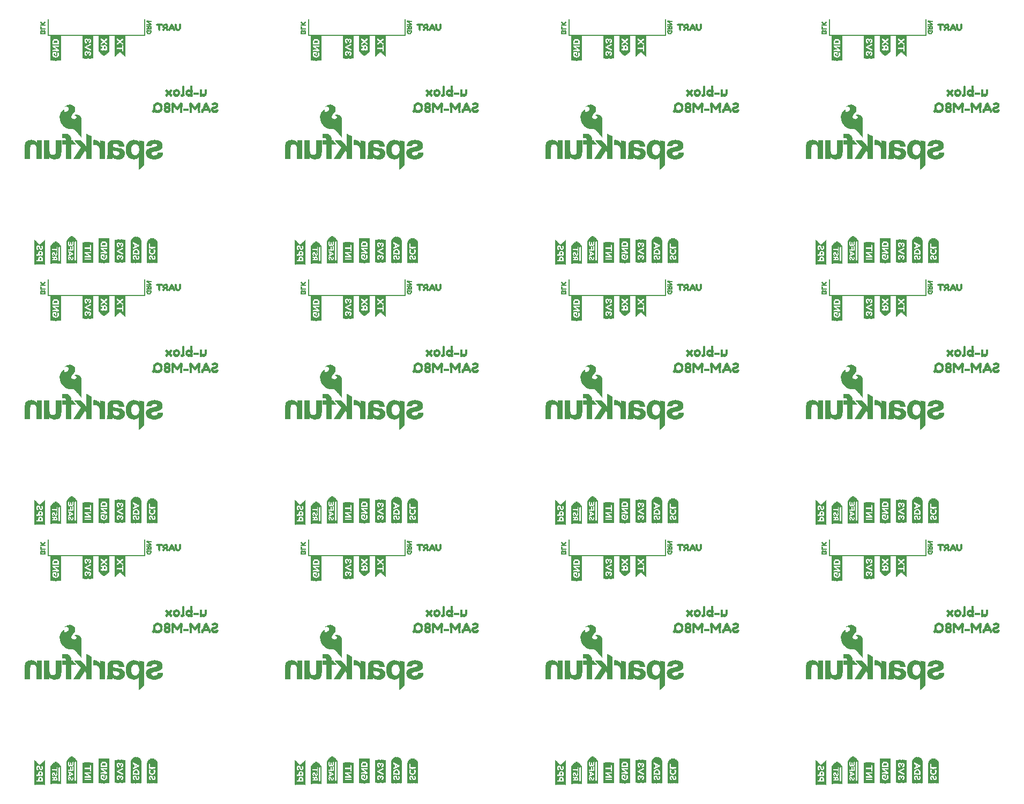
<source format=gbo>
G75*
%MOIN*%
%OFA0B0*%
%FSLAX25Y25*%
%IPPOS*%
%LPD*%
%AMOC8*
5,1,8,0,0,1.08239X$1,22.5*
%
%ADD10C,0.00700*%
%ADD11R,0.00157X0.13858*%
%ADD12R,0.00157X0.14331*%
%ADD13R,0.00157X0.14646*%
%ADD14R,0.00157X0.14961*%
%ADD15R,0.00157X0.15118*%
%ADD16R,0.00157X0.15276*%
%ADD17R,0.00157X0.15433*%
%ADD18R,0.00157X0.02835*%
%ADD19R,0.00157X0.11969*%
%ADD20R,0.00157X0.02520*%
%ADD21R,0.00157X0.01102*%
%ADD22R,0.00157X0.03150*%
%ADD23R,0.00157X0.04567*%
%ADD24R,0.00157X0.02205*%
%ADD25R,0.00157X0.00787*%
%ADD26R,0.00157X0.02677*%
%ADD27R,0.00157X0.04409*%
%ADD28R,0.00157X0.02047*%
%ADD29R,0.00157X0.00630*%
%ADD30R,0.00157X0.01890*%
%ADD31R,0.00157X0.01732*%
%ADD32R,0.00157X0.01575*%
%ADD33R,0.00157X0.00945*%
%ADD34R,0.00157X0.02362*%
%ADD35R,0.00157X0.01260*%
%ADD36R,0.00157X0.01417*%
%ADD37R,0.00157X0.04252*%
%ADD38R,0.00157X0.00315*%
%ADD39R,0.00157X0.04094*%
%ADD40R,0.00157X0.00472*%
%ADD41R,0.00157X0.03937*%
%ADD42R,0.00157X0.03307*%
%ADD43R,0.00157X0.03780*%
%ADD44R,0.00157X0.03465*%
%ADD45R,0.00157X0.02992*%
%ADD46R,0.00157X0.12913*%
%ADD47R,0.00157X0.13386*%
%ADD48R,0.00157X0.13701*%
%ADD49R,0.00157X0.14016*%
%ADD50R,0.00157X0.14173*%
%ADD51R,0.00157X0.14488*%
%ADD52R,0.00157X0.07087*%
%ADD53R,0.00157X0.04882*%
%ADD54R,0.00157X0.05039*%
%ADD55R,0.00157X0.05197*%
%ADD56R,0.00157X0.03622*%
%ADD57R,0.00157X0.00157*%
%ADD58R,0.00157X0.11024*%
%ADD59R,0.00157X0.12756*%
%ADD60R,0.00157X0.09764*%
%ADD61R,0.00157X0.09921*%
%ADD62R,0.00157X0.10236*%
%ADD63R,0.00157X0.10394*%
%ADD64R,0.00157X0.10551*%
%ADD65R,0.00157X0.10709*%
%ADD66R,0.00157X0.10866*%
%ADD67R,0.00157X0.05669*%
%ADD68R,0.00157X0.13071*%
%ADD69R,0.00157X0.12598*%
%ADD70R,0.00157X0.12441*%
%ADD71R,0.00157X0.12283*%
%ADD72R,0.00157X0.12126*%
%ADD73R,0.00157X0.06614*%
%ADD74R,0.01181X0.00236*%
%ADD75R,0.00945X0.00236*%
%ADD76R,0.01654X0.00236*%
%ADD77R,0.01417X0.00236*%
%ADD78R,0.00472X0.00236*%
%ADD79R,0.02126X0.00236*%
%ADD80R,0.00709X0.00236*%
%ADD81R,0.03543X0.00236*%
%ADD82R,0.02835X0.00236*%
%ADD83R,0.04016X0.00236*%
%ADD84R,0.03307X0.00236*%
%ADD85R,0.03780X0.00236*%
%ADD86R,0.01890X0.00236*%
%ADD87R,0.04252X0.00236*%
%ADD88R,0.04488X0.00236*%
%ADD89R,0.03071X0.00236*%
%ADD90R,0.02598X0.00236*%
%ADD91R,0.02362X0.00236*%
%ADD92R,0.00236X0.00236*%
%ADD93R,0.04961X0.00236*%
%ADD94R,0.05197X0.00236*%
%ADD95R,0.06850X0.00236*%
%ADD96R,0.04724X0.00236*%
%ADD97R,0.05433X0.00236*%
%ADD98R,0.05669X0.00236*%
%ADD99R,0.05906X0.00236*%
%ADD100R,0.06142X0.00236*%
%ADD101R,0.00157X0.11181*%
%ADD102R,0.00157X0.11496*%
%ADD103R,0.00157X0.11654*%
%ADD104R,0.00157X0.13228*%
%ADD105R,0.00157X0.11811*%
%ADD106R,0.00157X0.14803*%
%ADD107R,0.00157X0.15906*%
%ADD108R,0.00157X0.16063*%
%ADD109R,0.00157X0.16220*%
%ADD110R,0.00157X0.16378*%
%ADD111R,0.00472X0.00157*%
%ADD112R,0.00315X0.00157*%
%ADD113R,0.01417X0.00157*%
%ADD114R,0.03465X0.00157*%
%ADD115R,0.00787X0.00157*%
%ADD116R,0.00945X0.00157*%
%ADD117R,0.02205X0.00157*%
%ADD118R,0.03937X0.00157*%
%ADD119R,0.01102X0.00157*%
%ADD120R,0.02677X0.00157*%
%ADD121R,0.04094X0.00157*%
%ADD122R,0.02835X0.00157*%
%ADD123R,0.01260X0.00157*%
%ADD124R,0.02992X0.00157*%
%ADD125R,0.03150X0.00157*%
%ADD126R,0.03780X0.00157*%
%ADD127R,0.01575X0.00157*%
%ADD128R,0.01732X0.00157*%
%ADD129R,0.01890X0.00157*%
%ADD130R,0.02047X0.00157*%
%ADD131R,0.02362X0.00157*%
%ADD132R,0.03307X0.00157*%
%ADD133R,0.03622X0.00157*%
%ADD134R,0.02520X0.00157*%
%ADD135R,0.00630X0.00157*%
%ADD136R,0.00118X0.01299*%
%ADD137R,0.00118X0.00118*%
%ADD138R,0.00118X0.00236*%
%ADD139R,0.00118X0.00354*%
%ADD140R,0.00157X0.00709*%
%ADD141R,0.00157X0.00591*%
%ADD142R,0.00118X0.02126*%
%ADD143R,0.00118X0.00827*%
%ADD144R,0.00118X0.00709*%
%ADD145R,0.00118X0.02244*%
%ADD146R,0.00118X0.00945*%
%ADD147R,0.00118X0.02362*%
%ADD148R,0.00118X0.01063*%
%ADD149R,0.00157X0.00827*%
%ADD150R,0.00157X0.01063*%
%ADD151R,0.00118X0.01772*%
%ADD152R,0.00118X0.01181*%
%ADD153R,0.00118X0.01654*%
%ADD154R,0.00118X0.01535*%
%ADD155R,0.00157X0.01299*%
%ADD156R,0.00118X0.01417*%
%ADD157R,0.00157X0.01772*%
%ADD158R,0.00118X0.02480*%
%ADD159R,0.00157X0.02480*%
%ADD160R,0.00157X0.02008*%
%ADD161R,0.00157X0.02126*%
%ADD162R,0.00157X0.02244*%
%ADD163R,0.00118X0.00591*%
%ADD164R,0.00118X0.00472*%
%ADD165R,0.00157X0.01535*%
%ADD166R,0.00118X0.02008*%
%ADD167R,0.00157X0.02598*%
%ADD168R,0.00157X0.01181*%
%ADD169R,0.00157X0.01654*%
%ADD170C,0.00300*%
D10*
X0078750Y0178750D02*
X0138750Y0178750D01*
X0138750Y0188750D01*
X0078750Y0188750D02*
X0078750Y0178750D01*
X0240750Y0178750D02*
X0300750Y0178750D01*
X0300750Y0188750D01*
X0240750Y0188750D02*
X0240750Y0178750D01*
X0402750Y0178750D02*
X0462750Y0178750D01*
X0462750Y0188750D01*
X0402750Y0188750D02*
X0402750Y0178750D01*
X0564750Y0178750D02*
X0624750Y0178750D01*
X0624750Y0188750D01*
X0564750Y0188750D02*
X0564750Y0178750D01*
X0564750Y0340750D02*
X0624750Y0340750D01*
X0624750Y0350750D01*
X0564750Y0350750D02*
X0564750Y0340750D01*
X0462750Y0340750D02*
X0402750Y0340750D01*
X0402750Y0350750D01*
X0462750Y0350750D02*
X0462750Y0340750D01*
X0300750Y0340750D02*
X0240750Y0340750D01*
X0240750Y0350750D01*
X0300750Y0350750D02*
X0300750Y0340750D01*
X0138750Y0340750D02*
X0078750Y0340750D01*
X0078750Y0350750D01*
X0138750Y0350750D02*
X0138750Y0340750D01*
X0138750Y0502750D02*
X0078750Y0502750D01*
X0078750Y0512750D01*
X0138750Y0512750D02*
X0138750Y0502750D01*
X0240750Y0502750D02*
X0300750Y0502750D01*
X0300750Y0512750D01*
X0240750Y0512750D02*
X0240750Y0502750D01*
X0402750Y0502750D02*
X0462750Y0502750D01*
X0462750Y0512750D01*
X0402750Y0512750D02*
X0402750Y0502750D01*
X0564750Y0502750D02*
X0624750Y0502750D01*
X0624750Y0512750D01*
X0564750Y0512750D02*
X0564750Y0502750D01*
D11*
X0616600Y0368069D03*
X0622900Y0368069D03*
X0460900Y0368069D03*
X0454600Y0368069D03*
X0298900Y0368069D03*
X0292600Y0368069D03*
X0136900Y0368069D03*
X0130600Y0368069D03*
X0130600Y0206069D03*
X0136900Y0206069D03*
X0292600Y0206069D03*
X0298900Y0206069D03*
X0454600Y0206069D03*
X0460900Y0206069D03*
X0616600Y0206069D03*
X0622900Y0206069D03*
X0622900Y0044069D03*
X0616600Y0044069D03*
X0460900Y0044069D03*
X0454600Y0044069D03*
X0298900Y0044069D03*
X0292600Y0044069D03*
X0136900Y0044069D03*
X0130600Y0044069D03*
D12*
X0130758Y0044305D03*
X0126900Y0044463D03*
X0126742Y0044463D03*
X0126585Y0044463D03*
X0126427Y0044463D03*
X0126270Y0044463D03*
X0126112Y0044463D03*
X0125955Y0044463D03*
X0121545Y0044463D03*
X0121388Y0044463D03*
X0121230Y0044463D03*
X0121073Y0044463D03*
X0120915Y0044463D03*
X0120758Y0044463D03*
X0120600Y0044463D03*
X0136742Y0044305D03*
X0141388Y0044305D03*
X0146112Y0044305D03*
X0096742Y0044093D03*
X0090758Y0044093D03*
X0075955Y0043305D03*
X0071545Y0043305D03*
X0233545Y0043305D03*
X0237955Y0043305D03*
X0252758Y0044093D03*
X0258742Y0044093D03*
X0282600Y0044463D03*
X0282758Y0044463D03*
X0282915Y0044463D03*
X0283073Y0044463D03*
X0283230Y0044463D03*
X0283388Y0044463D03*
X0283545Y0044463D03*
X0287955Y0044463D03*
X0288112Y0044463D03*
X0288270Y0044463D03*
X0288427Y0044463D03*
X0288585Y0044463D03*
X0288742Y0044463D03*
X0288900Y0044463D03*
X0292758Y0044305D03*
X0298742Y0044305D03*
X0303388Y0044305D03*
X0308112Y0044305D03*
X0395545Y0043305D03*
X0399955Y0043305D03*
X0414758Y0044093D03*
X0420742Y0044093D03*
X0444600Y0044463D03*
X0444758Y0044463D03*
X0444915Y0044463D03*
X0445073Y0044463D03*
X0445230Y0044463D03*
X0445388Y0044463D03*
X0445545Y0044463D03*
X0449955Y0044463D03*
X0450112Y0044463D03*
X0450270Y0044463D03*
X0450427Y0044463D03*
X0450585Y0044463D03*
X0450742Y0044463D03*
X0450900Y0044463D03*
X0454758Y0044305D03*
X0460742Y0044305D03*
X0465388Y0044305D03*
X0470112Y0044305D03*
X0557545Y0043305D03*
X0561955Y0043305D03*
X0576758Y0044093D03*
X0582742Y0044093D03*
X0606600Y0044463D03*
X0606758Y0044463D03*
X0606915Y0044463D03*
X0607073Y0044463D03*
X0607230Y0044463D03*
X0607388Y0044463D03*
X0607545Y0044463D03*
X0611955Y0044463D03*
X0612112Y0044463D03*
X0612270Y0044463D03*
X0612427Y0044463D03*
X0612585Y0044463D03*
X0612742Y0044463D03*
X0612900Y0044463D03*
X0616758Y0044305D03*
X0622742Y0044305D03*
X0627388Y0044305D03*
X0632112Y0044305D03*
X0592900Y0171463D03*
X0592742Y0171463D03*
X0592585Y0171463D03*
X0592427Y0171463D03*
X0592270Y0171463D03*
X0592112Y0171463D03*
X0591955Y0171463D03*
X0587545Y0171463D03*
X0587388Y0171463D03*
X0587230Y0171463D03*
X0587073Y0171463D03*
X0586915Y0171463D03*
X0586758Y0171463D03*
X0586600Y0171463D03*
X0582742Y0206093D03*
X0576758Y0206093D03*
X0561955Y0205305D03*
X0557545Y0205305D03*
X0606600Y0206463D03*
X0606758Y0206463D03*
X0606915Y0206463D03*
X0607073Y0206463D03*
X0607230Y0206463D03*
X0607388Y0206463D03*
X0607545Y0206463D03*
X0611955Y0206463D03*
X0612112Y0206463D03*
X0612270Y0206463D03*
X0612427Y0206463D03*
X0612585Y0206463D03*
X0612742Y0206463D03*
X0612900Y0206463D03*
X0616758Y0206305D03*
X0622742Y0206305D03*
X0627388Y0206305D03*
X0632112Y0206305D03*
X0470112Y0206305D03*
X0465388Y0206305D03*
X0460742Y0206305D03*
X0454758Y0206305D03*
X0450900Y0206463D03*
X0450742Y0206463D03*
X0450585Y0206463D03*
X0450427Y0206463D03*
X0450270Y0206463D03*
X0450112Y0206463D03*
X0449955Y0206463D03*
X0445545Y0206463D03*
X0445388Y0206463D03*
X0445230Y0206463D03*
X0445073Y0206463D03*
X0444915Y0206463D03*
X0444758Y0206463D03*
X0444600Y0206463D03*
X0420742Y0206093D03*
X0414758Y0206093D03*
X0399955Y0205305D03*
X0395545Y0205305D03*
X0424600Y0171463D03*
X0424758Y0171463D03*
X0424915Y0171463D03*
X0425073Y0171463D03*
X0425230Y0171463D03*
X0425388Y0171463D03*
X0425545Y0171463D03*
X0429955Y0171463D03*
X0430112Y0171463D03*
X0430270Y0171463D03*
X0430427Y0171463D03*
X0430585Y0171463D03*
X0430742Y0171463D03*
X0430900Y0171463D03*
X0308112Y0206305D03*
X0303388Y0206305D03*
X0298742Y0206305D03*
X0292758Y0206305D03*
X0288900Y0206463D03*
X0288742Y0206463D03*
X0288585Y0206463D03*
X0288427Y0206463D03*
X0288270Y0206463D03*
X0288112Y0206463D03*
X0287955Y0206463D03*
X0283545Y0206463D03*
X0283388Y0206463D03*
X0283230Y0206463D03*
X0283073Y0206463D03*
X0282915Y0206463D03*
X0282758Y0206463D03*
X0282600Y0206463D03*
X0258742Y0206093D03*
X0252758Y0206093D03*
X0237955Y0205305D03*
X0233545Y0205305D03*
X0262600Y0171463D03*
X0262758Y0171463D03*
X0262915Y0171463D03*
X0263073Y0171463D03*
X0263230Y0171463D03*
X0263388Y0171463D03*
X0263545Y0171463D03*
X0267955Y0171463D03*
X0268112Y0171463D03*
X0268270Y0171463D03*
X0268427Y0171463D03*
X0268585Y0171463D03*
X0268742Y0171463D03*
X0268900Y0171463D03*
X0146112Y0206305D03*
X0141388Y0206305D03*
X0136742Y0206305D03*
X0130758Y0206305D03*
X0126900Y0206463D03*
X0126742Y0206463D03*
X0126585Y0206463D03*
X0126427Y0206463D03*
X0126270Y0206463D03*
X0126112Y0206463D03*
X0125955Y0206463D03*
X0121545Y0206463D03*
X0121388Y0206463D03*
X0121230Y0206463D03*
X0121073Y0206463D03*
X0120915Y0206463D03*
X0120758Y0206463D03*
X0120600Y0206463D03*
X0096742Y0206093D03*
X0090758Y0206093D03*
X0075955Y0205305D03*
X0071545Y0205305D03*
X0100600Y0171463D03*
X0100758Y0171463D03*
X0100915Y0171463D03*
X0101073Y0171463D03*
X0101230Y0171463D03*
X0101388Y0171463D03*
X0101545Y0171463D03*
X0105955Y0171463D03*
X0106112Y0171463D03*
X0106270Y0171463D03*
X0106427Y0171463D03*
X0106585Y0171463D03*
X0106742Y0171463D03*
X0106900Y0171463D03*
X0106900Y0333463D03*
X0106742Y0333463D03*
X0106585Y0333463D03*
X0106427Y0333463D03*
X0106270Y0333463D03*
X0106112Y0333463D03*
X0105955Y0333463D03*
X0101545Y0333463D03*
X0101388Y0333463D03*
X0101230Y0333463D03*
X0101073Y0333463D03*
X0100915Y0333463D03*
X0100758Y0333463D03*
X0100600Y0333463D03*
X0096742Y0368093D03*
X0090758Y0368093D03*
X0075955Y0367305D03*
X0071545Y0367305D03*
X0120600Y0368463D03*
X0120758Y0368463D03*
X0120915Y0368463D03*
X0121073Y0368463D03*
X0121230Y0368463D03*
X0121388Y0368463D03*
X0121545Y0368463D03*
X0125955Y0368463D03*
X0126112Y0368463D03*
X0126270Y0368463D03*
X0126427Y0368463D03*
X0126585Y0368463D03*
X0126742Y0368463D03*
X0126900Y0368463D03*
X0130758Y0368305D03*
X0136742Y0368305D03*
X0141388Y0368305D03*
X0146112Y0368305D03*
X0233545Y0367305D03*
X0237955Y0367305D03*
X0252758Y0368093D03*
X0258742Y0368093D03*
X0282600Y0368463D03*
X0282758Y0368463D03*
X0282915Y0368463D03*
X0283073Y0368463D03*
X0283230Y0368463D03*
X0283388Y0368463D03*
X0283545Y0368463D03*
X0287955Y0368463D03*
X0288112Y0368463D03*
X0288270Y0368463D03*
X0288427Y0368463D03*
X0288585Y0368463D03*
X0288742Y0368463D03*
X0288900Y0368463D03*
X0292758Y0368305D03*
X0298742Y0368305D03*
X0303388Y0368305D03*
X0308112Y0368305D03*
X0268900Y0333463D03*
X0268742Y0333463D03*
X0268585Y0333463D03*
X0268427Y0333463D03*
X0268270Y0333463D03*
X0268112Y0333463D03*
X0267955Y0333463D03*
X0263545Y0333463D03*
X0263388Y0333463D03*
X0263230Y0333463D03*
X0263073Y0333463D03*
X0262915Y0333463D03*
X0262758Y0333463D03*
X0262600Y0333463D03*
X0395545Y0367305D03*
X0399955Y0367305D03*
X0414758Y0368093D03*
X0420742Y0368093D03*
X0444600Y0368463D03*
X0444758Y0368463D03*
X0444915Y0368463D03*
X0445073Y0368463D03*
X0445230Y0368463D03*
X0445388Y0368463D03*
X0445545Y0368463D03*
X0449955Y0368463D03*
X0450112Y0368463D03*
X0450270Y0368463D03*
X0450427Y0368463D03*
X0450585Y0368463D03*
X0450742Y0368463D03*
X0450900Y0368463D03*
X0454758Y0368305D03*
X0460742Y0368305D03*
X0465388Y0368305D03*
X0470112Y0368305D03*
X0430900Y0333463D03*
X0430742Y0333463D03*
X0430585Y0333463D03*
X0430427Y0333463D03*
X0430270Y0333463D03*
X0430112Y0333463D03*
X0429955Y0333463D03*
X0425545Y0333463D03*
X0425388Y0333463D03*
X0425230Y0333463D03*
X0425073Y0333463D03*
X0424915Y0333463D03*
X0424758Y0333463D03*
X0424600Y0333463D03*
X0557545Y0367305D03*
X0561955Y0367305D03*
X0576758Y0368093D03*
X0582742Y0368093D03*
X0606600Y0368463D03*
X0606758Y0368463D03*
X0606915Y0368463D03*
X0607073Y0368463D03*
X0607230Y0368463D03*
X0607388Y0368463D03*
X0607545Y0368463D03*
X0611955Y0368463D03*
X0612112Y0368463D03*
X0612270Y0368463D03*
X0612427Y0368463D03*
X0612585Y0368463D03*
X0612742Y0368463D03*
X0612900Y0368463D03*
X0616758Y0368305D03*
X0622742Y0368305D03*
X0627388Y0368305D03*
X0632112Y0368305D03*
X0592900Y0333463D03*
X0592742Y0333463D03*
X0592585Y0333463D03*
X0592427Y0333463D03*
X0592270Y0333463D03*
X0592112Y0333463D03*
X0591955Y0333463D03*
X0587545Y0333463D03*
X0587388Y0333463D03*
X0587230Y0333463D03*
X0587073Y0333463D03*
X0586915Y0333463D03*
X0586758Y0333463D03*
X0586600Y0333463D03*
X0586600Y0495463D03*
X0586758Y0495463D03*
X0586915Y0495463D03*
X0587073Y0495463D03*
X0587230Y0495463D03*
X0587388Y0495463D03*
X0587545Y0495463D03*
X0591955Y0495463D03*
X0592112Y0495463D03*
X0592270Y0495463D03*
X0592427Y0495463D03*
X0592585Y0495463D03*
X0592742Y0495463D03*
X0592900Y0495463D03*
X0430900Y0495463D03*
X0430742Y0495463D03*
X0430585Y0495463D03*
X0430427Y0495463D03*
X0430270Y0495463D03*
X0430112Y0495463D03*
X0429955Y0495463D03*
X0425545Y0495463D03*
X0425388Y0495463D03*
X0425230Y0495463D03*
X0425073Y0495463D03*
X0424915Y0495463D03*
X0424758Y0495463D03*
X0424600Y0495463D03*
X0268900Y0495463D03*
X0268742Y0495463D03*
X0268585Y0495463D03*
X0268427Y0495463D03*
X0268270Y0495463D03*
X0268112Y0495463D03*
X0267955Y0495463D03*
X0263545Y0495463D03*
X0263388Y0495463D03*
X0263230Y0495463D03*
X0263073Y0495463D03*
X0262915Y0495463D03*
X0262758Y0495463D03*
X0262600Y0495463D03*
X0106900Y0495463D03*
X0106742Y0495463D03*
X0106585Y0495463D03*
X0106427Y0495463D03*
X0106270Y0495463D03*
X0106112Y0495463D03*
X0105955Y0495463D03*
X0101545Y0495463D03*
X0101388Y0495463D03*
X0101230Y0495463D03*
X0101073Y0495463D03*
X0100915Y0495463D03*
X0100758Y0495463D03*
X0100600Y0495463D03*
D13*
X0096585Y0368250D03*
X0090915Y0368250D03*
X0076270Y0367463D03*
X0071230Y0367463D03*
X0130915Y0368463D03*
X0136585Y0368463D03*
X0233230Y0367463D03*
X0238270Y0367463D03*
X0252915Y0368250D03*
X0258585Y0368250D03*
X0292915Y0368463D03*
X0298585Y0368463D03*
X0395230Y0367463D03*
X0400270Y0367463D03*
X0414915Y0368250D03*
X0420585Y0368250D03*
X0454915Y0368463D03*
X0460585Y0368463D03*
X0557230Y0367463D03*
X0562270Y0367463D03*
X0576915Y0368250D03*
X0582585Y0368250D03*
X0616915Y0368463D03*
X0622585Y0368463D03*
X0622585Y0206463D03*
X0616915Y0206463D03*
X0582585Y0206250D03*
X0576915Y0206250D03*
X0562270Y0205463D03*
X0557230Y0205463D03*
X0460585Y0206463D03*
X0454915Y0206463D03*
X0420585Y0206250D03*
X0414915Y0206250D03*
X0400270Y0205463D03*
X0395230Y0205463D03*
X0298585Y0206463D03*
X0292915Y0206463D03*
X0258585Y0206250D03*
X0252915Y0206250D03*
X0238270Y0205463D03*
X0233230Y0205463D03*
X0136585Y0206463D03*
X0130915Y0206463D03*
X0096585Y0206250D03*
X0090915Y0206250D03*
X0076270Y0205463D03*
X0071230Y0205463D03*
X0071230Y0043463D03*
X0076270Y0043463D03*
X0090915Y0044250D03*
X0096585Y0044250D03*
X0130915Y0044463D03*
X0136585Y0044463D03*
X0233230Y0043463D03*
X0238270Y0043463D03*
X0252915Y0044250D03*
X0258585Y0044250D03*
X0292915Y0044463D03*
X0298585Y0044463D03*
X0395230Y0043463D03*
X0400270Y0043463D03*
X0414915Y0044250D03*
X0420585Y0044250D03*
X0454915Y0044463D03*
X0460585Y0044463D03*
X0557230Y0043463D03*
X0562270Y0043463D03*
X0576915Y0044250D03*
X0582585Y0044250D03*
X0616915Y0044463D03*
X0622585Y0044463D03*
D14*
X0622427Y0044620D03*
X0617073Y0044620D03*
X0577230Y0044407D03*
X0562585Y0043620D03*
X0556915Y0043620D03*
X0460427Y0044620D03*
X0455073Y0044620D03*
X0415230Y0044407D03*
X0400585Y0043620D03*
X0394915Y0043620D03*
X0298427Y0044620D03*
X0293073Y0044620D03*
X0253230Y0044407D03*
X0238585Y0043620D03*
X0232915Y0043620D03*
X0136427Y0044620D03*
X0131073Y0044620D03*
X0091230Y0044407D03*
X0076585Y0043620D03*
X0070915Y0043620D03*
X0070915Y0205620D03*
X0076585Y0205620D03*
X0091230Y0206407D03*
X0131073Y0206620D03*
X0136427Y0206620D03*
X0232915Y0205620D03*
X0238585Y0205620D03*
X0253230Y0206407D03*
X0293073Y0206620D03*
X0298427Y0206620D03*
X0394915Y0205620D03*
X0400585Y0205620D03*
X0415230Y0206407D03*
X0455073Y0206620D03*
X0460427Y0206620D03*
X0556915Y0205620D03*
X0562585Y0205620D03*
X0577230Y0206407D03*
X0617073Y0206620D03*
X0622427Y0206620D03*
X0622427Y0368620D03*
X0617073Y0368620D03*
X0577230Y0368407D03*
X0562585Y0367620D03*
X0556915Y0367620D03*
X0460427Y0368620D03*
X0455073Y0368620D03*
X0415230Y0368407D03*
X0400585Y0367620D03*
X0394915Y0367620D03*
X0298427Y0368620D03*
X0293073Y0368620D03*
X0253230Y0368407D03*
X0238585Y0367620D03*
X0232915Y0367620D03*
X0136427Y0368620D03*
X0131073Y0368620D03*
X0091230Y0368407D03*
X0076585Y0367620D03*
X0070915Y0367620D03*
D15*
X0070758Y0367699D03*
X0076742Y0367699D03*
X0131230Y0368699D03*
X0136270Y0368699D03*
X0232758Y0367699D03*
X0238742Y0367699D03*
X0293230Y0368699D03*
X0298270Y0368699D03*
X0394758Y0367699D03*
X0400742Y0367699D03*
X0455230Y0368699D03*
X0460270Y0368699D03*
X0556758Y0367699D03*
X0562742Y0367699D03*
X0617230Y0368699D03*
X0622270Y0368699D03*
X0622270Y0206699D03*
X0617230Y0206699D03*
X0562742Y0205699D03*
X0556758Y0205699D03*
X0460270Y0206699D03*
X0455230Y0206699D03*
X0400742Y0205699D03*
X0394758Y0205699D03*
X0298270Y0206699D03*
X0293230Y0206699D03*
X0238742Y0205699D03*
X0232758Y0205699D03*
X0136270Y0206699D03*
X0131230Y0206699D03*
X0076742Y0205699D03*
X0070758Y0205699D03*
X0070758Y0043699D03*
X0076742Y0043699D03*
X0131230Y0044699D03*
X0136270Y0044699D03*
X0232758Y0043699D03*
X0238742Y0043699D03*
X0293230Y0044699D03*
X0298270Y0044699D03*
X0394758Y0043699D03*
X0400742Y0043699D03*
X0455230Y0044699D03*
X0460270Y0044699D03*
X0556758Y0043699D03*
X0562742Y0043699D03*
X0617230Y0044699D03*
X0622270Y0044699D03*
D16*
X0622112Y0044778D03*
X0617388Y0044778D03*
X0602900Y0044778D03*
X0602742Y0044778D03*
X0602585Y0044778D03*
X0602427Y0044778D03*
X0602270Y0044778D03*
X0602112Y0044778D03*
X0601955Y0044778D03*
X0597545Y0044778D03*
X0597388Y0044778D03*
X0597230Y0044778D03*
X0597073Y0044778D03*
X0596915Y0044778D03*
X0596758Y0044778D03*
X0596600Y0044778D03*
X0562900Y0043778D03*
X0556600Y0043778D03*
X0460112Y0044778D03*
X0455388Y0044778D03*
X0440900Y0044778D03*
X0440742Y0044778D03*
X0440585Y0044778D03*
X0440427Y0044778D03*
X0440270Y0044778D03*
X0440112Y0044778D03*
X0439955Y0044778D03*
X0435545Y0044778D03*
X0435388Y0044778D03*
X0435230Y0044778D03*
X0435073Y0044778D03*
X0434915Y0044778D03*
X0434758Y0044778D03*
X0434600Y0044778D03*
X0400900Y0043778D03*
X0394600Y0043778D03*
X0298112Y0044778D03*
X0293388Y0044778D03*
X0278900Y0044778D03*
X0278742Y0044778D03*
X0278585Y0044778D03*
X0278427Y0044778D03*
X0278270Y0044778D03*
X0278112Y0044778D03*
X0277955Y0044778D03*
X0273545Y0044778D03*
X0273388Y0044778D03*
X0273230Y0044778D03*
X0273073Y0044778D03*
X0272915Y0044778D03*
X0272758Y0044778D03*
X0272600Y0044778D03*
X0238900Y0043778D03*
X0232600Y0043778D03*
X0136112Y0044778D03*
X0131388Y0044778D03*
X0116900Y0044778D03*
X0116742Y0044778D03*
X0116585Y0044778D03*
X0116427Y0044778D03*
X0116270Y0044778D03*
X0116112Y0044778D03*
X0115955Y0044778D03*
X0111545Y0044778D03*
X0111388Y0044778D03*
X0111230Y0044778D03*
X0111073Y0044778D03*
X0110915Y0044778D03*
X0110758Y0044778D03*
X0110600Y0044778D03*
X0076900Y0043778D03*
X0070600Y0043778D03*
X0080600Y0170778D03*
X0080758Y0170778D03*
X0080915Y0170778D03*
X0081073Y0170778D03*
X0081230Y0170778D03*
X0081388Y0170778D03*
X0081545Y0170778D03*
X0085955Y0170778D03*
X0086112Y0170778D03*
X0086270Y0170778D03*
X0086427Y0170778D03*
X0086585Y0170778D03*
X0086742Y0170778D03*
X0086900Y0170778D03*
X0076900Y0205778D03*
X0070600Y0205778D03*
X0110600Y0206778D03*
X0110758Y0206778D03*
X0110915Y0206778D03*
X0111073Y0206778D03*
X0111230Y0206778D03*
X0111388Y0206778D03*
X0111545Y0206778D03*
X0115955Y0206778D03*
X0116112Y0206778D03*
X0116270Y0206778D03*
X0116427Y0206778D03*
X0116585Y0206778D03*
X0116742Y0206778D03*
X0116900Y0206778D03*
X0131388Y0206778D03*
X0136112Y0206778D03*
X0232600Y0205778D03*
X0238900Y0205778D03*
X0272600Y0206778D03*
X0272758Y0206778D03*
X0272915Y0206778D03*
X0273073Y0206778D03*
X0273230Y0206778D03*
X0273388Y0206778D03*
X0273545Y0206778D03*
X0277955Y0206778D03*
X0278112Y0206778D03*
X0278270Y0206778D03*
X0278427Y0206778D03*
X0278585Y0206778D03*
X0278742Y0206778D03*
X0278900Y0206778D03*
X0293388Y0206778D03*
X0298112Y0206778D03*
X0248900Y0170778D03*
X0248742Y0170778D03*
X0248585Y0170778D03*
X0248427Y0170778D03*
X0248270Y0170778D03*
X0248112Y0170778D03*
X0247955Y0170778D03*
X0243545Y0170778D03*
X0243388Y0170778D03*
X0243230Y0170778D03*
X0243073Y0170778D03*
X0242915Y0170778D03*
X0242758Y0170778D03*
X0242600Y0170778D03*
X0394600Y0205778D03*
X0400900Y0205778D03*
X0434600Y0206778D03*
X0434758Y0206778D03*
X0434915Y0206778D03*
X0435073Y0206778D03*
X0435230Y0206778D03*
X0435388Y0206778D03*
X0435545Y0206778D03*
X0439955Y0206778D03*
X0440112Y0206778D03*
X0440270Y0206778D03*
X0440427Y0206778D03*
X0440585Y0206778D03*
X0440742Y0206778D03*
X0440900Y0206778D03*
X0455388Y0206778D03*
X0460112Y0206778D03*
X0410900Y0170778D03*
X0410742Y0170778D03*
X0410585Y0170778D03*
X0410427Y0170778D03*
X0410270Y0170778D03*
X0410112Y0170778D03*
X0409955Y0170778D03*
X0405545Y0170778D03*
X0405388Y0170778D03*
X0405230Y0170778D03*
X0405073Y0170778D03*
X0404915Y0170778D03*
X0404758Y0170778D03*
X0404600Y0170778D03*
X0556600Y0205778D03*
X0562900Y0205778D03*
X0596600Y0206778D03*
X0596758Y0206778D03*
X0596915Y0206778D03*
X0597073Y0206778D03*
X0597230Y0206778D03*
X0597388Y0206778D03*
X0597545Y0206778D03*
X0601955Y0206778D03*
X0602112Y0206778D03*
X0602270Y0206778D03*
X0602427Y0206778D03*
X0602585Y0206778D03*
X0602742Y0206778D03*
X0602900Y0206778D03*
X0617388Y0206778D03*
X0622112Y0206778D03*
X0572900Y0170778D03*
X0572742Y0170778D03*
X0572585Y0170778D03*
X0572427Y0170778D03*
X0572270Y0170778D03*
X0572112Y0170778D03*
X0571955Y0170778D03*
X0567545Y0170778D03*
X0567388Y0170778D03*
X0567230Y0170778D03*
X0567073Y0170778D03*
X0566915Y0170778D03*
X0566758Y0170778D03*
X0566600Y0170778D03*
X0566600Y0332778D03*
X0566758Y0332778D03*
X0566915Y0332778D03*
X0567073Y0332778D03*
X0567230Y0332778D03*
X0567388Y0332778D03*
X0567545Y0332778D03*
X0571955Y0332778D03*
X0572112Y0332778D03*
X0572270Y0332778D03*
X0572427Y0332778D03*
X0572585Y0332778D03*
X0572742Y0332778D03*
X0572900Y0332778D03*
X0562900Y0367778D03*
X0556600Y0367778D03*
X0596600Y0368778D03*
X0596758Y0368778D03*
X0596915Y0368778D03*
X0597073Y0368778D03*
X0597230Y0368778D03*
X0597388Y0368778D03*
X0597545Y0368778D03*
X0601955Y0368778D03*
X0602112Y0368778D03*
X0602270Y0368778D03*
X0602427Y0368778D03*
X0602585Y0368778D03*
X0602742Y0368778D03*
X0602900Y0368778D03*
X0617388Y0368778D03*
X0622112Y0368778D03*
X0460112Y0368778D03*
X0455388Y0368778D03*
X0440900Y0368778D03*
X0440742Y0368778D03*
X0440585Y0368778D03*
X0440427Y0368778D03*
X0440270Y0368778D03*
X0440112Y0368778D03*
X0439955Y0368778D03*
X0435545Y0368778D03*
X0435388Y0368778D03*
X0435230Y0368778D03*
X0435073Y0368778D03*
X0434915Y0368778D03*
X0434758Y0368778D03*
X0434600Y0368778D03*
X0400900Y0367778D03*
X0394600Y0367778D03*
X0404600Y0332778D03*
X0404758Y0332778D03*
X0404915Y0332778D03*
X0405073Y0332778D03*
X0405230Y0332778D03*
X0405388Y0332778D03*
X0405545Y0332778D03*
X0409955Y0332778D03*
X0410112Y0332778D03*
X0410270Y0332778D03*
X0410427Y0332778D03*
X0410585Y0332778D03*
X0410742Y0332778D03*
X0410900Y0332778D03*
X0298112Y0368778D03*
X0293388Y0368778D03*
X0278900Y0368778D03*
X0278742Y0368778D03*
X0278585Y0368778D03*
X0278427Y0368778D03*
X0278270Y0368778D03*
X0278112Y0368778D03*
X0277955Y0368778D03*
X0273545Y0368778D03*
X0273388Y0368778D03*
X0273230Y0368778D03*
X0273073Y0368778D03*
X0272915Y0368778D03*
X0272758Y0368778D03*
X0272600Y0368778D03*
X0238900Y0367778D03*
X0232600Y0367778D03*
X0242600Y0332778D03*
X0242758Y0332778D03*
X0242915Y0332778D03*
X0243073Y0332778D03*
X0243230Y0332778D03*
X0243388Y0332778D03*
X0243545Y0332778D03*
X0247955Y0332778D03*
X0248112Y0332778D03*
X0248270Y0332778D03*
X0248427Y0332778D03*
X0248585Y0332778D03*
X0248742Y0332778D03*
X0248900Y0332778D03*
X0136112Y0368778D03*
X0131388Y0368778D03*
X0116900Y0368778D03*
X0116742Y0368778D03*
X0116585Y0368778D03*
X0116427Y0368778D03*
X0116270Y0368778D03*
X0116112Y0368778D03*
X0115955Y0368778D03*
X0111545Y0368778D03*
X0111388Y0368778D03*
X0111230Y0368778D03*
X0111073Y0368778D03*
X0110915Y0368778D03*
X0110758Y0368778D03*
X0110600Y0368778D03*
X0076900Y0367778D03*
X0070600Y0367778D03*
X0080600Y0332778D03*
X0080758Y0332778D03*
X0080915Y0332778D03*
X0081073Y0332778D03*
X0081230Y0332778D03*
X0081388Y0332778D03*
X0081545Y0332778D03*
X0085955Y0332778D03*
X0086112Y0332778D03*
X0086270Y0332778D03*
X0086427Y0332778D03*
X0086585Y0332778D03*
X0086742Y0332778D03*
X0086900Y0332778D03*
X0086900Y0494778D03*
X0086742Y0494778D03*
X0086585Y0494778D03*
X0086427Y0494778D03*
X0086270Y0494778D03*
X0086112Y0494778D03*
X0085955Y0494778D03*
X0081545Y0494778D03*
X0081388Y0494778D03*
X0081230Y0494778D03*
X0081073Y0494778D03*
X0080915Y0494778D03*
X0080758Y0494778D03*
X0080600Y0494778D03*
X0242600Y0494778D03*
X0242758Y0494778D03*
X0242915Y0494778D03*
X0243073Y0494778D03*
X0243230Y0494778D03*
X0243388Y0494778D03*
X0243545Y0494778D03*
X0247955Y0494778D03*
X0248112Y0494778D03*
X0248270Y0494778D03*
X0248427Y0494778D03*
X0248585Y0494778D03*
X0248742Y0494778D03*
X0248900Y0494778D03*
X0404600Y0494778D03*
X0404758Y0494778D03*
X0404915Y0494778D03*
X0405073Y0494778D03*
X0405230Y0494778D03*
X0405388Y0494778D03*
X0405545Y0494778D03*
X0409955Y0494778D03*
X0410112Y0494778D03*
X0410270Y0494778D03*
X0410427Y0494778D03*
X0410585Y0494778D03*
X0410742Y0494778D03*
X0410900Y0494778D03*
X0566600Y0494778D03*
X0566758Y0494778D03*
X0566915Y0494778D03*
X0567073Y0494778D03*
X0567230Y0494778D03*
X0567388Y0494778D03*
X0567545Y0494778D03*
X0571955Y0494778D03*
X0572112Y0494778D03*
X0572270Y0494778D03*
X0572427Y0494778D03*
X0572585Y0494778D03*
X0572742Y0494778D03*
X0572900Y0494778D03*
D17*
X0617545Y0368856D03*
X0621955Y0368856D03*
X0459955Y0368856D03*
X0455545Y0368856D03*
X0297955Y0368856D03*
X0293545Y0368856D03*
X0135955Y0368856D03*
X0131545Y0368856D03*
X0131545Y0206856D03*
X0135955Y0206856D03*
X0293545Y0206856D03*
X0297955Y0206856D03*
X0455545Y0206856D03*
X0459955Y0206856D03*
X0617545Y0206856D03*
X0621955Y0206856D03*
X0621955Y0044856D03*
X0617545Y0044856D03*
X0459955Y0044856D03*
X0455545Y0044856D03*
X0297955Y0044856D03*
X0293545Y0044856D03*
X0135955Y0044856D03*
X0131545Y0044856D03*
D18*
X0133435Y0038557D03*
X0135797Y0038557D03*
X0143120Y0044699D03*
X0143278Y0044699D03*
X0143435Y0044699D03*
X0143593Y0044699D03*
X0143750Y0044699D03*
X0143907Y0044699D03*
X0144065Y0044699D03*
X0144222Y0044699D03*
X0141703Y0050368D03*
X0141860Y0050526D03*
X0142018Y0050526D03*
X0132018Y0051470D03*
X0131860Y0051470D03*
X0125797Y0050211D03*
X0125797Y0038715D03*
X0124222Y0038715D03*
X0124065Y0038715D03*
X0123907Y0038715D03*
X0123750Y0038715D03*
X0123593Y0038715D03*
X0123435Y0038715D03*
X0114537Y0041549D03*
X0111860Y0038557D03*
X0111860Y0050998D03*
X0083750Y0043699D03*
X0081388Y0047321D03*
X0073120Y0045589D03*
X0072018Y0044014D03*
X0145797Y0038557D03*
X0234018Y0044014D03*
X0235120Y0045589D03*
X0243388Y0047321D03*
X0245750Y0043699D03*
X0273860Y0038557D03*
X0276537Y0041549D03*
X0285435Y0038715D03*
X0285593Y0038715D03*
X0285750Y0038715D03*
X0285907Y0038715D03*
X0286065Y0038715D03*
X0286222Y0038715D03*
X0287797Y0038715D03*
X0295435Y0038557D03*
X0297797Y0038557D03*
X0305120Y0044699D03*
X0305278Y0044699D03*
X0305435Y0044699D03*
X0305593Y0044699D03*
X0305750Y0044699D03*
X0305907Y0044699D03*
X0306065Y0044699D03*
X0306222Y0044699D03*
X0303703Y0050368D03*
X0303860Y0050526D03*
X0304018Y0050526D03*
X0294018Y0051470D03*
X0293860Y0051470D03*
X0287797Y0050211D03*
X0273860Y0050998D03*
X0307797Y0038557D03*
X0396018Y0044014D03*
X0397120Y0045589D03*
X0405388Y0047321D03*
X0407750Y0043699D03*
X0435860Y0038557D03*
X0438537Y0041549D03*
X0447435Y0038715D03*
X0447593Y0038715D03*
X0447750Y0038715D03*
X0447907Y0038715D03*
X0448065Y0038715D03*
X0448222Y0038715D03*
X0449797Y0038715D03*
X0457435Y0038557D03*
X0459797Y0038557D03*
X0467120Y0044699D03*
X0467278Y0044699D03*
X0467435Y0044699D03*
X0467593Y0044699D03*
X0467750Y0044699D03*
X0467907Y0044699D03*
X0468065Y0044699D03*
X0468222Y0044699D03*
X0465703Y0050368D03*
X0465860Y0050526D03*
X0466018Y0050526D03*
X0456018Y0051470D03*
X0455860Y0051470D03*
X0449797Y0050211D03*
X0435860Y0050998D03*
X0469797Y0038557D03*
X0558018Y0044014D03*
X0559120Y0045589D03*
X0567388Y0047321D03*
X0569750Y0043699D03*
X0597860Y0038557D03*
X0600537Y0041549D03*
X0609435Y0038715D03*
X0609593Y0038715D03*
X0609750Y0038715D03*
X0609907Y0038715D03*
X0610065Y0038715D03*
X0610222Y0038715D03*
X0611797Y0038715D03*
X0619435Y0038557D03*
X0621797Y0038557D03*
X0629120Y0044699D03*
X0629278Y0044699D03*
X0629435Y0044699D03*
X0629593Y0044699D03*
X0629750Y0044699D03*
X0629907Y0044699D03*
X0630065Y0044699D03*
X0630222Y0044699D03*
X0627703Y0050368D03*
X0627860Y0050526D03*
X0628018Y0050526D03*
X0618018Y0051470D03*
X0617860Y0051470D03*
X0611797Y0050211D03*
X0597860Y0050998D03*
X0631797Y0038557D03*
X0600852Y0168112D03*
X0598648Y0168112D03*
X0591797Y0165715D03*
X0590222Y0165715D03*
X0590065Y0165715D03*
X0589907Y0165715D03*
X0589750Y0165715D03*
X0589593Y0165715D03*
X0589435Y0165715D03*
X0591797Y0177211D03*
X0599593Y0177246D03*
X0599907Y0177246D03*
X0609593Y0177219D03*
X0609907Y0177219D03*
X0609907Y0172652D03*
X0610065Y0172652D03*
X0609435Y0172652D03*
X0608490Y0168872D03*
X0609435Y0200715D03*
X0609593Y0200715D03*
X0609750Y0200715D03*
X0609907Y0200715D03*
X0610065Y0200715D03*
X0610222Y0200715D03*
X0611797Y0200715D03*
X0619435Y0200557D03*
X0621797Y0200557D03*
X0629120Y0206699D03*
X0629278Y0206699D03*
X0629435Y0206699D03*
X0629593Y0206699D03*
X0629750Y0206699D03*
X0629907Y0206699D03*
X0630065Y0206699D03*
X0630222Y0206699D03*
X0627703Y0212368D03*
X0627860Y0212526D03*
X0628018Y0212526D03*
X0618018Y0213470D03*
X0617860Y0213470D03*
X0611797Y0212211D03*
X0600537Y0203549D03*
X0597860Y0200557D03*
X0597860Y0212998D03*
X0569750Y0205699D03*
X0567388Y0209321D03*
X0559120Y0207589D03*
X0558018Y0206014D03*
X0567860Y0176998D03*
X0570537Y0167549D03*
X0567860Y0164557D03*
X0631797Y0200557D03*
X0469797Y0200557D03*
X0468222Y0206699D03*
X0468065Y0206699D03*
X0467907Y0206699D03*
X0467750Y0206699D03*
X0467593Y0206699D03*
X0467435Y0206699D03*
X0467278Y0206699D03*
X0467120Y0206699D03*
X0465703Y0212368D03*
X0465860Y0212526D03*
X0466018Y0212526D03*
X0456018Y0213470D03*
X0455860Y0213470D03*
X0449797Y0212211D03*
X0435860Y0212998D03*
X0438537Y0203549D03*
X0435860Y0200557D03*
X0447435Y0200715D03*
X0447593Y0200715D03*
X0447750Y0200715D03*
X0447907Y0200715D03*
X0448065Y0200715D03*
X0448222Y0200715D03*
X0449797Y0200715D03*
X0457435Y0200557D03*
X0459797Y0200557D03*
X0447907Y0177219D03*
X0447593Y0177219D03*
X0447435Y0172652D03*
X0447907Y0172652D03*
X0448065Y0172652D03*
X0446490Y0168872D03*
X0438852Y0168112D03*
X0436648Y0168112D03*
X0429797Y0165715D03*
X0428222Y0165715D03*
X0428065Y0165715D03*
X0427907Y0165715D03*
X0427750Y0165715D03*
X0427593Y0165715D03*
X0427435Y0165715D03*
X0429797Y0177211D03*
X0437593Y0177246D03*
X0437907Y0177246D03*
X0408537Y0167549D03*
X0405860Y0164557D03*
X0405860Y0176998D03*
X0407750Y0205699D03*
X0405388Y0209321D03*
X0397120Y0207589D03*
X0396018Y0206014D03*
X0307797Y0200557D03*
X0306222Y0206699D03*
X0306065Y0206699D03*
X0305907Y0206699D03*
X0305750Y0206699D03*
X0305593Y0206699D03*
X0305435Y0206699D03*
X0305278Y0206699D03*
X0305120Y0206699D03*
X0303703Y0212368D03*
X0303860Y0212526D03*
X0304018Y0212526D03*
X0294018Y0213470D03*
X0293860Y0213470D03*
X0287797Y0212211D03*
X0273860Y0212998D03*
X0276537Y0203549D03*
X0273860Y0200557D03*
X0285435Y0200715D03*
X0285593Y0200715D03*
X0285750Y0200715D03*
X0285907Y0200715D03*
X0286065Y0200715D03*
X0286222Y0200715D03*
X0287797Y0200715D03*
X0295435Y0200557D03*
X0297797Y0200557D03*
X0285907Y0177219D03*
X0285593Y0177219D03*
X0285435Y0172652D03*
X0285907Y0172652D03*
X0286065Y0172652D03*
X0284490Y0168872D03*
X0276852Y0168112D03*
X0274648Y0168112D03*
X0267797Y0165715D03*
X0266222Y0165715D03*
X0266065Y0165715D03*
X0265907Y0165715D03*
X0265750Y0165715D03*
X0265593Y0165715D03*
X0265435Y0165715D03*
X0267797Y0177211D03*
X0275593Y0177246D03*
X0275907Y0177246D03*
X0246537Y0167549D03*
X0243860Y0164557D03*
X0243860Y0176998D03*
X0245750Y0205699D03*
X0243388Y0209321D03*
X0235120Y0207589D03*
X0234018Y0206014D03*
X0145797Y0200557D03*
X0144222Y0206699D03*
X0144065Y0206699D03*
X0143907Y0206699D03*
X0143750Y0206699D03*
X0143593Y0206699D03*
X0143435Y0206699D03*
X0143278Y0206699D03*
X0143120Y0206699D03*
X0141703Y0212368D03*
X0141860Y0212526D03*
X0142018Y0212526D03*
X0132018Y0213470D03*
X0131860Y0213470D03*
X0125797Y0212211D03*
X0125797Y0200715D03*
X0124222Y0200715D03*
X0124065Y0200715D03*
X0123907Y0200715D03*
X0123750Y0200715D03*
X0123593Y0200715D03*
X0123435Y0200715D03*
X0114537Y0203549D03*
X0111860Y0200557D03*
X0111860Y0212998D03*
X0133435Y0200557D03*
X0135797Y0200557D03*
X0123907Y0177219D03*
X0123593Y0177219D03*
X0123435Y0172652D03*
X0123907Y0172652D03*
X0124065Y0172652D03*
X0122490Y0168872D03*
X0114852Y0168112D03*
X0112648Y0168112D03*
X0105797Y0165715D03*
X0104222Y0165715D03*
X0104065Y0165715D03*
X0103907Y0165715D03*
X0103750Y0165715D03*
X0103593Y0165715D03*
X0103435Y0165715D03*
X0105797Y0177211D03*
X0113593Y0177246D03*
X0113907Y0177246D03*
X0084537Y0167549D03*
X0081860Y0164557D03*
X0081860Y0176998D03*
X0083750Y0205699D03*
X0081388Y0209321D03*
X0073120Y0207589D03*
X0072018Y0206014D03*
X0081860Y0326557D03*
X0084537Y0329549D03*
X0081860Y0338998D03*
X0105797Y0339211D03*
X0113593Y0339246D03*
X0113907Y0339246D03*
X0123593Y0339219D03*
X0123907Y0339219D03*
X0123907Y0334652D03*
X0124065Y0334652D03*
X0123435Y0334652D03*
X0122490Y0330872D03*
X0114852Y0330112D03*
X0112648Y0330112D03*
X0105797Y0327715D03*
X0104222Y0327715D03*
X0104065Y0327715D03*
X0103907Y0327715D03*
X0103750Y0327715D03*
X0103593Y0327715D03*
X0103435Y0327715D03*
X0111860Y0362557D03*
X0114537Y0365549D03*
X0123435Y0362715D03*
X0123593Y0362715D03*
X0123750Y0362715D03*
X0123907Y0362715D03*
X0124065Y0362715D03*
X0124222Y0362715D03*
X0125797Y0362715D03*
X0133435Y0362557D03*
X0135797Y0362557D03*
X0143120Y0368699D03*
X0143278Y0368699D03*
X0143435Y0368699D03*
X0143593Y0368699D03*
X0143750Y0368699D03*
X0143907Y0368699D03*
X0144065Y0368699D03*
X0144222Y0368699D03*
X0141703Y0374368D03*
X0141860Y0374526D03*
X0142018Y0374526D03*
X0132018Y0375470D03*
X0131860Y0375470D03*
X0125797Y0374211D03*
X0111860Y0374998D03*
X0083750Y0367699D03*
X0081388Y0371321D03*
X0073120Y0369589D03*
X0072018Y0368014D03*
X0145797Y0362557D03*
X0234018Y0368014D03*
X0235120Y0369589D03*
X0243388Y0371321D03*
X0245750Y0367699D03*
X0273860Y0362557D03*
X0276537Y0365549D03*
X0285435Y0362715D03*
X0285593Y0362715D03*
X0285750Y0362715D03*
X0285907Y0362715D03*
X0286065Y0362715D03*
X0286222Y0362715D03*
X0287797Y0362715D03*
X0295435Y0362557D03*
X0297797Y0362557D03*
X0305120Y0368699D03*
X0305278Y0368699D03*
X0305435Y0368699D03*
X0305593Y0368699D03*
X0305750Y0368699D03*
X0305907Y0368699D03*
X0306065Y0368699D03*
X0306222Y0368699D03*
X0303703Y0374368D03*
X0303860Y0374526D03*
X0304018Y0374526D03*
X0294018Y0375470D03*
X0293860Y0375470D03*
X0287797Y0374211D03*
X0273860Y0374998D03*
X0307797Y0362557D03*
X0285907Y0339219D03*
X0285593Y0339219D03*
X0285435Y0334652D03*
X0285907Y0334652D03*
X0286065Y0334652D03*
X0284490Y0330872D03*
X0276852Y0330112D03*
X0274648Y0330112D03*
X0267797Y0327715D03*
X0266222Y0327715D03*
X0266065Y0327715D03*
X0265907Y0327715D03*
X0265750Y0327715D03*
X0265593Y0327715D03*
X0265435Y0327715D03*
X0267797Y0339211D03*
X0275593Y0339246D03*
X0275907Y0339246D03*
X0246537Y0329549D03*
X0243860Y0326557D03*
X0243860Y0338998D03*
X0396018Y0368014D03*
X0397120Y0369589D03*
X0405388Y0371321D03*
X0407750Y0367699D03*
X0435860Y0362557D03*
X0438537Y0365549D03*
X0447435Y0362715D03*
X0447593Y0362715D03*
X0447750Y0362715D03*
X0447907Y0362715D03*
X0448065Y0362715D03*
X0448222Y0362715D03*
X0449797Y0362715D03*
X0457435Y0362557D03*
X0459797Y0362557D03*
X0467120Y0368699D03*
X0467278Y0368699D03*
X0467435Y0368699D03*
X0467593Y0368699D03*
X0467750Y0368699D03*
X0467907Y0368699D03*
X0468065Y0368699D03*
X0468222Y0368699D03*
X0465703Y0374368D03*
X0465860Y0374526D03*
X0466018Y0374526D03*
X0456018Y0375470D03*
X0455860Y0375470D03*
X0449797Y0374211D03*
X0435860Y0374998D03*
X0469797Y0362557D03*
X0447907Y0339219D03*
X0447593Y0339219D03*
X0447435Y0334652D03*
X0447907Y0334652D03*
X0448065Y0334652D03*
X0446490Y0330872D03*
X0438852Y0330112D03*
X0436648Y0330112D03*
X0429797Y0327715D03*
X0428222Y0327715D03*
X0428065Y0327715D03*
X0427907Y0327715D03*
X0427750Y0327715D03*
X0427593Y0327715D03*
X0427435Y0327715D03*
X0429797Y0339211D03*
X0437593Y0339246D03*
X0437907Y0339246D03*
X0408537Y0329549D03*
X0405860Y0326557D03*
X0405860Y0338998D03*
X0558018Y0368014D03*
X0559120Y0369589D03*
X0567388Y0371321D03*
X0569750Y0367699D03*
X0597860Y0362557D03*
X0600537Y0365549D03*
X0609435Y0362715D03*
X0609593Y0362715D03*
X0609750Y0362715D03*
X0609907Y0362715D03*
X0610065Y0362715D03*
X0610222Y0362715D03*
X0611797Y0362715D03*
X0619435Y0362557D03*
X0621797Y0362557D03*
X0629120Y0368699D03*
X0629278Y0368699D03*
X0629435Y0368699D03*
X0629593Y0368699D03*
X0629750Y0368699D03*
X0629907Y0368699D03*
X0630065Y0368699D03*
X0630222Y0368699D03*
X0627703Y0374368D03*
X0627860Y0374526D03*
X0628018Y0374526D03*
X0618018Y0375470D03*
X0617860Y0375470D03*
X0611797Y0374211D03*
X0597860Y0374998D03*
X0631797Y0362557D03*
X0609907Y0339219D03*
X0609593Y0339219D03*
X0609435Y0334652D03*
X0609907Y0334652D03*
X0610065Y0334652D03*
X0608490Y0330872D03*
X0600852Y0330112D03*
X0598648Y0330112D03*
X0591797Y0327715D03*
X0590222Y0327715D03*
X0590065Y0327715D03*
X0589907Y0327715D03*
X0589750Y0327715D03*
X0589593Y0327715D03*
X0589435Y0327715D03*
X0591797Y0339211D03*
X0599593Y0339246D03*
X0599907Y0339246D03*
X0570537Y0329549D03*
X0567860Y0326557D03*
X0567860Y0338998D03*
X0567860Y0488557D03*
X0570537Y0491549D03*
X0567860Y0500998D03*
X0589435Y0489715D03*
X0589593Y0489715D03*
X0589750Y0489715D03*
X0589907Y0489715D03*
X0590065Y0489715D03*
X0590222Y0489715D03*
X0591797Y0489715D03*
X0598648Y0492112D03*
X0600852Y0492112D03*
X0608490Y0492872D03*
X0609435Y0496652D03*
X0609907Y0496652D03*
X0610065Y0496652D03*
X0609907Y0501219D03*
X0609593Y0501219D03*
X0599907Y0501246D03*
X0599593Y0501246D03*
X0591797Y0501211D03*
X0448065Y0496652D03*
X0447907Y0496652D03*
X0447435Y0496652D03*
X0446490Y0492872D03*
X0438852Y0492112D03*
X0436648Y0492112D03*
X0429797Y0489715D03*
X0428222Y0489715D03*
X0428065Y0489715D03*
X0427907Y0489715D03*
X0427750Y0489715D03*
X0427593Y0489715D03*
X0427435Y0489715D03*
X0429797Y0501211D03*
X0437593Y0501246D03*
X0437907Y0501246D03*
X0447593Y0501219D03*
X0447907Y0501219D03*
X0408537Y0491549D03*
X0405860Y0488557D03*
X0405860Y0500998D03*
X0286065Y0496652D03*
X0285907Y0496652D03*
X0285435Y0496652D03*
X0284490Y0492872D03*
X0276852Y0492112D03*
X0274648Y0492112D03*
X0267797Y0489715D03*
X0266222Y0489715D03*
X0266065Y0489715D03*
X0265907Y0489715D03*
X0265750Y0489715D03*
X0265593Y0489715D03*
X0265435Y0489715D03*
X0267797Y0501211D03*
X0275593Y0501246D03*
X0275907Y0501246D03*
X0285593Y0501219D03*
X0285907Y0501219D03*
X0246537Y0491549D03*
X0243860Y0488557D03*
X0243860Y0500998D03*
X0124065Y0496652D03*
X0123907Y0496652D03*
X0123435Y0496652D03*
X0122490Y0492872D03*
X0114852Y0492112D03*
X0112648Y0492112D03*
X0105797Y0489715D03*
X0104222Y0489715D03*
X0104065Y0489715D03*
X0103907Y0489715D03*
X0103750Y0489715D03*
X0103593Y0489715D03*
X0103435Y0489715D03*
X0105797Y0501211D03*
X0113593Y0501246D03*
X0113907Y0501246D03*
X0123593Y0501219D03*
X0123907Y0501219D03*
X0084537Y0491549D03*
X0081860Y0488557D03*
X0081860Y0500998D03*
D19*
X0135797Y0370746D03*
X0297797Y0370746D03*
X0459797Y0370746D03*
X0621797Y0370746D03*
X0621797Y0208746D03*
X0459797Y0208746D03*
X0297797Y0208746D03*
X0135797Y0208746D03*
X0135797Y0046746D03*
X0297797Y0046746D03*
X0459797Y0046746D03*
X0621797Y0046746D03*
D20*
X0627703Y0042337D03*
X0627703Y0038400D03*
X0621640Y0038400D03*
X0607703Y0038557D03*
X0607860Y0042809D03*
X0607860Y0046116D03*
X0607703Y0050368D03*
X0601325Y0051156D03*
X0598018Y0051156D03*
X0598018Y0038400D03*
X0601325Y0038400D03*
X0578805Y0038187D03*
X0558648Y0043856D03*
X0558490Y0043856D03*
X0558333Y0043856D03*
X0465703Y0042337D03*
X0465703Y0038400D03*
X0459640Y0038400D03*
X0445703Y0038557D03*
X0445860Y0042809D03*
X0445860Y0046116D03*
X0445703Y0050368D03*
X0439325Y0051156D03*
X0436018Y0051156D03*
X0436018Y0038400D03*
X0439325Y0038400D03*
X0416805Y0038187D03*
X0396648Y0043856D03*
X0396490Y0043856D03*
X0396333Y0043856D03*
X0303703Y0042337D03*
X0303703Y0038400D03*
X0297640Y0038400D03*
X0283703Y0038557D03*
X0283860Y0042809D03*
X0283860Y0046116D03*
X0283703Y0050368D03*
X0277325Y0051156D03*
X0274018Y0051156D03*
X0274018Y0038400D03*
X0277325Y0038400D03*
X0254805Y0038187D03*
X0234648Y0043856D03*
X0234490Y0043856D03*
X0234333Y0043856D03*
X0141703Y0042337D03*
X0141703Y0038400D03*
X0135640Y0038400D03*
X0121703Y0038557D03*
X0121860Y0042809D03*
X0121860Y0046116D03*
X0121703Y0050368D03*
X0115325Y0051156D03*
X0112018Y0051156D03*
X0112018Y0038400D03*
X0115325Y0038400D03*
X0092805Y0038187D03*
X0072648Y0043856D03*
X0072490Y0043856D03*
X0072333Y0043856D03*
X0082018Y0164400D03*
X0085325Y0164400D03*
X0085325Y0177156D03*
X0082018Y0177156D03*
X0101703Y0177368D03*
X0101860Y0173116D03*
X0101860Y0169809D03*
X0101703Y0165557D03*
X0112333Y0168270D03*
X0115167Y0168270D03*
X0122805Y0169030D03*
X0124695Y0169030D03*
X0124380Y0172494D03*
X0123120Y0172494D03*
X0125797Y0175014D03*
X0124222Y0177376D03*
X0123278Y0177376D03*
X0123120Y0177376D03*
X0115797Y0175041D03*
X0114222Y0177404D03*
X0113278Y0177404D03*
X0112018Y0200400D03*
X0115325Y0200400D03*
X0121703Y0200557D03*
X0121860Y0204809D03*
X0121860Y0208116D03*
X0121703Y0212368D03*
X0115325Y0213156D03*
X0112018Y0213156D03*
X0092805Y0200187D03*
X0072648Y0205856D03*
X0072490Y0205856D03*
X0072333Y0205856D03*
X0135640Y0200400D03*
X0141703Y0200400D03*
X0141703Y0204337D03*
X0234333Y0205856D03*
X0234490Y0205856D03*
X0234648Y0205856D03*
X0254805Y0200187D03*
X0274018Y0200400D03*
X0277325Y0200400D03*
X0283703Y0200557D03*
X0283860Y0204809D03*
X0283860Y0208116D03*
X0283703Y0212368D03*
X0277325Y0213156D03*
X0274018Y0213156D03*
X0297640Y0200400D03*
X0303703Y0200400D03*
X0303703Y0204337D03*
X0286222Y0177376D03*
X0285278Y0177376D03*
X0285120Y0177376D03*
X0287797Y0175014D03*
X0286380Y0172494D03*
X0285120Y0172494D03*
X0284805Y0169030D03*
X0286695Y0169030D03*
X0277167Y0168270D03*
X0274333Y0168270D03*
X0277797Y0175041D03*
X0276222Y0177404D03*
X0275278Y0177404D03*
X0263703Y0177368D03*
X0263860Y0173116D03*
X0263860Y0169809D03*
X0263703Y0165557D03*
X0247325Y0164400D03*
X0244018Y0164400D03*
X0244018Y0177156D03*
X0247325Y0177156D03*
X0396333Y0205856D03*
X0396490Y0205856D03*
X0396648Y0205856D03*
X0416805Y0200187D03*
X0436018Y0200400D03*
X0439325Y0200400D03*
X0445703Y0200557D03*
X0445860Y0204809D03*
X0445860Y0208116D03*
X0445703Y0212368D03*
X0439325Y0213156D03*
X0436018Y0213156D03*
X0459640Y0200400D03*
X0465703Y0200400D03*
X0465703Y0204337D03*
X0448222Y0177376D03*
X0447278Y0177376D03*
X0447120Y0177376D03*
X0449797Y0175014D03*
X0448380Y0172494D03*
X0447120Y0172494D03*
X0446805Y0169030D03*
X0448695Y0169030D03*
X0439167Y0168270D03*
X0436333Y0168270D03*
X0439797Y0175041D03*
X0438222Y0177404D03*
X0437278Y0177404D03*
X0425703Y0177368D03*
X0425860Y0173116D03*
X0425860Y0169809D03*
X0425703Y0165557D03*
X0409325Y0164400D03*
X0406018Y0164400D03*
X0406018Y0177156D03*
X0409325Y0177156D03*
X0558333Y0205856D03*
X0558490Y0205856D03*
X0558648Y0205856D03*
X0578805Y0200187D03*
X0598018Y0200400D03*
X0601325Y0200400D03*
X0607703Y0200557D03*
X0607860Y0204809D03*
X0607860Y0208116D03*
X0607703Y0212368D03*
X0601325Y0213156D03*
X0598018Y0213156D03*
X0621640Y0200400D03*
X0627703Y0200400D03*
X0627703Y0204337D03*
X0610222Y0177376D03*
X0609278Y0177376D03*
X0609120Y0177376D03*
X0611797Y0175014D03*
X0610380Y0172494D03*
X0609120Y0172494D03*
X0608805Y0169030D03*
X0610695Y0169030D03*
X0601167Y0168270D03*
X0598333Y0168270D03*
X0587860Y0169809D03*
X0587860Y0173116D03*
X0587703Y0177368D03*
X0599278Y0177404D03*
X0600222Y0177404D03*
X0601797Y0175041D03*
X0587703Y0165557D03*
X0571325Y0164400D03*
X0568018Y0164400D03*
X0568018Y0177156D03*
X0571325Y0177156D03*
X0571325Y0326400D03*
X0568018Y0326400D03*
X0568018Y0339156D03*
X0571325Y0339156D03*
X0587703Y0339368D03*
X0587860Y0335116D03*
X0587860Y0331809D03*
X0587703Y0327557D03*
X0598333Y0330270D03*
X0601167Y0330270D03*
X0601797Y0337041D03*
X0600222Y0339404D03*
X0599278Y0339404D03*
X0609120Y0339376D03*
X0609278Y0339376D03*
X0610222Y0339376D03*
X0611797Y0337014D03*
X0610380Y0334494D03*
X0609120Y0334494D03*
X0608805Y0331030D03*
X0610695Y0331030D03*
X0607703Y0362557D03*
X0607860Y0366809D03*
X0607860Y0370116D03*
X0607703Y0374368D03*
X0601325Y0375156D03*
X0598018Y0375156D03*
X0598018Y0362400D03*
X0601325Y0362400D03*
X0621640Y0362400D03*
X0627703Y0362400D03*
X0627703Y0366337D03*
X0578805Y0362187D03*
X0558648Y0367856D03*
X0558490Y0367856D03*
X0558333Y0367856D03*
X0465703Y0366337D03*
X0465703Y0362400D03*
X0459640Y0362400D03*
X0445703Y0362557D03*
X0445860Y0366809D03*
X0445860Y0370116D03*
X0445703Y0374368D03*
X0439325Y0375156D03*
X0436018Y0375156D03*
X0436018Y0362400D03*
X0439325Y0362400D03*
X0416805Y0362187D03*
X0396648Y0367856D03*
X0396490Y0367856D03*
X0396333Y0367856D03*
X0406018Y0339156D03*
X0409325Y0339156D03*
X0409325Y0326400D03*
X0406018Y0326400D03*
X0425703Y0327557D03*
X0425860Y0331809D03*
X0425860Y0335116D03*
X0425703Y0339368D03*
X0437278Y0339404D03*
X0438222Y0339404D03*
X0439797Y0337041D03*
X0439167Y0330270D03*
X0436333Y0330270D03*
X0446805Y0331030D03*
X0448695Y0331030D03*
X0448380Y0334494D03*
X0447120Y0334494D03*
X0449797Y0337014D03*
X0448222Y0339376D03*
X0447278Y0339376D03*
X0447120Y0339376D03*
X0303703Y0362400D03*
X0303703Y0366337D03*
X0297640Y0362400D03*
X0283703Y0362557D03*
X0283860Y0366809D03*
X0283860Y0370116D03*
X0283703Y0374368D03*
X0277325Y0375156D03*
X0274018Y0375156D03*
X0274018Y0362400D03*
X0277325Y0362400D03*
X0254805Y0362187D03*
X0234648Y0367856D03*
X0234490Y0367856D03*
X0234333Y0367856D03*
X0244018Y0339156D03*
X0247325Y0339156D03*
X0247325Y0326400D03*
X0244018Y0326400D03*
X0263703Y0327557D03*
X0263860Y0331809D03*
X0263860Y0335116D03*
X0263703Y0339368D03*
X0275278Y0339404D03*
X0276222Y0339404D03*
X0277797Y0337041D03*
X0277167Y0330270D03*
X0274333Y0330270D03*
X0284805Y0331030D03*
X0286695Y0331030D03*
X0286380Y0334494D03*
X0285120Y0334494D03*
X0287797Y0337014D03*
X0286222Y0339376D03*
X0285278Y0339376D03*
X0285120Y0339376D03*
X0141703Y0362400D03*
X0141703Y0366337D03*
X0135640Y0362400D03*
X0121703Y0362557D03*
X0121860Y0366809D03*
X0121860Y0370116D03*
X0121703Y0374368D03*
X0115325Y0375156D03*
X0112018Y0375156D03*
X0112018Y0362400D03*
X0115325Y0362400D03*
X0092805Y0362187D03*
X0072648Y0367856D03*
X0072490Y0367856D03*
X0072333Y0367856D03*
X0082018Y0339156D03*
X0085325Y0339156D03*
X0085325Y0326400D03*
X0082018Y0326400D03*
X0101703Y0327557D03*
X0101860Y0331809D03*
X0101860Y0335116D03*
X0101703Y0339368D03*
X0113278Y0339404D03*
X0114222Y0339404D03*
X0115797Y0337041D03*
X0115167Y0330270D03*
X0112333Y0330270D03*
X0122805Y0331030D03*
X0124695Y0331030D03*
X0124380Y0334494D03*
X0123120Y0334494D03*
X0125797Y0337014D03*
X0124222Y0339376D03*
X0123278Y0339376D03*
X0123120Y0339376D03*
X0101703Y0489557D03*
X0101860Y0493809D03*
X0101860Y0497116D03*
X0101703Y0501368D03*
X0113278Y0501404D03*
X0114222Y0501404D03*
X0115797Y0499041D03*
X0115167Y0492270D03*
X0112333Y0492270D03*
X0122805Y0493030D03*
X0124695Y0493030D03*
X0124380Y0496494D03*
X0123120Y0496494D03*
X0125797Y0499014D03*
X0124222Y0501376D03*
X0123278Y0501376D03*
X0123120Y0501376D03*
X0085325Y0501156D03*
X0082018Y0501156D03*
X0082018Y0488400D03*
X0085325Y0488400D03*
X0244018Y0488400D03*
X0247325Y0488400D03*
X0247325Y0501156D03*
X0244018Y0501156D03*
X0263703Y0501368D03*
X0263860Y0497116D03*
X0263860Y0493809D03*
X0263703Y0489557D03*
X0274333Y0492270D03*
X0277167Y0492270D03*
X0277797Y0499041D03*
X0276222Y0501404D03*
X0275278Y0501404D03*
X0285120Y0501376D03*
X0285278Y0501376D03*
X0286222Y0501376D03*
X0287797Y0499014D03*
X0286380Y0496494D03*
X0285120Y0496494D03*
X0284805Y0493030D03*
X0286695Y0493030D03*
X0406018Y0488400D03*
X0409325Y0488400D03*
X0409325Y0501156D03*
X0406018Y0501156D03*
X0425703Y0501368D03*
X0425860Y0497116D03*
X0425860Y0493809D03*
X0425703Y0489557D03*
X0436333Y0492270D03*
X0439167Y0492270D03*
X0439797Y0499041D03*
X0438222Y0501404D03*
X0437278Y0501404D03*
X0447120Y0501376D03*
X0447278Y0501376D03*
X0448222Y0501376D03*
X0449797Y0499014D03*
X0448380Y0496494D03*
X0447120Y0496494D03*
X0446805Y0493030D03*
X0448695Y0493030D03*
X0568018Y0488400D03*
X0571325Y0488400D03*
X0571325Y0501156D03*
X0568018Y0501156D03*
X0587703Y0501368D03*
X0587860Y0497116D03*
X0587860Y0493809D03*
X0587703Y0489557D03*
X0598333Y0492270D03*
X0601167Y0492270D03*
X0601797Y0499041D03*
X0600222Y0501404D03*
X0599278Y0501404D03*
X0609120Y0501376D03*
X0609278Y0501376D03*
X0610222Y0501376D03*
X0611797Y0499014D03*
X0610380Y0496494D03*
X0609120Y0496494D03*
X0608805Y0493030D03*
X0610695Y0493030D03*
D21*
X0611010Y0498935D03*
X0600222Y0497388D03*
X0598963Y0497073D03*
X0598333Y0495183D03*
X0598175Y0495183D03*
X0598018Y0495183D03*
X0599907Y0495183D03*
X0600065Y0495183D03*
X0600222Y0495183D03*
X0600380Y0495183D03*
X0600537Y0495183D03*
X0591640Y0492943D03*
X0590065Y0493415D03*
X0590537Y0491526D03*
X0590380Y0491368D03*
X0588963Y0491526D03*
X0588805Y0491526D03*
X0590065Y0495463D03*
X0590222Y0495463D03*
X0591640Y0497982D03*
X0590380Y0499242D03*
X0590537Y0499400D03*
X0588963Y0499400D03*
X0588805Y0499400D03*
X0570537Y0498715D03*
X0568805Y0498715D03*
X0568490Y0494620D03*
X0570852Y0495093D03*
X0570695Y0490998D03*
X0570065Y0490368D03*
X0449010Y0498935D03*
X0438222Y0497388D03*
X0436963Y0497073D03*
X0436333Y0495183D03*
X0436175Y0495183D03*
X0436018Y0495183D03*
X0437907Y0495183D03*
X0438065Y0495183D03*
X0438222Y0495183D03*
X0438380Y0495183D03*
X0438537Y0495183D03*
X0429640Y0492943D03*
X0428065Y0493415D03*
X0428537Y0491526D03*
X0428380Y0491368D03*
X0426963Y0491526D03*
X0426805Y0491526D03*
X0428065Y0495463D03*
X0428222Y0495463D03*
X0429640Y0497982D03*
X0428380Y0499242D03*
X0428537Y0499400D03*
X0426963Y0499400D03*
X0426805Y0499400D03*
X0408537Y0498715D03*
X0406805Y0498715D03*
X0406490Y0494620D03*
X0408852Y0495093D03*
X0408695Y0490998D03*
X0408065Y0490368D03*
X0287010Y0498935D03*
X0276222Y0497388D03*
X0274963Y0497073D03*
X0274333Y0495183D03*
X0274175Y0495183D03*
X0274018Y0495183D03*
X0275907Y0495183D03*
X0276065Y0495183D03*
X0276222Y0495183D03*
X0276380Y0495183D03*
X0276537Y0495183D03*
X0267640Y0492943D03*
X0266065Y0493415D03*
X0266537Y0491526D03*
X0266380Y0491368D03*
X0264963Y0491526D03*
X0264805Y0491526D03*
X0266065Y0495463D03*
X0266222Y0495463D03*
X0267640Y0497982D03*
X0266380Y0499242D03*
X0266537Y0499400D03*
X0264963Y0499400D03*
X0264805Y0499400D03*
X0246537Y0498715D03*
X0244805Y0498715D03*
X0244490Y0494620D03*
X0246852Y0495093D03*
X0246695Y0490998D03*
X0246065Y0490368D03*
X0125010Y0498935D03*
X0114222Y0497388D03*
X0112963Y0497073D03*
X0112333Y0495183D03*
X0112175Y0495183D03*
X0112018Y0495183D03*
X0113907Y0495183D03*
X0114065Y0495183D03*
X0114222Y0495183D03*
X0114380Y0495183D03*
X0114537Y0495183D03*
X0105640Y0492943D03*
X0104065Y0493415D03*
X0104537Y0491526D03*
X0104380Y0491368D03*
X0102963Y0491526D03*
X0102805Y0491526D03*
X0104065Y0495463D03*
X0104222Y0495463D03*
X0105640Y0497982D03*
X0104380Y0499242D03*
X0104537Y0499400D03*
X0102963Y0499400D03*
X0102805Y0499400D03*
X0084537Y0498715D03*
X0082805Y0498715D03*
X0082490Y0494620D03*
X0084852Y0495093D03*
X0084695Y0490998D03*
X0084065Y0490368D03*
X0072805Y0372659D03*
X0073907Y0372187D03*
X0072805Y0370612D03*
X0073593Y0369195D03*
X0075325Y0368880D03*
X0074537Y0367148D03*
X0074065Y0367148D03*
X0073907Y0367148D03*
X0075482Y0365100D03*
X0073907Y0363526D03*
X0081545Y0363998D03*
X0081388Y0365573D03*
X0084537Y0365258D03*
X0093435Y0368250D03*
X0093593Y0368250D03*
X0102490Y0366100D03*
X0104852Y0366573D03*
X0112490Y0368620D03*
X0114852Y0369093D03*
X0114537Y0372715D03*
X0112805Y0372715D03*
X0122805Y0372400D03*
X0122963Y0372400D03*
X0124380Y0372242D03*
X0124537Y0372400D03*
X0125640Y0370982D03*
X0124222Y0368463D03*
X0124065Y0368463D03*
X0124065Y0366415D03*
X0125640Y0365943D03*
X0124537Y0364526D03*
X0124380Y0364368D03*
X0122963Y0364526D03*
X0122805Y0364526D03*
X0114695Y0364998D03*
X0114065Y0364368D03*
X0131860Y0369407D03*
X0132805Y0364368D03*
X0135640Y0365785D03*
X0142175Y0366258D03*
X0142805Y0364368D03*
X0144065Y0365628D03*
X0144695Y0365943D03*
X0145010Y0366100D03*
X0145167Y0366258D03*
X0144695Y0368305D03*
X0145640Y0369722D03*
X0104537Y0337400D03*
X0104380Y0337242D03*
X0102963Y0337400D03*
X0102805Y0337400D03*
X0105640Y0335982D03*
X0104222Y0333463D03*
X0104065Y0333463D03*
X0104065Y0331415D03*
X0105640Y0330943D03*
X0104537Y0329526D03*
X0104380Y0329368D03*
X0102963Y0329526D03*
X0102805Y0329526D03*
X0112018Y0333183D03*
X0112175Y0333183D03*
X0112333Y0333183D03*
X0113907Y0333183D03*
X0114065Y0333183D03*
X0114222Y0333183D03*
X0114380Y0333183D03*
X0114537Y0333183D03*
X0114222Y0335388D03*
X0112963Y0335073D03*
X0125010Y0336935D03*
X0084852Y0333093D03*
X0082490Y0332620D03*
X0082805Y0336715D03*
X0084537Y0336715D03*
X0084695Y0328998D03*
X0084065Y0328368D03*
X0072805Y0210659D03*
X0073907Y0210187D03*
X0072805Y0208612D03*
X0073593Y0207195D03*
X0075325Y0206880D03*
X0074537Y0205148D03*
X0074065Y0205148D03*
X0073907Y0205148D03*
X0075482Y0203100D03*
X0073907Y0201526D03*
X0081545Y0201998D03*
X0081388Y0203573D03*
X0084537Y0203258D03*
X0093435Y0206250D03*
X0093593Y0206250D03*
X0102490Y0204100D03*
X0104852Y0204573D03*
X0112490Y0206620D03*
X0114852Y0207093D03*
X0114537Y0210715D03*
X0112805Y0210715D03*
X0122805Y0210400D03*
X0122963Y0210400D03*
X0124380Y0210242D03*
X0124537Y0210400D03*
X0125640Y0208982D03*
X0124222Y0206463D03*
X0124065Y0206463D03*
X0124065Y0204415D03*
X0125640Y0203943D03*
X0124537Y0202526D03*
X0124380Y0202368D03*
X0122963Y0202526D03*
X0122805Y0202526D03*
X0114695Y0202998D03*
X0114065Y0202368D03*
X0131860Y0207407D03*
X0132805Y0202368D03*
X0135640Y0203785D03*
X0142175Y0204258D03*
X0142805Y0202368D03*
X0144065Y0203628D03*
X0144695Y0203943D03*
X0145010Y0204100D03*
X0145167Y0204258D03*
X0144695Y0206305D03*
X0145640Y0207722D03*
X0125010Y0174935D03*
X0114222Y0173388D03*
X0112963Y0173073D03*
X0112333Y0171183D03*
X0112175Y0171183D03*
X0112018Y0171183D03*
X0113907Y0171183D03*
X0114065Y0171183D03*
X0114222Y0171183D03*
X0114380Y0171183D03*
X0114537Y0171183D03*
X0105640Y0168943D03*
X0104065Y0169415D03*
X0104537Y0167526D03*
X0104380Y0167368D03*
X0102963Y0167526D03*
X0102805Y0167526D03*
X0104065Y0171463D03*
X0104222Y0171463D03*
X0105640Y0173982D03*
X0104380Y0175242D03*
X0104537Y0175400D03*
X0102963Y0175400D03*
X0102805Y0175400D03*
X0084537Y0174715D03*
X0082805Y0174715D03*
X0082490Y0170620D03*
X0084852Y0171093D03*
X0084695Y0166998D03*
X0084065Y0166368D03*
X0072805Y0048659D03*
X0073907Y0048187D03*
X0072805Y0046612D03*
X0073593Y0045195D03*
X0075325Y0044880D03*
X0074537Y0043148D03*
X0074065Y0043148D03*
X0073907Y0043148D03*
X0075482Y0041100D03*
X0073907Y0039526D03*
X0081545Y0039998D03*
X0081388Y0041573D03*
X0084537Y0041258D03*
X0093435Y0044250D03*
X0093593Y0044250D03*
X0102490Y0042100D03*
X0104852Y0042573D03*
X0112490Y0044620D03*
X0114852Y0045093D03*
X0114537Y0048715D03*
X0112805Y0048715D03*
X0114695Y0040998D03*
X0114065Y0040368D03*
X0122805Y0040526D03*
X0122963Y0040526D03*
X0124380Y0040368D03*
X0124537Y0040526D03*
X0125640Y0041943D03*
X0124065Y0042415D03*
X0124065Y0044463D03*
X0124222Y0044463D03*
X0125640Y0046982D03*
X0124380Y0048242D03*
X0124537Y0048400D03*
X0122963Y0048400D03*
X0122805Y0048400D03*
X0131860Y0045407D03*
X0132805Y0040368D03*
X0135640Y0041785D03*
X0142175Y0042258D03*
X0142805Y0040368D03*
X0144065Y0041628D03*
X0144695Y0041943D03*
X0145010Y0042100D03*
X0145167Y0042258D03*
X0144695Y0044305D03*
X0145640Y0045722D03*
X0234805Y0046612D03*
X0235593Y0045195D03*
X0237325Y0044880D03*
X0236537Y0043148D03*
X0236065Y0043148D03*
X0235907Y0043148D03*
X0237482Y0041100D03*
X0235907Y0039526D03*
X0243545Y0039998D03*
X0243388Y0041573D03*
X0246537Y0041258D03*
X0255435Y0044250D03*
X0255593Y0044250D03*
X0264490Y0042100D03*
X0266852Y0042573D03*
X0274490Y0044620D03*
X0276852Y0045093D03*
X0276537Y0048715D03*
X0274805Y0048715D03*
X0276695Y0040998D03*
X0276065Y0040368D03*
X0284805Y0040526D03*
X0284963Y0040526D03*
X0286380Y0040368D03*
X0286537Y0040526D03*
X0287640Y0041943D03*
X0286065Y0042415D03*
X0286065Y0044463D03*
X0286222Y0044463D03*
X0287640Y0046982D03*
X0286380Y0048242D03*
X0286537Y0048400D03*
X0284963Y0048400D03*
X0284805Y0048400D03*
X0293860Y0045407D03*
X0294805Y0040368D03*
X0297640Y0041785D03*
X0304175Y0042258D03*
X0304805Y0040368D03*
X0306065Y0041628D03*
X0306695Y0041943D03*
X0307010Y0042100D03*
X0307167Y0042258D03*
X0306695Y0044305D03*
X0307640Y0045722D03*
X0235907Y0048187D03*
X0234805Y0048659D03*
X0246065Y0166368D03*
X0246695Y0166998D03*
X0246852Y0171093D03*
X0244490Y0170620D03*
X0244805Y0174715D03*
X0246537Y0174715D03*
X0264805Y0175400D03*
X0264963Y0175400D03*
X0266380Y0175242D03*
X0266537Y0175400D03*
X0267640Y0173982D03*
X0266222Y0171463D03*
X0266065Y0171463D03*
X0266065Y0169415D03*
X0267640Y0168943D03*
X0266537Y0167526D03*
X0266380Y0167368D03*
X0264963Y0167526D03*
X0264805Y0167526D03*
X0274018Y0171183D03*
X0274175Y0171183D03*
X0274333Y0171183D03*
X0275907Y0171183D03*
X0276065Y0171183D03*
X0276222Y0171183D03*
X0276380Y0171183D03*
X0276537Y0171183D03*
X0276222Y0173388D03*
X0274963Y0173073D03*
X0287010Y0174935D03*
X0286380Y0202368D03*
X0286537Y0202526D03*
X0284963Y0202526D03*
X0284805Y0202526D03*
X0286065Y0204415D03*
X0287640Y0203943D03*
X0286222Y0206463D03*
X0286065Y0206463D03*
X0287640Y0208982D03*
X0286380Y0210242D03*
X0286537Y0210400D03*
X0284963Y0210400D03*
X0284805Y0210400D03*
X0276537Y0210715D03*
X0274805Y0210715D03*
X0274490Y0206620D03*
X0276852Y0207093D03*
X0276695Y0202998D03*
X0276065Y0202368D03*
X0266852Y0204573D03*
X0264490Y0204100D03*
X0255593Y0206250D03*
X0255435Y0206250D03*
X0246537Y0203258D03*
X0243388Y0203573D03*
X0243545Y0201998D03*
X0237482Y0203100D03*
X0235907Y0201526D03*
X0235907Y0205148D03*
X0236065Y0205148D03*
X0236537Y0205148D03*
X0237325Y0206880D03*
X0235593Y0207195D03*
X0234805Y0208612D03*
X0235907Y0210187D03*
X0234805Y0210659D03*
X0293860Y0207407D03*
X0294805Y0202368D03*
X0297640Y0203785D03*
X0304175Y0204258D03*
X0304805Y0202368D03*
X0306065Y0203628D03*
X0306695Y0203943D03*
X0307010Y0204100D03*
X0307167Y0204258D03*
X0306695Y0206305D03*
X0307640Y0207722D03*
X0396805Y0208612D03*
X0397593Y0207195D03*
X0399325Y0206880D03*
X0398537Y0205148D03*
X0398065Y0205148D03*
X0397907Y0205148D03*
X0399482Y0203100D03*
X0397907Y0201526D03*
X0405545Y0201998D03*
X0405388Y0203573D03*
X0408537Y0203258D03*
X0417435Y0206250D03*
X0417593Y0206250D03*
X0426490Y0204100D03*
X0428852Y0204573D03*
X0436490Y0206620D03*
X0438852Y0207093D03*
X0438537Y0210715D03*
X0436805Y0210715D03*
X0446805Y0210400D03*
X0446963Y0210400D03*
X0448380Y0210242D03*
X0448537Y0210400D03*
X0449640Y0208982D03*
X0448222Y0206463D03*
X0448065Y0206463D03*
X0448065Y0204415D03*
X0449640Y0203943D03*
X0448537Y0202526D03*
X0448380Y0202368D03*
X0446963Y0202526D03*
X0446805Y0202526D03*
X0438695Y0202998D03*
X0438065Y0202368D03*
X0455860Y0207407D03*
X0456805Y0202368D03*
X0459640Y0203785D03*
X0466175Y0204258D03*
X0466805Y0202368D03*
X0468065Y0203628D03*
X0468695Y0203943D03*
X0469010Y0204100D03*
X0469167Y0204258D03*
X0468695Y0206305D03*
X0469640Y0207722D03*
X0449010Y0174935D03*
X0438222Y0173388D03*
X0436963Y0173073D03*
X0436333Y0171183D03*
X0436175Y0171183D03*
X0436018Y0171183D03*
X0437907Y0171183D03*
X0438065Y0171183D03*
X0438222Y0171183D03*
X0438380Y0171183D03*
X0438537Y0171183D03*
X0429640Y0168943D03*
X0428065Y0169415D03*
X0428537Y0167526D03*
X0428380Y0167368D03*
X0426963Y0167526D03*
X0426805Y0167526D03*
X0428065Y0171463D03*
X0428222Y0171463D03*
X0429640Y0173982D03*
X0428380Y0175242D03*
X0428537Y0175400D03*
X0426963Y0175400D03*
X0426805Y0175400D03*
X0408537Y0174715D03*
X0406805Y0174715D03*
X0406490Y0170620D03*
X0408852Y0171093D03*
X0408695Y0166998D03*
X0408065Y0166368D03*
X0397907Y0210187D03*
X0396805Y0210659D03*
X0408065Y0328368D03*
X0408695Y0328998D03*
X0408852Y0333093D03*
X0406490Y0332620D03*
X0406805Y0336715D03*
X0408537Y0336715D03*
X0426805Y0337400D03*
X0426963Y0337400D03*
X0428380Y0337242D03*
X0428537Y0337400D03*
X0429640Y0335982D03*
X0428222Y0333463D03*
X0428065Y0333463D03*
X0428065Y0331415D03*
X0429640Y0330943D03*
X0428537Y0329526D03*
X0428380Y0329368D03*
X0426963Y0329526D03*
X0426805Y0329526D03*
X0436018Y0333183D03*
X0436175Y0333183D03*
X0436333Y0333183D03*
X0437907Y0333183D03*
X0438065Y0333183D03*
X0438222Y0333183D03*
X0438380Y0333183D03*
X0438537Y0333183D03*
X0438222Y0335388D03*
X0436963Y0335073D03*
X0449010Y0336935D03*
X0448380Y0364368D03*
X0448537Y0364526D03*
X0446963Y0364526D03*
X0446805Y0364526D03*
X0448065Y0366415D03*
X0449640Y0365943D03*
X0448222Y0368463D03*
X0448065Y0368463D03*
X0449640Y0370982D03*
X0448380Y0372242D03*
X0448537Y0372400D03*
X0446963Y0372400D03*
X0446805Y0372400D03*
X0438537Y0372715D03*
X0436805Y0372715D03*
X0436490Y0368620D03*
X0438852Y0369093D03*
X0438695Y0364998D03*
X0438065Y0364368D03*
X0428852Y0366573D03*
X0426490Y0366100D03*
X0417593Y0368250D03*
X0417435Y0368250D03*
X0408537Y0365258D03*
X0405388Y0365573D03*
X0405545Y0363998D03*
X0399482Y0365100D03*
X0397907Y0363526D03*
X0397907Y0367148D03*
X0398065Y0367148D03*
X0398537Y0367148D03*
X0399325Y0368880D03*
X0397593Y0369195D03*
X0396805Y0370612D03*
X0397907Y0372187D03*
X0396805Y0372659D03*
X0455860Y0369407D03*
X0456805Y0364368D03*
X0459640Y0365785D03*
X0466175Y0366258D03*
X0466805Y0364368D03*
X0468065Y0365628D03*
X0468695Y0365943D03*
X0469010Y0366100D03*
X0469167Y0366258D03*
X0468695Y0368305D03*
X0469640Y0369722D03*
X0558805Y0370612D03*
X0559593Y0369195D03*
X0561325Y0368880D03*
X0560537Y0367148D03*
X0560065Y0367148D03*
X0559907Y0367148D03*
X0561482Y0365100D03*
X0559907Y0363526D03*
X0567545Y0363998D03*
X0567388Y0365573D03*
X0570537Y0365258D03*
X0579435Y0368250D03*
X0579593Y0368250D03*
X0588490Y0366100D03*
X0590852Y0366573D03*
X0598490Y0368620D03*
X0600852Y0369093D03*
X0600537Y0372715D03*
X0598805Y0372715D03*
X0600695Y0364998D03*
X0600065Y0364368D03*
X0608805Y0364526D03*
X0608963Y0364526D03*
X0610380Y0364368D03*
X0610537Y0364526D03*
X0611640Y0365943D03*
X0610065Y0366415D03*
X0610065Y0368463D03*
X0610222Y0368463D03*
X0611640Y0370982D03*
X0610380Y0372242D03*
X0610537Y0372400D03*
X0608963Y0372400D03*
X0608805Y0372400D03*
X0617860Y0369407D03*
X0618805Y0364368D03*
X0621640Y0365785D03*
X0628175Y0366258D03*
X0628805Y0364368D03*
X0630065Y0365628D03*
X0630695Y0365943D03*
X0631010Y0366100D03*
X0631167Y0366258D03*
X0630695Y0368305D03*
X0631640Y0369722D03*
X0611010Y0336935D03*
X0600222Y0335388D03*
X0598963Y0335073D03*
X0598333Y0333183D03*
X0598175Y0333183D03*
X0598018Y0333183D03*
X0599907Y0333183D03*
X0600065Y0333183D03*
X0600222Y0333183D03*
X0600380Y0333183D03*
X0600537Y0333183D03*
X0591640Y0330943D03*
X0590065Y0331415D03*
X0590537Y0329526D03*
X0590380Y0329368D03*
X0588963Y0329526D03*
X0588805Y0329526D03*
X0590065Y0333463D03*
X0590222Y0333463D03*
X0591640Y0335982D03*
X0590380Y0337242D03*
X0590537Y0337400D03*
X0588963Y0337400D03*
X0588805Y0337400D03*
X0570537Y0336715D03*
X0568805Y0336715D03*
X0568490Y0332620D03*
X0570852Y0333093D03*
X0570695Y0328998D03*
X0570065Y0328368D03*
X0559907Y0372187D03*
X0558805Y0372659D03*
X0558805Y0210659D03*
X0559907Y0210187D03*
X0558805Y0208612D03*
X0559593Y0207195D03*
X0561325Y0206880D03*
X0560537Y0205148D03*
X0560065Y0205148D03*
X0559907Y0205148D03*
X0561482Y0203100D03*
X0559907Y0201526D03*
X0567545Y0201998D03*
X0567388Y0203573D03*
X0570537Y0203258D03*
X0579435Y0206250D03*
X0579593Y0206250D03*
X0588490Y0204100D03*
X0590852Y0204573D03*
X0598490Y0206620D03*
X0600852Y0207093D03*
X0600537Y0210715D03*
X0598805Y0210715D03*
X0600695Y0202998D03*
X0600065Y0202368D03*
X0608805Y0202526D03*
X0608963Y0202526D03*
X0610380Y0202368D03*
X0610537Y0202526D03*
X0611640Y0203943D03*
X0610065Y0204415D03*
X0610065Y0206463D03*
X0610222Y0206463D03*
X0611640Y0208982D03*
X0610380Y0210242D03*
X0610537Y0210400D03*
X0608963Y0210400D03*
X0608805Y0210400D03*
X0617860Y0207407D03*
X0618805Y0202368D03*
X0621640Y0203785D03*
X0628175Y0204258D03*
X0628805Y0202368D03*
X0630065Y0203628D03*
X0630695Y0203943D03*
X0631010Y0204100D03*
X0631167Y0204258D03*
X0630695Y0206305D03*
X0631640Y0207722D03*
X0611010Y0174935D03*
X0600222Y0173388D03*
X0598963Y0173073D03*
X0598333Y0171183D03*
X0598175Y0171183D03*
X0598018Y0171183D03*
X0599907Y0171183D03*
X0600065Y0171183D03*
X0600222Y0171183D03*
X0600380Y0171183D03*
X0600537Y0171183D03*
X0591640Y0168943D03*
X0590065Y0169415D03*
X0590537Y0167526D03*
X0590380Y0167368D03*
X0588963Y0167526D03*
X0588805Y0167526D03*
X0590065Y0171463D03*
X0590222Y0171463D03*
X0591640Y0173982D03*
X0590380Y0175242D03*
X0590537Y0175400D03*
X0588963Y0175400D03*
X0588805Y0175400D03*
X0570537Y0174715D03*
X0568805Y0174715D03*
X0568490Y0170620D03*
X0570852Y0171093D03*
X0570695Y0166998D03*
X0570065Y0166368D03*
X0558805Y0048659D03*
X0559907Y0048187D03*
X0558805Y0046612D03*
X0559593Y0045195D03*
X0561325Y0044880D03*
X0560537Y0043148D03*
X0560065Y0043148D03*
X0559907Y0043148D03*
X0561482Y0041100D03*
X0559907Y0039526D03*
X0567545Y0039998D03*
X0567388Y0041573D03*
X0570537Y0041258D03*
X0579435Y0044250D03*
X0579593Y0044250D03*
X0588490Y0042100D03*
X0590852Y0042573D03*
X0598490Y0044620D03*
X0600852Y0045093D03*
X0600537Y0048715D03*
X0598805Y0048715D03*
X0600695Y0040998D03*
X0600065Y0040368D03*
X0608805Y0040526D03*
X0608963Y0040526D03*
X0610380Y0040368D03*
X0610537Y0040526D03*
X0611640Y0041943D03*
X0610065Y0042415D03*
X0610065Y0044463D03*
X0610222Y0044463D03*
X0611640Y0046982D03*
X0610380Y0048242D03*
X0610537Y0048400D03*
X0608963Y0048400D03*
X0608805Y0048400D03*
X0617860Y0045407D03*
X0618805Y0040368D03*
X0621640Y0041785D03*
X0628175Y0042258D03*
X0628805Y0040368D03*
X0630065Y0041628D03*
X0630695Y0041943D03*
X0631010Y0042100D03*
X0631167Y0042258D03*
X0630695Y0044305D03*
X0631640Y0045722D03*
X0469640Y0045722D03*
X0468695Y0044305D03*
X0469167Y0042258D03*
X0469010Y0042100D03*
X0468695Y0041943D03*
X0468065Y0041628D03*
X0466805Y0040368D03*
X0466175Y0042258D03*
X0459640Y0041785D03*
X0456805Y0040368D03*
X0455860Y0045407D03*
X0449640Y0046982D03*
X0448380Y0048242D03*
X0448537Y0048400D03*
X0446963Y0048400D03*
X0446805Y0048400D03*
X0448065Y0044463D03*
X0448222Y0044463D03*
X0448065Y0042415D03*
X0449640Y0041943D03*
X0448537Y0040526D03*
X0448380Y0040368D03*
X0446963Y0040526D03*
X0446805Y0040526D03*
X0438695Y0040998D03*
X0438065Y0040368D03*
X0436490Y0044620D03*
X0438852Y0045093D03*
X0438537Y0048715D03*
X0436805Y0048715D03*
X0428852Y0042573D03*
X0426490Y0042100D03*
X0417593Y0044250D03*
X0417435Y0044250D03*
X0408537Y0041258D03*
X0405388Y0041573D03*
X0405545Y0039998D03*
X0399482Y0041100D03*
X0397907Y0039526D03*
X0397907Y0043148D03*
X0398065Y0043148D03*
X0398537Y0043148D03*
X0399325Y0044880D03*
X0397593Y0045195D03*
X0396805Y0046612D03*
X0397907Y0048187D03*
X0396805Y0048659D03*
X0266380Y0329368D03*
X0266537Y0329526D03*
X0264963Y0329526D03*
X0264805Y0329526D03*
X0266065Y0331415D03*
X0267640Y0330943D03*
X0266222Y0333463D03*
X0266065Y0333463D03*
X0267640Y0335982D03*
X0266380Y0337242D03*
X0266537Y0337400D03*
X0264963Y0337400D03*
X0264805Y0337400D03*
X0274018Y0333183D03*
X0274175Y0333183D03*
X0274333Y0333183D03*
X0275907Y0333183D03*
X0276065Y0333183D03*
X0276222Y0333183D03*
X0276380Y0333183D03*
X0276537Y0333183D03*
X0276222Y0335388D03*
X0274963Y0335073D03*
X0287010Y0336935D03*
X0286380Y0364368D03*
X0286537Y0364526D03*
X0284963Y0364526D03*
X0284805Y0364526D03*
X0286065Y0366415D03*
X0287640Y0365943D03*
X0286222Y0368463D03*
X0286065Y0368463D03*
X0287640Y0370982D03*
X0286380Y0372242D03*
X0286537Y0372400D03*
X0284963Y0372400D03*
X0284805Y0372400D03*
X0276537Y0372715D03*
X0274805Y0372715D03*
X0274490Y0368620D03*
X0276852Y0369093D03*
X0276695Y0364998D03*
X0276065Y0364368D03*
X0266852Y0366573D03*
X0264490Y0366100D03*
X0255593Y0368250D03*
X0255435Y0368250D03*
X0246537Y0365258D03*
X0243388Y0365573D03*
X0243545Y0363998D03*
X0237482Y0365100D03*
X0235907Y0363526D03*
X0235907Y0367148D03*
X0236065Y0367148D03*
X0236537Y0367148D03*
X0237325Y0368880D03*
X0235593Y0369195D03*
X0234805Y0370612D03*
X0235907Y0372187D03*
X0234805Y0372659D03*
X0244805Y0336715D03*
X0246537Y0336715D03*
X0246852Y0333093D03*
X0244490Y0332620D03*
X0246695Y0328998D03*
X0246065Y0328368D03*
X0294805Y0364368D03*
X0297640Y0365785D03*
X0293860Y0369407D03*
X0304175Y0366258D03*
X0304805Y0364368D03*
X0306065Y0365628D03*
X0306695Y0365943D03*
X0307010Y0366100D03*
X0307167Y0366258D03*
X0306695Y0368305D03*
X0307640Y0369722D03*
D22*
X0297640Y0370116D03*
X0294333Y0375470D03*
X0273703Y0362715D03*
X0266852Y0372478D03*
X0266695Y0372478D03*
X0266537Y0372478D03*
X0266380Y0372478D03*
X0266222Y0372478D03*
X0266065Y0372478D03*
X0265907Y0372478D03*
X0265750Y0372478D03*
X0265593Y0372478D03*
X0265435Y0372478D03*
X0265278Y0372478D03*
X0265120Y0372478D03*
X0264963Y0372478D03*
X0264805Y0372478D03*
X0264648Y0372478D03*
X0264490Y0372478D03*
X0264333Y0372478D03*
X0264175Y0372478D03*
X0264018Y0372478D03*
X0263860Y0372478D03*
X0256380Y0376045D03*
X0246380Y0372738D03*
X0243703Y0371478D03*
X0233703Y0372738D03*
X0254648Y0362502D03*
X0243703Y0326715D03*
X0275120Y0329955D03*
X0276380Y0329955D03*
X0284175Y0330715D03*
X0395703Y0372738D03*
X0405703Y0371478D03*
X0408380Y0372738D03*
X0418380Y0376045D03*
X0425860Y0372478D03*
X0426018Y0372478D03*
X0426175Y0372478D03*
X0426333Y0372478D03*
X0426490Y0372478D03*
X0426648Y0372478D03*
X0426805Y0372478D03*
X0426963Y0372478D03*
X0427120Y0372478D03*
X0427278Y0372478D03*
X0427435Y0372478D03*
X0427593Y0372478D03*
X0427750Y0372478D03*
X0427907Y0372478D03*
X0428065Y0372478D03*
X0428222Y0372478D03*
X0428380Y0372478D03*
X0428537Y0372478D03*
X0428695Y0372478D03*
X0428852Y0372478D03*
X0435703Y0362715D03*
X0456333Y0375470D03*
X0459640Y0370116D03*
X0416648Y0362502D03*
X0405703Y0326715D03*
X0437120Y0329955D03*
X0438380Y0329955D03*
X0446175Y0330715D03*
X0557703Y0372738D03*
X0567703Y0371478D03*
X0570380Y0372738D03*
X0580380Y0376045D03*
X0587860Y0372478D03*
X0588018Y0372478D03*
X0588175Y0372478D03*
X0588333Y0372478D03*
X0588490Y0372478D03*
X0588648Y0372478D03*
X0588805Y0372478D03*
X0588963Y0372478D03*
X0589120Y0372478D03*
X0589278Y0372478D03*
X0589435Y0372478D03*
X0589593Y0372478D03*
X0589750Y0372478D03*
X0589907Y0372478D03*
X0590065Y0372478D03*
X0590222Y0372478D03*
X0590380Y0372478D03*
X0590537Y0372478D03*
X0590695Y0372478D03*
X0590852Y0372478D03*
X0597703Y0362715D03*
X0578648Y0362502D03*
X0618333Y0375470D03*
X0621640Y0370116D03*
X0608175Y0330715D03*
X0600380Y0329955D03*
X0599120Y0329955D03*
X0567703Y0326715D03*
X0580380Y0214045D03*
X0587860Y0210478D03*
X0588018Y0210478D03*
X0588175Y0210478D03*
X0588333Y0210478D03*
X0588490Y0210478D03*
X0588648Y0210478D03*
X0588805Y0210478D03*
X0588963Y0210478D03*
X0589120Y0210478D03*
X0589278Y0210478D03*
X0589435Y0210478D03*
X0589593Y0210478D03*
X0589750Y0210478D03*
X0589907Y0210478D03*
X0590065Y0210478D03*
X0590222Y0210478D03*
X0590380Y0210478D03*
X0590537Y0210478D03*
X0590695Y0210478D03*
X0590852Y0210478D03*
X0597703Y0200715D03*
X0578648Y0200502D03*
X0570380Y0210738D03*
X0567703Y0209478D03*
X0557703Y0210738D03*
X0608175Y0168715D03*
X0600380Y0167955D03*
X0599120Y0167955D03*
X0567703Y0164715D03*
X0621640Y0208116D03*
X0618333Y0213470D03*
X0459640Y0208116D03*
X0456333Y0213470D03*
X0435703Y0200715D03*
X0428852Y0210478D03*
X0428695Y0210478D03*
X0428537Y0210478D03*
X0428380Y0210478D03*
X0428222Y0210478D03*
X0428065Y0210478D03*
X0427907Y0210478D03*
X0427750Y0210478D03*
X0427593Y0210478D03*
X0427435Y0210478D03*
X0427278Y0210478D03*
X0427120Y0210478D03*
X0426963Y0210478D03*
X0426805Y0210478D03*
X0426648Y0210478D03*
X0426490Y0210478D03*
X0426333Y0210478D03*
X0426175Y0210478D03*
X0426018Y0210478D03*
X0425860Y0210478D03*
X0418380Y0214045D03*
X0408380Y0210738D03*
X0405703Y0209478D03*
X0395703Y0210738D03*
X0416648Y0200502D03*
X0446175Y0168715D03*
X0438380Y0167955D03*
X0437120Y0167955D03*
X0405703Y0164715D03*
X0297640Y0208116D03*
X0294333Y0213470D03*
X0273703Y0200715D03*
X0266852Y0210478D03*
X0266695Y0210478D03*
X0266537Y0210478D03*
X0266380Y0210478D03*
X0266222Y0210478D03*
X0266065Y0210478D03*
X0265907Y0210478D03*
X0265750Y0210478D03*
X0265593Y0210478D03*
X0265435Y0210478D03*
X0265278Y0210478D03*
X0265120Y0210478D03*
X0264963Y0210478D03*
X0264805Y0210478D03*
X0264648Y0210478D03*
X0264490Y0210478D03*
X0264333Y0210478D03*
X0264175Y0210478D03*
X0264018Y0210478D03*
X0263860Y0210478D03*
X0256380Y0214045D03*
X0246380Y0210738D03*
X0243703Y0209478D03*
X0233703Y0210738D03*
X0254648Y0200502D03*
X0284175Y0168715D03*
X0276380Y0167955D03*
X0275120Y0167955D03*
X0243703Y0164715D03*
X0135640Y0208116D03*
X0132333Y0213470D03*
X0111703Y0200715D03*
X0104852Y0210478D03*
X0104695Y0210478D03*
X0104537Y0210478D03*
X0104380Y0210478D03*
X0104222Y0210478D03*
X0104065Y0210478D03*
X0103907Y0210478D03*
X0103750Y0210478D03*
X0103593Y0210478D03*
X0103435Y0210478D03*
X0103278Y0210478D03*
X0103120Y0210478D03*
X0102963Y0210478D03*
X0102805Y0210478D03*
X0102648Y0210478D03*
X0102490Y0210478D03*
X0102333Y0210478D03*
X0102175Y0210478D03*
X0102018Y0210478D03*
X0101860Y0210478D03*
X0094380Y0214045D03*
X0084380Y0210738D03*
X0081703Y0209478D03*
X0071703Y0210738D03*
X0092648Y0200502D03*
X0122175Y0168715D03*
X0114380Y0167955D03*
X0113120Y0167955D03*
X0081703Y0164715D03*
X0094380Y0052045D03*
X0101860Y0048478D03*
X0102018Y0048478D03*
X0102175Y0048478D03*
X0102333Y0048478D03*
X0102490Y0048478D03*
X0102648Y0048478D03*
X0102805Y0048478D03*
X0102963Y0048478D03*
X0103120Y0048478D03*
X0103278Y0048478D03*
X0103435Y0048478D03*
X0103593Y0048478D03*
X0103750Y0048478D03*
X0103907Y0048478D03*
X0104065Y0048478D03*
X0104222Y0048478D03*
X0104380Y0048478D03*
X0104537Y0048478D03*
X0104695Y0048478D03*
X0104852Y0048478D03*
X0111703Y0038715D03*
X0092648Y0038502D03*
X0084380Y0048738D03*
X0081703Y0047478D03*
X0071703Y0048738D03*
X0132333Y0051470D03*
X0135640Y0046116D03*
X0233703Y0048738D03*
X0243703Y0047478D03*
X0246380Y0048738D03*
X0256380Y0052045D03*
X0263860Y0048478D03*
X0264018Y0048478D03*
X0264175Y0048478D03*
X0264333Y0048478D03*
X0264490Y0048478D03*
X0264648Y0048478D03*
X0264805Y0048478D03*
X0264963Y0048478D03*
X0265120Y0048478D03*
X0265278Y0048478D03*
X0265435Y0048478D03*
X0265593Y0048478D03*
X0265750Y0048478D03*
X0265907Y0048478D03*
X0266065Y0048478D03*
X0266222Y0048478D03*
X0266380Y0048478D03*
X0266537Y0048478D03*
X0266695Y0048478D03*
X0266852Y0048478D03*
X0273703Y0038715D03*
X0294333Y0051470D03*
X0297640Y0046116D03*
X0254648Y0038502D03*
X0395703Y0048738D03*
X0405703Y0047478D03*
X0408380Y0048738D03*
X0418380Y0052045D03*
X0425860Y0048478D03*
X0426018Y0048478D03*
X0426175Y0048478D03*
X0426333Y0048478D03*
X0426490Y0048478D03*
X0426648Y0048478D03*
X0426805Y0048478D03*
X0426963Y0048478D03*
X0427120Y0048478D03*
X0427278Y0048478D03*
X0427435Y0048478D03*
X0427593Y0048478D03*
X0427750Y0048478D03*
X0427907Y0048478D03*
X0428065Y0048478D03*
X0428222Y0048478D03*
X0428380Y0048478D03*
X0428537Y0048478D03*
X0428695Y0048478D03*
X0428852Y0048478D03*
X0435703Y0038715D03*
X0456333Y0051470D03*
X0459640Y0046116D03*
X0416648Y0038502D03*
X0557703Y0048738D03*
X0567703Y0047478D03*
X0570380Y0048738D03*
X0580380Y0052045D03*
X0587860Y0048478D03*
X0588018Y0048478D03*
X0588175Y0048478D03*
X0588333Y0048478D03*
X0588490Y0048478D03*
X0588648Y0048478D03*
X0588805Y0048478D03*
X0588963Y0048478D03*
X0589120Y0048478D03*
X0589278Y0048478D03*
X0589435Y0048478D03*
X0589593Y0048478D03*
X0589750Y0048478D03*
X0589907Y0048478D03*
X0590065Y0048478D03*
X0590222Y0048478D03*
X0590380Y0048478D03*
X0590537Y0048478D03*
X0590695Y0048478D03*
X0590852Y0048478D03*
X0597703Y0038715D03*
X0578648Y0038502D03*
X0618333Y0051470D03*
X0621640Y0046116D03*
X0135640Y0370116D03*
X0132333Y0375470D03*
X0111703Y0362715D03*
X0104852Y0372478D03*
X0104695Y0372478D03*
X0104537Y0372478D03*
X0104380Y0372478D03*
X0104222Y0372478D03*
X0104065Y0372478D03*
X0103907Y0372478D03*
X0103750Y0372478D03*
X0103593Y0372478D03*
X0103435Y0372478D03*
X0103278Y0372478D03*
X0103120Y0372478D03*
X0102963Y0372478D03*
X0102805Y0372478D03*
X0102648Y0372478D03*
X0102490Y0372478D03*
X0102333Y0372478D03*
X0102175Y0372478D03*
X0102018Y0372478D03*
X0101860Y0372478D03*
X0094380Y0376045D03*
X0084380Y0372738D03*
X0081703Y0371478D03*
X0071703Y0372738D03*
X0092648Y0362502D03*
X0081703Y0326715D03*
X0113120Y0329955D03*
X0114380Y0329955D03*
X0122175Y0330715D03*
X0114380Y0491955D03*
X0113120Y0491955D03*
X0122175Y0492715D03*
X0081703Y0488715D03*
X0243703Y0488715D03*
X0275120Y0491955D03*
X0276380Y0491955D03*
X0284175Y0492715D03*
X0405703Y0488715D03*
X0437120Y0491955D03*
X0438380Y0491955D03*
X0446175Y0492715D03*
X0567703Y0488715D03*
X0599120Y0491955D03*
X0600380Y0491955D03*
X0608175Y0492715D03*
D23*
X0620537Y0375077D03*
X0621010Y0374919D03*
X0621325Y0374762D03*
X0621640Y0374604D03*
X0578490Y0374864D03*
X0569907Y0372187D03*
X0569750Y0372187D03*
X0569593Y0372187D03*
X0569435Y0372187D03*
X0569278Y0372187D03*
X0459640Y0374604D03*
X0459325Y0374762D03*
X0459010Y0374919D03*
X0458537Y0375077D03*
X0416490Y0374864D03*
X0407907Y0372187D03*
X0407750Y0372187D03*
X0407593Y0372187D03*
X0407435Y0372187D03*
X0407278Y0372187D03*
X0297640Y0374604D03*
X0297325Y0374762D03*
X0297010Y0374919D03*
X0296537Y0375077D03*
X0254490Y0374864D03*
X0245907Y0372187D03*
X0245750Y0372187D03*
X0245593Y0372187D03*
X0245435Y0372187D03*
X0245278Y0372187D03*
X0135640Y0374604D03*
X0135325Y0374762D03*
X0135010Y0374919D03*
X0134537Y0375077D03*
X0092490Y0374864D03*
X0083907Y0372187D03*
X0083750Y0372187D03*
X0083593Y0372187D03*
X0083435Y0372187D03*
X0083278Y0372187D03*
X0092490Y0212864D03*
X0083907Y0210187D03*
X0083750Y0210187D03*
X0083593Y0210187D03*
X0083435Y0210187D03*
X0083278Y0210187D03*
X0134537Y0213077D03*
X0135010Y0212919D03*
X0135325Y0212762D03*
X0135640Y0212604D03*
X0245278Y0210187D03*
X0245435Y0210187D03*
X0245593Y0210187D03*
X0245750Y0210187D03*
X0245907Y0210187D03*
X0254490Y0212864D03*
X0296537Y0213077D03*
X0297010Y0212919D03*
X0297325Y0212762D03*
X0297640Y0212604D03*
X0407278Y0210187D03*
X0407435Y0210187D03*
X0407593Y0210187D03*
X0407750Y0210187D03*
X0407907Y0210187D03*
X0416490Y0212864D03*
X0458537Y0213077D03*
X0459010Y0212919D03*
X0459325Y0212762D03*
X0459640Y0212604D03*
X0569278Y0210187D03*
X0569435Y0210187D03*
X0569593Y0210187D03*
X0569750Y0210187D03*
X0569907Y0210187D03*
X0578490Y0212864D03*
X0620537Y0213077D03*
X0621010Y0212919D03*
X0621325Y0212762D03*
X0621640Y0212604D03*
X0620537Y0051077D03*
X0621010Y0050919D03*
X0621325Y0050762D03*
X0621640Y0050604D03*
X0578490Y0050864D03*
X0569907Y0048187D03*
X0569750Y0048187D03*
X0569593Y0048187D03*
X0569435Y0048187D03*
X0569278Y0048187D03*
X0459640Y0050604D03*
X0459325Y0050762D03*
X0459010Y0050919D03*
X0458537Y0051077D03*
X0416490Y0050864D03*
X0407907Y0048187D03*
X0407750Y0048187D03*
X0407593Y0048187D03*
X0407435Y0048187D03*
X0407278Y0048187D03*
X0297640Y0050604D03*
X0297325Y0050762D03*
X0297010Y0050919D03*
X0296537Y0051077D03*
X0254490Y0050864D03*
X0245907Y0048187D03*
X0245750Y0048187D03*
X0245593Y0048187D03*
X0245435Y0048187D03*
X0245278Y0048187D03*
X0135640Y0050604D03*
X0135325Y0050762D03*
X0135010Y0050919D03*
X0134537Y0051077D03*
X0092490Y0050864D03*
X0083907Y0048187D03*
X0083750Y0048187D03*
X0083593Y0048187D03*
X0083435Y0048187D03*
X0083278Y0048187D03*
D24*
X0091545Y0046691D03*
X0091703Y0046691D03*
X0091860Y0046691D03*
X0092018Y0046691D03*
X0092175Y0046691D03*
X0092333Y0046691D03*
X0092490Y0046691D03*
X0093593Y0046691D03*
X0093750Y0046691D03*
X0092018Y0051573D03*
X0101703Y0045014D03*
X0112333Y0051313D03*
X0115010Y0051313D03*
X0121860Y0050526D03*
X0123750Y0050526D03*
X0125482Y0050526D03*
X0123750Y0046904D03*
X0123593Y0046904D03*
X0122018Y0046116D03*
X0122018Y0042809D03*
X0121860Y0038400D03*
X0124380Y0038400D03*
X0125482Y0038400D03*
X0133750Y0038242D03*
X0135482Y0038242D03*
X0134380Y0041234D03*
X0135325Y0046274D03*
X0131860Y0048006D03*
X0144380Y0041234D03*
X0143750Y0038242D03*
X0145482Y0038242D03*
X0115167Y0038242D03*
X0115010Y0038242D03*
X0112333Y0038242D03*
X0092963Y0038030D03*
X0073278Y0045431D03*
X0074222Y0047636D03*
X0072018Y0048896D03*
X0082333Y0164242D03*
X0085010Y0164242D03*
X0085167Y0164242D03*
X0085010Y0177313D03*
X0082333Y0177313D03*
X0101860Y0177526D03*
X0103750Y0177526D03*
X0105482Y0177526D03*
X0103750Y0173904D03*
X0103593Y0173904D03*
X0102018Y0173116D03*
X0102018Y0169809D03*
X0101860Y0165400D03*
X0104380Y0165400D03*
X0105482Y0165400D03*
X0111860Y0168585D03*
X0112018Y0168427D03*
X0115482Y0168427D03*
X0115640Y0168585D03*
X0121703Y0172179D03*
X0122805Y0172337D03*
X0124695Y0172337D03*
X0125640Y0175014D03*
X0124537Y0177533D03*
X0122805Y0177533D03*
X0115640Y0175041D03*
X0114537Y0177561D03*
X0112963Y0177561D03*
X0112805Y0177561D03*
X0123120Y0169187D03*
X0124380Y0169187D03*
X0124380Y0200400D03*
X0125482Y0200400D03*
X0121860Y0200400D03*
X0122018Y0204809D03*
X0122018Y0208116D03*
X0123593Y0208904D03*
X0123750Y0208904D03*
X0123750Y0212526D03*
X0125482Y0212526D03*
X0121860Y0212526D03*
X0115010Y0213313D03*
X0112333Y0213313D03*
X0101703Y0207014D03*
X0093750Y0208691D03*
X0093593Y0208691D03*
X0092490Y0208691D03*
X0092333Y0208691D03*
X0092175Y0208691D03*
X0092018Y0208691D03*
X0091860Y0208691D03*
X0091703Y0208691D03*
X0091545Y0208691D03*
X0092018Y0213573D03*
X0092963Y0200030D03*
X0073278Y0207431D03*
X0074222Y0209636D03*
X0072018Y0210896D03*
X0112333Y0200242D03*
X0115010Y0200242D03*
X0115167Y0200242D03*
X0131860Y0210006D03*
X0135325Y0208274D03*
X0134380Y0203234D03*
X0133750Y0200242D03*
X0135482Y0200242D03*
X0143750Y0200242D03*
X0145482Y0200242D03*
X0144380Y0203234D03*
X0234018Y0210896D03*
X0236222Y0209636D03*
X0235278Y0207431D03*
X0253545Y0208691D03*
X0253703Y0208691D03*
X0253860Y0208691D03*
X0254018Y0208691D03*
X0254175Y0208691D03*
X0254333Y0208691D03*
X0254490Y0208691D03*
X0255593Y0208691D03*
X0255750Y0208691D03*
X0254018Y0213573D03*
X0263703Y0207014D03*
X0254963Y0200030D03*
X0274333Y0200242D03*
X0277010Y0200242D03*
X0277167Y0200242D03*
X0283860Y0200400D03*
X0286380Y0200400D03*
X0287482Y0200400D03*
X0284018Y0204809D03*
X0284018Y0208116D03*
X0285593Y0208904D03*
X0285750Y0208904D03*
X0285750Y0212526D03*
X0287482Y0212526D03*
X0283860Y0212526D03*
X0277010Y0213313D03*
X0274333Y0213313D03*
X0293860Y0210006D03*
X0297325Y0208274D03*
X0296380Y0203234D03*
X0295750Y0200242D03*
X0297482Y0200242D03*
X0305750Y0200242D03*
X0307482Y0200242D03*
X0306380Y0203234D03*
X0286537Y0177533D03*
X0284805Y0177533D03*
X0287640Y0175014D03*
X0286695Y0172337D03*
X0284805Y0172337D03*
X0283703Y0172179D03*
X0285120Y0169187D03*
X0286380Y0169187D03*
X0277640Y0168585D03*
X0277482Y0168427D03*
X0274018Y0168427D03*
X0273860Y0168585D03*
X0267482Y0165400D03*
X0266380Y0165400D03*
X0263860Y0165400D03*
X0264018Y0169809D03*
X0264018Y0173116D03*
X0265593Y0173904D03*
X0265750Y0173904D03*
X0265750Y0177526D03*
X0267482Y0177526D03*
X0263860Y0177526D03*
X0274805Y0177561D03*
X0274963Y0177561D03*
X0276537Y0177561D03*
X0277640Y0175041D03*
X0247010Y0177313D03*
X0244333Y0177313D03*
X0244333Y0164242D03*
X0247010Y0164242D03*
X0247167Y0164242D03*
X0396018Y0210896D03*
X0398222Y0209636D03*
X0397278Y0207431D03*
X0415545Y0208691D03*
X0415703Y0208691D03*
X0415860Y0208691D03*
X0416018Y0208691D03*
X0416175Y0208691D03*
X0416333Y0208691D03*
X0416490Y0208691D03*
X0417593Y0208691D03*
X0417750Y0208691D03*
X0416018Y0213573D03*
X0425703Y0207014D03*
X0416963Y0200030D03*
X0436333Y0200242D03*
X0439010Y0200242D03*
X0439167Y0200242D03*
X0445860Y0200400D03*
X0448380Y0200400D03*
X0449482Y0200400D03*
X0446018Y0204809D03*
X0446018Y0208116D03*
X0447593Y0208904D03*
X0447750Y0208904D03*
X0447750Y0212526D03*
X0449482Y0212526D03*
X0445860Y0212526D03*
X0439010Y0213313D03*
X0436333Y0213313D03*
X0455860Y0210006D03*
X0459325Y0208274D03*
X0458380Y0203234D03*
X0457750Y0200242D03*
X0459482Y0200242D03*
X0467750Y0200242D03*
X0469482Y0200242D03*
X0468380Y0203234D03*
X0448537Y0177533D03*
X0446805Y0177533D03*
X0449640Y0175014D03*
X0448695Y0172337D03*
X0446805Y0172337D03*
X0445703Y0172179D03*
X0447120Y0169187D03*
X0448380Y0169187D03*
X0439640Y0168585D03*
X0439482Y0168427D03*
X0436018Y0168427D03*
X0435860Y0168585D03*
X0429482Y0165400D03*
X0428380Y0165400D03*
X0425860Y0165400D03*
X0426018Y0169809D03*
X0426018Y0173116D03*
X0427593Y0173904D03*
X0427750Y0173904D03*
X0427750Y0177526D03*
X0429482Y0177526D03*
X0425860Y0177526D03*
X0436805Y0177561D03*
X0436963Y0177561D03*
X0438537Y0177561D03*
X0439640Y0175041D03*
X0409010Y0177313D03*
X0406333Y0177313D03*
X0406333Y0164242D03*
X0409010Y0164242D03*
X0409167Y0164242D03*
X0558018Y0210896D03*
X0560222Y0209636D03*
X0559278Y0207431D03*
X0577545Y0208691D03*
X0577703Y0208691D03*
X0577860Y0208691D03*
X0578018Y0208691D03*
X0578175Y0208691D03*
X0578333Y0208691D03*
X0578490Y0208691D03*
X0579593Y0208691D03*
X0579750Y0208691D03*
X0578018Y0213573D03*
X0587703Y0207014D03*
X0578963Y0200030D03*
X0598333Y0200242D03*
X0601010Y0200242D03*
X0601167Y0200242D03*
X0607860Y0200400D03*
X0610380Y0200400D03*
X0611482Y0200400D03*
X0608018Y0204809D03*
X0608018Y0208116D03*
X0609593Y0208904D03*
X0609750Y0208904D03*
X0609750Y0212526D03*
X0611482Y0212526D03*
X0607860Y0212526D03*
X0601010Y0213313D03*
X0598333Y0213313D03*
X0617860Y0210006D03*
X0621325Y0208274D03*
X0620380Y0203234D03*
X0619750Y0200242D03*
X0621482Y0200242D03*
X0629750Y0200242D03*
X0631482Y0200242D03*
X0630380Y0203234D03*
X0610537Y0177533D03*
X0608805Y0177533D03*
X0611640Y0175014D03*
X0610695Y0172337D03*
X0608805Y0172337D03*
X0607703Y0172179D03*
X0609120Y0169187D03*
X0610380Y0169187D03*
X0601640Y0168585D03*
X0601482Y0168427D03*
X0598018Y0168427D03*
X0597860Y0168585D03*
X0591482Y0165400D03*
X0590380Y0165400D03*
X0587860Y0165400D03*
X0588018Y0169809D03*
X0588018Y0173116D03*
X0589593Y0173904D03*
X0589750Y0173904D03*
X0589750Y0177526D03*
X0591482Y0177526D03*
X0587860Y0177526D03*
X0598805Y0177561D03*
X0598963Y0177561D03*
X0600537Y0177561D03*
X0601640Y0175041D03*
X0571010Y0177313D03*
X0568333Y0177313D03*
X0568333Y0164242D03*
X0571010Y0164242D03*
X0571167Y0164242D03*
X0578018Y0051573D03*
X0578018Y0046691D03*
X0578175Y0046691D03*
X0578333Y0046691D03*
X0578490Y0046691D03*
X0577860Y0046691D03*
X0577703Y0046691D03*
X0577545Y0046691D03*
X0579593Y0046691D03*
X0579750Y0046691D03*
X0587703Y0045014D03*
X0578963Y0038030D03*
X0598333Y0038242D03*
X0601010Y0038242D03*
X0601167Y0038242D03*
X0607860Y0038400D03*
X0610380Y0038400D03*
X0611482Y0038400D03*
X0608018Y0042809D03*
X0608018Y0046116D03*
X0609593Y0046904D03*
X0609750Y0046904D03*
X0609750Y0050526D03*
X0611482Y0050526D03*
X0607860Y0050526D03*
X0601010Y0051313D03*
X0598333Y0051313D03*
X0617860Y0048006D03*
X0621325Y0046274D03*
X0620380Y0041234D03*
X0619750Y0038242D03*
X0621482Y0038242D03*
X0629750Y0038242D03*
X0631482Y0038242D03*
X0630380Y0041234D03*
X0560222Y0047636D03*
X0559278Y0045431D03*
X0558018Y0048896D03*
X0469482Y0038242D03*
X0467750Y0038242D03*
X0468380Y0041234D03*
X0459482Y0038242D03*
X0457750Y0038242D03*
X0458380Y0041234D03*
X0459325Y0046274D03*
X0455860Y0048006D03*
X0449482Y0050526D03*
X0447750Y0050526D03*
X0445860Y0050526D03*
X0447593Y0046904D03*
X0447750Y0046904D03*
X0446018Y0046116D03*
X0446018Y0042809D03*
X0445860Y0038400D03*
X0448380Y0038400D03*
X0449482Y0038400D03*
X0439167Y0038242D03*
X0439010Y0038242D03*
X0436333Y0038242D03*
X0425703Y0045014D03*
X0417750Y0046691D03*
X0417593Y0046691D03*
X0416490Y0046691D03*
X0416333Y0046691D03*
X0416175Y0046691D03*
X0416018Y0046691D03*
X0415860Y0046691D03*
X0415703Y0046691D03*
X0415545Y0046691D03*
X0416018Y0051573D03*
X0416963Y0038030D03*
X0397278Y0045431D03*
X0398222Y0047636D03*
X0396018Y0048896D03*
X0436333Y0051313D03*
X0439010Y0051313D03*
X0307482Y0038242D03*
X0305750Y0038242D03*
X0306380Y0041234D03*
X0297482Y0038242D03*
X0295750Y0038242D03*
X0296380Y0041234D03*
X0297325Y0046274D03*
X0293860Y0048006D03*
X0287482Y0050526D03*
X0285750Y0050526D03*
X0283860Y0050526D03*
X0285593Y0046904D03*
X0285750Y0046904D03*
X0284018Y0046116D03*
X0284018Y0042809D03*
X0283860Y0038400D03*
X0286380Y0038400D03*
X0287482Y0038400D03*
X0277167Y0038242D03*
X0277010Y0038242D03*
X0274333Y0038242D03*
X0263703Y0045014D03*
X0255750Y0046691D03*
X0255593Y0046691D03*
X0254490Y0046691D03*
X0254333Y0046691D03*
X0254175Y0046691D03*
X0254018Y0046691D03*
X0253860Y0046691D03*
X0253703Y0046691D03*
X0253545Y0046691D03*
X0254018Y0051573D03*
X0254963Y0038030D03*
X0235278Y0045431D03*
X0236222Y0047636D03*
X0234018Y0048896D03*
X0274333Y0051313D03*
X0277010Y0051313D03*
X0267482Y0327400D03*
X0266380Y0327400D03*
X0263860Y0327400D03*
X0264018Y0331809D03*
X0264018Y0335116D03*
X0265593Y0335904D03*
X0265750Y0335904D03*
X0265750Y0339526D03*
X0267482Y0339526D03*
X0263860Y0339526D03*
X0274805Y0339561D03*
X0274963Y0339561D03*
X0276537Y0339561D03*
X0277640Y0337041D03*
X0277640Y0330585D03*
X0277482Y0330427D03*
X0274018Y0330427D03*
X0273860Y0330585D03*
X0283703Y0334179D03*
X0284805Y0334337D03*
X0286695Y0334337D03*
X0287640Y0337014D03*
X0286537Y0339533D03*
X0284805Y0339533D03*
X0285120Y0331187D03*
X0286380Y0331187D03*
X0247167Y0326242D03*
X0247010Y0326242D03*
X0244333Y0326242D03*
X0244333Y0339313D03*
X0247010Y0339313D03*
X0254963Y0362030D03*
X0254490Y0370691D03*
X0254333Y0370691D03*
X0254175Y0370691D03*
X0254018Y0370691D03*
X0253860Y0370691D03*
X0253703Y0370691D03*
X0253545Y0370691D03*
X0255593Y0370691D03*
X0255750Y0370691D03*
X0254018Y0375573D03*
X0263703Y0369014D03*
X0274333Y0375313D03*
X0277010Y0375313D03*
X0283860Y0374526D03*
X0285750Y0374526D03*
X0287482Y0374526D03*
X0285750Y0370904D03*
X0285593Y0370904D03*
X0284018Y0370116D03*
X0284018Y0366809D03*
X0283860Y0362400D03*
X0286380Y0362400D03*
X0287482Y0362400D03*
X0277167Y0362242D03*
X0277010Y0362242D03*
X0274333Y0362242D03*
X0293860Y0372006D03*
X0297325Y0370274D03*
X0296380Y0365234D03*
X0295750Y0362242D03*
X0297482Y0362242D03*
X0305750Y0362242D03*
X0307482Y0362242D03*
X0306380Y0365234D03*
X0236222Y0371636D03*
X0235278Y0369431D03*
X0234018Y0372896D03*
X0145482Y0362242D03*
X0143750Y0362242D03*
X0144380Y0365234D03*
X0135482Y0362242D03*
X0133750Y0362242D03*
X0134380Y0365234D03*
X0135325Y0370274D03*
X0131860Y0372006D03*
X0125482Y0374526D03*
X0123750Y0374526D03*
X0121860Y0374526D03*
X0123593Y0370904D03*
X0123750Y0370904D03*
X0122018Y0370116D03*
X0122018Y0366809D03*
X0121860Y0362400D03*
X0124380Y0362400D03*
X0125482Y0362400D03*
X0115167Y0362242D03*
X0115010Y0362242D03*
X0112333Y0362242D03*
X0101703Y0369014D03*
X0093750Y0370691D03*
X0093593Y0370691D03*
X0092490Y0370691D03*
X0092333Y0370691D03*
X0092175Y0370691D03*
X0092018Y0370691D03*
X0091860Y0370691D03*
X0091703Y0370691D03*
X0091545Y0370691D03*
X0092018Y0375573D03*
X0092963Y0362030D03*
X0073278Y0369431D03*
X0074222Y0371636D03*
X0072018Y0372896D03*
X0112333Y0375313D03*
X0115010Y0375313D03*
X0114537Y0339561D03*
X0112963Y0339561D03*
X0112805Y0339561D03*
X0115640Y0337041D03*
X0115640Y0330585D03*
X0115482Y0330427D03*
X0112018Y0330427D03*
X0111860Y0330585D03*
X0105482Y0327400D03*
X0104380Y0327400D03*
X0101860Y0327400D03*
X0102018Y0331809D03*
X0102018Y0335116D03*
X0103593Y0335904D03*
X0103750Y0335904D03*
X0103750Y0339526D03*
X0105482Y0339526D03*
X0101860Y0339526D03*
X0121703Y0334179D03*
X0122805Y0334337D03*
X0124695Y0334337D03*
X0125640Y0337014D03*
X0124537Y0339533D03*
X0122805Y0339533D03*
X0123120Y0331187D03*
X0124380Y0331187D03*
X0085167Y0326242D03*
X0085010Y0326242D03*
X0082333Y0326242D03*
X0082333Y0339313D03*
X0085010Y0339313D03*
X0085010Y0488242D03*
X0085167Y0488242D03*
X0082333Y0488242D03*
X0082333Y0501313D03*
X0085010Y0501313D03*
X0101860Y0501526D03*
X0103750Y0501526D03*
X0105482Y0501526D03*
X0103750Y0497904D03*
X0103593Y0497904D03*
X0102018Y0497116D03*
X0102018Y0493809D03*
X0101860Y0489400D03*
X0104380Y0489400D03*
X0105482Y0489400D03*
X0111860Y0492585D03*
X0112018Y0492427D03*
X0115482Y0492427D03*
X0115640Y0492585D03*
X0115640Y0499041D03*
X0114537Y0501561D03*
X0112963Y0501561D03*
X0112805Y0501561D03*
X0122805Y0501533D03*
X0124537Y0501533D03*
X0125640Y0499014D03*
X0124695Y0496337D03*
X0122805Y0496337D03*
X0121703Y0496179D03*
X0123120Y0493187D03*
X0124380Y0493187D03*
X0244333Y0488242D03*
X0247010Y0488242D03*
X0247167Y0488242D03*
X0263860Y0489400D03*
X0266380Y0489400D03*
X0267482Y0489400D03*
X0264018Y0493809D03*
X0264018Y0497116D03*
X0265593Y0497904D03*
X0265750Y0497904D03*
X0265750Y0501526D03*
X0267482Y0501526D03*
X0263860Y0501526D03*
X0274805Y0501561D03*
X0274963Y0501561D03*
X0276537Y0501561D03*
X0277640Y0499041D03*
X0277640Y0492585D03*
X0277482Y0492427D03*
X0274018Y0492427D03*
X0273860Y0492585D03*
X0283703Y0496179D03*
X0284805Y0496337D03*
X0286695Y0496337D03*
X0287640Y0499014D03*
X0286537Y0501533D03*
X0284805Y0501533D03*
X0285120Y0493187D03*
X0286380Y0493187D03*
X0247010Y0501313D03*
X0244333Y0501313D03*
X0406333Y0501313D03*
X0409010Y0501313D03*
X0425860Y0501526D03*
X0427750Y0501526D03*
X0429482Y0501526D03*
X0427750Y0497904D03*
X0427593Y0497904D03*
X0426018Y0497116D03*
X0426018Y0493809D03*
X0425860Y0489400D03*
X0428380Y0489400D03*
X0429482Y0489400D03*
X0435860Y0492585D03*
X0436018Y0492427D03*
X0439482Y0492427D03*
X0439640Y0492585D03*
X0439640Y0499041D03*
X0438537Y0501561D03*
X0436963Y0501561D03*
X0436805Y0501561D03*
X0446805Y0501533D03*
X0448537Y0501533D03*
X0449640Y0499014D03*
X0448695Y0496337D03*
X0446805Y0496337D03*
X0445703Y0496179D03*
X0447120Y0493187D03*
X0448380Y0493187D03*
X0409167Y0488242D03*
X0409010Y0488242D03*
X0406333Y0488242D03*
X0416018Y0375573D03*
X0416018Y0370691D03*
X0416175Y0370691D03*
X0416333Y0370691D03*
X0416490Y0370691D03*
X0415860Y0370691D03*
X0415703Y0370691D03*
X0415545Y0370691D03*
X0417593Y0370691D03*
X0417750Y0370691D03*
X0425703Y0369014D03*
X0416963Y0362030D03*
X0397278Y0369431D03*
X0398222Y0371636D03*
X0396018Y0372896D03*
X0406333Y0339313D03*
X0409010Y0339313D03*
X0409010Y0326242D03*
X0409167Y0326242D03*
X0406333Y0326242D03*
X0425860Y0327400D03*
X0428380Y0327400D03*
X0429482Y0327400D03*
X0426018Y0331809D03*
X0426018Y0335116D03*
X0427593Y0335904D03*
X0427750Y0335904D03*
X0427750Y0339526D03*
X0429482Y0339526D03*
X0425860Y0339526D03*
X0436805Y0339561D03*
X0436963Y0339561D03*
X0438537Y0339561D03*
X0439640Y0337041D03*
X0439640Y0330585D03*
X0439482Y0330427D03*
X0436018Y0330427D03*
X0435860Y0330585D03*
X0445703Y0334179D03*
X0446805Y0334337D03*
X0448695Y0334337D03*
X0449640Y0337014D03*
X0448537Y0339533D03*
X0446805Y0339533D03*
X0447120Y0331187D03*
X0448380Y0331187D03*
X0448380Y0362400D03*
X0449482Y0362400D03*
X0445860Y0362400D03*
X0446018Y0366809D03*
X0446018Y0370116D03*
X0447593Y0370904D03*
X0447750Y0370904D03*
X0447750Y0374526D03*
X0449482Y0374526D03*
X0445860Y0374526D03*
X0439010Y0375313D03*
X0436333Y0375313D03*
X0436333Y0362242D03*
X0439010Y0362242D03*
X0439167Y0362242D03*
X0457750Y0362242D03*
X0459482Y0362242D03*
X0458380Y0365234D03*
X0459325Y0370274D03*
X0455860Y0372006D03*
X0468380Y0365234D03*
X0467750Y0362242D03*
X0469482Y0362242D03*
X0558018Y0372896D03*
X0560222Y0371636D03*
X0559278Y0369431D03*
X0577545Y0370691D03*
X0577703Y0370691D03*
X0577860Y0370691D03*
X0578018Y0370691D03*
X0578175Y0370691D03*
X0578333Y0370691D03*
X0578490Y0370691D03*
X0579593Y0370691D03*
X0579750Y0370691D03*
X0578018Y0375573D03*
X0587703Y0369014D03*
X0578963Y0362030D03*
X0598333Y0362242D03*
X0601010Y0362242D03*
X0601167Y0362242D03*
X0607860Y0362400D03*
X0610380Y0362400D03*
X0611482Y0362400D03*
X0608018Y0366809D03*
X0608018Y0370116D03*
X0609593Y0370904D03*
X0609750Y0370904D03*
X0609750Y0374526D03*
X0611482Y0374526D03*
X0607860Y0374526D03*
X0601010Y0375313D03*
X0598333Y0375313D03*
X0617860Y0372006D03*
X0621325Y0370274D03*
X0620380Y0365234D03*
X0619750Y0362242D03*
X0621482Y0362242D03*
X0629750Y0362242D03*
X0631482Y0362242D03*
X0630380Y0365234D03*
X0610537Y0339533D03*
X0608805Y0339533D03*
X0611640Y0337014D03*
X0610695Y0334337D03*
X0608805Y0334337D03*
X0607703Y0334179D03*
X0609120Y0331187D03*
X0610380Y0331187D03*
X0601640Y0330585D03*
X0601482Y0330427D03*
X0598018Y0330427D03*
X0597860Y0330585D03*
X0591482Y0327400D03*
X0590380Y0327400D03*
X0587860Y0327400D03*
X0588018Y0331809D03*
X0588018Y0335116D03*
X0589593Y0335904D03*
X0589750Y0335904D03*
X0589750Y0339526D03*
X0591482Y0339526D03*
X0587860Y0339526D03*
X0598805Y0339561D03*
X0598963Y0339561D03*
X0600537Y0339561D03*
X0601640Y0337041D03*
X0571010Y0339313D03*
X0568333Y0339313D03*
X0568333Y0326242D03*
X0571010Y0326242D03*
X0571167Y0326242D03*
X0571167Y0488242D03*
X0571010Y0488242D03*
X0568333Y0488242D03*
X0587860Y0489400D03*
X0590380Y0489400D03*
X0591482Y0489400D03*
X0588018Y0493809D03*
X0588018Y0497116D03*
X0589593Y0497904D03*
X0589750Y0497904D03*
X0589750Y0501526D03*
X0591482Y0501526D03*
X0587860Y0501526D03*
X0598805Y0501561D03*
X0598963Y0501561D03*
X0600537Y0501561D03*
X0601640Y0499041D03*
X0601640Y0492585D03*
X0601482Y0492427D03*
X0598018Y0492427D03*
X0597860Y0492585D03*
X0607703Y0496179D03*
X0608805Y0496337D03*
X0610695Y0496337D03*
X0611640Y0499014D03*
X0610537Y0501533D03*
X0608805Y0501533D03*
X0609120Y0493187D03*
X0610380Y0493187D03*
X0571010Y0501313D03*
X0568333Y0501313D03*
D25*
X0567703Y0496825D03*
X0568805Y0494463D03*
X0568963Y0494463D03*
X0570380Y0495250D03*
X0570695Y0492573D03*
X0571482Y0492573D03*
X0568648Y0490998D03*
X0588648Y0491526D03*
X0590695Y0491526D03*
X0591482Y0492943D03*
X0590380Y0493415D03*
X0589907Y0495463D03*
X0589750Y0495463D03*
X0590537Y0497667D03*
X0590695Y0497667D03*
X0591482Y0497982D03*
X0590695Y0499400D03*
X0588648Y0499400D03*
X0597703Y0496915D03*
X0598648Y0496915D03*
X0600537Y0497230D03*
X0600695Y0497073D03*
X0601482Y0496600D03*
X0600852Y0498963D03*
X0608648Y0498935D03*
X0610852Y0498935D03*
X0610695Y0372400D03*
X0611482Y0370982D03*
X0610695Y0370667D03*
X0610537Y0370667D03*
X0609907Y0368463D03*
X0609750Y0368463D03*
X0610380Y0366415D03*
X0611482Y0365943D03*
X0610695Y0364526D03*
X0608648Y0364526D03*
X0601482Y0366573D03*
X0600695Y0366573D03*
X0598963Y0368463D03*
X0598805Y0368463D03*
X0600380Y0369250D03*
X0597703Y0370825D03*
X0598648Y0364998D03*
X0590537Y0366730D03*
X0590380Y0366730D03*
X0588963Y0365943D03*
X0579907Y0363841D03*
X0578175Y0363841D03*
X0578805Y0368407D03*
X0578963Y0368407D03*
X0578963Y0371400D03*
X0579120Y0371400D03*
X0579278Y0371400D03*
X0578805Y0371400D03*
X0569907Y0366675D03*
X0568963Y0365573D03*
X0568175Y0366675D03*
X0570380Y0365258D03*
X0569907Y0363841D03*
X0569120Y0363841D03*
X0568175Y0363841D03*
X0568018Y0363841D03*
X0561167Y0365258D03*
X0559278Y0365258D03*
X0559750Y0369037D03*
X0561167Y0368880D03*
X0560695Y0370612D03*
X0558648Y0370612D03*
X0559435Y0372344D03*
X0559593Y0372344D03*
X0559120Y0372502D03*
X0588648Y0337400D03*
X0590695Y0337400D03*
X0591482Y0335982D03*
X0590695Y0335667D03*
X0590537Y0335667D03*
X0589907Y0333463D03*
X0589750Y0333463D03*
X0590380Y0331415D03*
X0591482Y0330943D03*
X0590695Y0329526D03*
X0588648Y0329526D03*
X0597703Y0334915D03*
X0598648Y0334915D03*
X0600537Y0335230D03*
X0600695Y0335073D03*
X0601482Y0334600D03*
X0600852Y0336963D03*
X0608648Y0336935D03*
X0610852Y0336935D03*
X0618018Y0365943D03*
X0619907Y0365943D03*
X0620852Y0365943D03*
X0621482Y0365943D03*
X0619907Y0370352D03*
X0619750Y0370352D03*
X0628648Y0368305D03*
X0628490Y0366258D03*
X0628333Y0366258D03*
X0629907Y0365785D03*
X0630537Y0369722D03*
X0608648Y0372400D03*
X0570380Y0333250D03*
X0568963Y0332463D03*
X0568805Y0332463D03*
X0567703Y0334825D03*
X0570695Y0330573D03*
X0571482Y0330573D03*
X0568648Y0328998D03*
X0467907Y0365785D03*
X0466490Y0366258D03*
X0466333Y0366258D03*
X0466648Y0368305D03*
X0468537Y0369722D03*
X0459482Y0365943D03*
X0458852Y0365943D03*
X0457907Y0365943D03*
X0456018Y0365943D03*
X0457750Y0370352D03*
X0457907Y0370352D03*
X0449482Y0370982D03*
X0448695Y0370667D03*
X0448537Y0370667D03*
X0448695Y0372400D03*
X0446648Y0372400D03*
X0447750Y0368463D03*
X0447907Y0368463D03*
X0448380Y0366415D03*
X0449482Y0365943D03*
X0448695Y0364526D03*
X0446648Y0364526D03*
X0439482Y0366573D03*
X0438695Y0366573D03*
X0436963Y0368463D03*
X0436805Y0368463D03*
X0438380Y0369250D03*
X0435703Y0370825D03*
X0436648Y0364998D03*
X0428537Y0366730D03*
X0428380Y0366730D03*
X0426963Y0365943D03*
X0417907Y0363841D03*
X0416175Y0363841D03*
X0416805Y0368407D03*
X0416963Y0368407D03*
X0416963Y0371400D03*
X0417120Y0371400D03*
X0417278Y0371400D03*
X0416805Y0371400D03*
X0407907Y0366675D03*
X0406963Y0365573D03*
X0406175Y0366675D03*
X0408380Y0365258D03*
X0407907Y0363841D03*
X0407120Y0363841D03*
X0406175Y0363841D03*
X0406018Y0363841D03*
X0399167Y0365258D03*
X0397278Y0365258D03*
X0397750Y0369037D03*
X0399167Y0368880D03*
X0398695Y0370612D03*
X0396648Y0370612D03*
X0397435Y0372344D03*
X0397593Y0372344D03*
X0397120Y0372502D03*
X0426648Y0337400D03*
X0428695Y0337400D03*
X0429482Y0335982D03*
X0428695Y0335667D03*
X0428537Y0335667D03*
X0427907Y0333463D03*
X0427750Y0333463D03*
X0428380Y0331415D03*
X0429482Y0330943D03*
X0428695Y0329526D03*
X0426648Y0329526D03*
X0435703Y0334915D03*
X0436648Y0334915D03*
X0438537Y0335230D03*
X0438695Y0335073D03*
X0439482Y0334600D03*
X0438852Y0336963D03*
X0446648Y0336935D03*
X0448852Y0336935D03*
X0409482Y0330573D03*
X0408695Y0330573D03*
X0406963Y0332463D03*
X0406805Y0332463D03*
X0408380Y0333250D03*
X0405703Y0334825D03*
X0406648Y0328998D03*
X0305907Y0365785D03*
X0304490Y0366258D03*
X0304333Y0366258D03*
X0304648Y0368305D03*
X0306537Y0369722D03*
X0297482Y0365943D03*
X0296852Y0365943D03*
X0295907Y0365943D03*
X0294018Y0365943D03*
X0295750Y0370352D03*
X0295907Y0370352D03*
X0287482Y0370982D03*
X0286695Y0370667D03*
X0286537Y0370667D03*
X0286695Y0372400D03*
X0284648Y0372400D03*
X0285750Y0368463D03*
X0285907Y0368463D03*
X0286380Y0366415D03*
X0287482Y0365943D03*
X0286695Y0364526D03*
X0284648Y0364526D03*
X0277482Y0366573D03*
X0276695Y0366573D03*
X0274963Y0368463D03*
X0274805Y0368463D03*
X0276380Y0369250D03*
X0273703Y0370825D03*
X0274648Y0364998D03*
X0266537Y0366730D03*
X0266380Y0366730D03*
X0264963Y0365943D03*
X0255907Y0363841D03*
X0254175Y0363841D03*
X0254805Y0368407D03*
X0254963Y0368407D03*
X0254963Y0371400D03*
X0255120Y0371400D03*
X0255278Y0371400D03*
X0254805Y0371400D03*
X0245907Y0366675D03*
X0244963Y0365573D03*
X0244175Y0366675D03*
X0246380Y0365258D03*
X0245907Y0363841D03*
X0245120Y0363841D03*
X0244175Y0363841D03*
X0244018Y0363841D03*
X0237167Y0365258D03*
X0235278Y0365258D03*
X0235750Y0369037D03*
X0237167Y0368880D03*
X0236695Y0370612D03*
X0234648Y0370612D03*
X0235435Y0372344D03*
X0235593Y0372344D03*
X0235120Y0372502D03*
X0264648Y0337400D03*
X0266695Y0337400D03*
X0267482Y0335982D03*
X0266695Y0335667D03*
X0266537Y0335667D03*
X0265907Y0333463D03*
X0265750Y0333463D03*
X0266380Y0331415D03*
X0267482Y0330943D03*
X0266695Y0329526D03*
X0264648Y0329526D03*
X0273703Y0334915D03*
X0274648Y0334915D03*
X0276537Y0335230D03*
X0276695Y0335073D03*
X0277482Y0334600D03*
X0276852Y0336963D03*
X0284648Y0336935D03*
X0286852Y0336935D03*
X0247482Y0330573D03*
X0246695Y0330573D03*
X0244963Y0332463D03*
X0244805Y0332463D03*
X0246380Y0333250D03*
X0243703Y0334825D03*
X0244648Y0328998D03*
X0143907Y0365785D03*
X0142490Y0366258D03*
X0142333Y0366258D03*
X0142648Y0368305D03*
X0144537Y0369722D03*
X0135482Y0365943D03*
X0134852Y0365943D03*
X0133907Y0365943D03*
X0132018Y0365943D03*
X0133750Y0370352D03*
X0133907Y0370352D03*
X0125482Y0370982D03*
X0124695Y0370667D03*
X0124537Y0370667D03*
X0124695Y0372400D03*
X0122648Y0372400D03*
X0123750Y0368463D03*
X0123907Y0368463D03*
X0124380Y0366415D03*
X0125482Y0365943D03*
X0124695Y0364526D03*
X0122648Y0364526D03*
X0115482Y0366573D03*
X0114695Y0366573D03*
X0112963Y0368463D03*
X0112805Y0368463D03*
X0114380Y0369250D03*
X0111703Y0370825D03*
X0112648Y0364998D03*
X0104537Y0366730D03*
X0104380Y0366730D03*
X0102963Y0365943D03*
X0093907Y0363841D03*
X0092175Y0363841D03*
X0092805Y0368407D03*
X0092963Y0368407D03*
X0092963Y0371400D03*
X0093120Y0371400D03*
X0093278Y0371400D03*
X0092805Y0371400D03*
X0083907Y0366675D03*
X0082963Y0365573D03*
X0082175Y0366675D03*
X0084380Y0365258D03*
X0083907Y0363841D03*
X0083120Y0363841D03*
X0082175Y0363841D03*
X0082018Y0363841D03*
X0075167Y0365258D03*
X0073278Y0365258D03*
X0073750Y0369037D03*
X0075167Y0368880D03*
X0074695Y0370612D03*
X0072648Y0370612D03*
X0073435Y0372344D03*
X0073593Y0372344D03*
X0073120Y0372502D03*
X0102648Y0337400D03*
X0104695Y0337400D03*
X0105482Y0335982D03*
X0104695Y0335667D03*
X0104537Y0335667D03*
X0103907Y0333463D03*
X0103750Y0333463D03*
X0104380Y0331415D03*
X0105482Y0330943D03*
X0104695Y0329526D03*
X0102648Y0329526D03*
X0111703Y0334915D03*
X0112648Y0334915D03*
X0114537Y0335230D03*
X0114695Y0335073D03*
X0115482Y0334600D03*
X0114852Y0336963D03*
X0122648Y0336935D03*
X0124852Y0336935D03*
X0085482Y0330573D03*
X0084695Y0330573D03*
X0082963Y0332463D03*
X0082805Y0332463D03*
X0084380Y0333250D03*
X0081703Y0334825D03*
X0082648Y0328998D03*
X0073120Y0210502D03*
X0073435Y0210344D03*
X0073593Y0210344D03*
X0072648Y0208612D03*
X0073750Y0207037D03*
X0075167Y0206880D03*
X0074695Y0208612D03*
X0075167Y0203258D03*
X0073278Y0203258D03*
X0082018Y0201841D03*
X0082175Y0201841D03*
X0083120Y0201841D03*
X0083907Y0201841D03*
X0084380Y0203258D03*
X0082963Y0203573D03*
X0082175Y0204675D03*
X0083907Y0204675D03*
X0092175Y0201841D03*
X0093907Y0201841D03*
X0092963Y0206407D03*
X0092805Y0206407D03*
X0092805Y0209400D03*
X0092963Y0209400D03*
X0093120Y0209400D03*
X0093278Y0209400D03*
X0102963Y0203943D03*
X0104380Y0204730D03*
X0104537Y0204730D03*
X0111703Y0208825D03*
X0112805Y0206463D03*
X0112963Y0206463D03*
X0114380Y0207250D03*
X0114695Y0204573D03*
X0115482Y0204573D03*
X0112648Y0202998D03*
X0122648Y0202526D03*
X0124695Y0202526D03*
X0125482Y0203943D03*
X0124380Y0204415D03*
X0123907Y0206463D03*
X0123750Y0206463D03*
X0124537Y0208667D03*
X0124695Y0208667D03*
X0125482Y0208982D03*
X0124695Y0210400D03*
X0122648Y0210400D03*
X0132018Y0203943D03*
X0133907Y0203943D03*
X0134852Y0203943D03*
X0135482Y0203943D03*
X0133907Y0208352D03*
X0133750Y0208352D03*
X0142648Y0206305D03*
X0142490Y0204258D03*
X0142333Y0204258D03*
X0143907Y0203785D03*
X0144537Y0207722D03*
X0124852Y0174935D03*
X0122648Y0174935D03*
X0115482Y0172600D03*
X0114695Y0173073D03*
X0114537Y0173230D03*
X0114852Y0174963D03*
X0112648Y0172915D03*
X0111703Y0172915D03*
X0105482Y0173982D03*
X0104695Y0173667D03*
X0104537Y0173667D03*
X0104695Y0175400D03*
X0102648Y0175400D03*
X0103750Y0171463D03*
X0103907Y0171463D03*
X0104380Y0169415D03*
X0105482Y0168943D03*
X0104695Y0167526D03*
X0102648Y0167526D03*
X0085482Y0168573D03*
X0084695Y0168573D03*
X0082963Y0170463D03*
X0082805Y0170463D03*
X0084380Y0171250D03*
X0081703Y0172825D03*
X0082648Y0166998D03*
X0073120Y0048502D03*
X0073435Y0048344D03*
X0073593Y0048344D03*
X0072648Y0046612D03*
X0073750Y0045037D03*
X0075167Y0044880D03*
X0074695Y0046612D03*
X0075167Y0041258D03*
X0073278Y0041258D03*
X0082018Y0039841D03*
X0082175Y0039841D03*
X0083120Y0039841D03*
X0083907Y0039841D03*
X0084380Y0041258D03*
X0082963Y0041573D03*
X0082175Y0042675D03*
X0083907Y0042675D03*
X0092175Y0039841D03*
X0093907Y0039841D03*
X0092963Y0044407D03*
X0092805Y0044407D03*
X0092805Y0047400D03*
X0092963Y0047400D03*
X0093120Y0047400D03*
X0093278Y0047400D03*
X0102963Y0041943D03*
X0104380Y0042730D03*
X0104537Y0042730D03*
X0111703Y0046825D03*
X0112805Y0044463D03*
X0112963Y0044463D03*
X0114380Y0045250D03*
X0114695Y0042573D03*
X0115482Y0042573D03*
X0112648Y0040998D03*
X0122648Y0040526D03*
X0124695Y0040526D03*
X0125482Y0041943D03*
X0124380Y0042415D03*
X0123907Y0044463D03*
X0123750Y0044463D03*
X0124537Y0046667D03*
X0124695Y0046667D03*
X0125482Y0046982D03*
X0124695Y0048400D03*
X0122648Y0048400D03*
X0132018Y0041943D03*
X0133907Y0041943D03*
X0134852Y0041943D03*
X0135482Y0041943D03*
X0133907Y0046352D03*
X0133750Y0046352D03*
X0142648Y0044305D03*
X0142490Y0042258D03*
X0142333Y0042258D03*
X0143907Y0041785D03*
X0144537Y0045722D03*
X0234648Y0046612D03*
X0235435Y0048344D03*
X0235593Y0048344D03*
X0235120Y0048502D03*
X0236695Y0046612D03*
X0237167Y0044880D03*
X0235750Y0045037D03*
X0235278Y0041258D03*
X0237167Y0041258D03*
X0244018Y0039841D03*
X0244175Y0039841D03*
X0245120Y0039841D03*
X0245907Y0039841D03*
X0246380Y0041258D03*
X0244963Y0041573D03*
X0244175Y0042675D03*
X0245907Y0042675D03*
X0254175Y0039841D03*
X0255907Y0039841D03*
X0254963Y0044407D03*
X0254805Y0044407D03*
X0254805Y0047400D03*
X0254963Y0047400D03*
X0255120Y0047400D03*
X0255278Y0047400D03*
X0264963Y0041943D03*
X0266380Y0042730D03*
X0266537Y0042730D03*
X0273703Y0046825D03*
X0274805Y0044463D03*
X0274963Y0044463D03*
X0276380Y0045250D03*
X0276695Y0042573D03*
X0277482Y0042573D03*
X0274648Y0040998D03*
X0284648Y0040526D03*
X0286695Y0040526D03*
X0287482Y0041943D03*
X0286380Y0042415D03*
X0285907Y0044463D03*
X0285750Y0044463D03*
X0286537Y0046667D03*
X0286695Y0046667D03*
X0287482Y0046982D03*
X0286695Y0048400D03*
X0284648Y0048400D03*
X0294018Y0041943D03*
X0295907Y0041943D03*
X0296852Y0041943D03*
X0297482Y0041943D03*
X0295907Y0046352D03*
X0295750Y0046352D03*
X0304648Y0044305D03*
X0304490Y0042258D03*
X0304333Y0042258D03*
X0305907Y0041785D03*
X0306537Y0045722D03*
X0396648Y0046612D03*
X0397435Y0048344D03*
X0397593Y0048344D03*
X0397120Y0048502D03*
X0398695Y0046612D03*
X0399167Y0044880D03*
X0397750Y0045037D03*
X0397278Y0041258D03*
X0399167Y0041258D03*
X0406018Y0039841D03*
X0406175Y0039841D03*
X0407120Y0039841D03*
X0407907Y0039841D03*
X0408380Y0041258D03*
X0406963Y0041573D03*
X0406175Y0042675D03*
X0407907Y0042675D03*
X0416175Y0039841D03*
X0417907Y0039841D03*
X0416963Y0044407D03*
X0416805Y0044407D03*
X0416805Y0047400D03*
X0416963Y0047400D03*
X0417120Y0047400D03*
X0417278Y0047400D03*
X0426963Y0041943D03*
X0428380Y0042730D03*
X0428537Y0042730D03*
X0435703Y0046825D03*
X0436805Y0044463D03*
X0436963Y0044463D03*
X0438380Y0045250D03*
X0438695Y0042573D03*
X0439482Y0042573D03*
X0436648Y0040998D03*
X0446648Y0040526D03*
X0448695Y0040526D03*
X0449482Y0041943D03*
X0448380Y0042415D03*
X0447907Y0044463D03*
X0447750Y0044463D03*
X0448537Y0046667D03*
X0448695Y0046667D03*
X0449482Y0046982D03*
X0448695Y0048400D03*
X0446648Y0048400D03*
X0457750Y0046352D03*
X0457907Y0046352D03*
X0457907Y0041943D03*
X0458852Y0041943D03*
X0459482Y0041943D03*
X0456018Y0041943D03*
X0466333Y0042258D03*
X0466490Y0042258D03*
X0467907Y0041785D03*
X0466648Y0044305D03*
X0468537Y0045722D03*
X0558648Y0046612D03*
X0559435Y0048344D03*
X0559593Y0048344D03*
X0559120Y0048502D03*
X0560695Y0046612D03*
X0561167Y0044880D03*
X0559750Y0045037D03*
X0559278Y0041258D03*
X0561167Y0041258D03*
X0568018Y0039841D03*
X0568175Y0039841D03*
X0569120Y0039841D03*
X0569907Y0039841D03*
X0570380Y0041258D03*
X0568963Y0041573D03*
X0568175Y0042675D03*
X0569907Y0042675D03*
X0578175Y0039841D03*
X0579907Y0039841D03*
X0578963Y0044407D03*
X0578805Y0044407D03*
X0578805Y0047400D03*
X0578963Y0047400D03*
X0579120Y0047400D03*
X0579278Y0047400D03*
X0588963Y0041943D03*
X0590380Y0042730D03*
X0590537Y0042730D03*
X0597703Y0046825D03*
X0598805Y0044463D03*
X0598963Y0044463D03*
X0600380Y0045250D03*
X0600695Y0042573D03*
X0601482Y0042573D03*
X0598648Y0040998D03*
X0608648Y0040526D03*
X0610695Y0040526D03*
X0611482Y0041943D03*
X0610380Y0042415D03*
X0609907Y0044463D03*
X0609750Y0044463D03*
X0610537Y0046667D03*
X0610695Y0046667D03*
X0611482Y0046982D03*
X0610695Y0048400D03*
X0608648Y0048400D03*
X0619750Y0046352D03*
X0619907Y0046352D03*
X0619907Y0041943D03*
X0620852Y0041943D03*
X0621482Y0041943D03*
X0618018Y0041943D03*
X0628333Y0042258D03*
X0628490Y0042258D03*
X0629907Y0041785D03*
X0628648Y0044305D03*
X0630537Y0045722D03*
X0590695Y0167526D03*
X0591482Y0168943D03*
X0590380Y0169415D03*
X0589907Y0171463D03*
X0589750Y0171463D03*
X0590537Y0173667D03*
X0590695Y0173667D03*
X0591482Y0173982D03*
X0590695Y0175400D03*
X0588648Y0175400D03*
X0597703Y0172915D03*
X0598648Y0172915D03*
X0600537Y0173230D03*
X0600695Y0173073D03*
X0601482Y0172600D03*
X0600852Y0174963D03*
X0608648Y0174935D03*
X0610852Y0174935D03*
X0588648Y0167526D03*
X0571482Y0168573D03*
X0570695Y0168573D03*
X0568963Y0170463D03*
X0568805Y0170463D03*
X0570380Y0171250D03*
X0567703Y0172825D03*
X0568648Y0166998D03*
X0569120Y0201841D03*
X0569907Y0201841D03*
X0570380Y0203258D03*
X0568963Y0203573D03*
X0568175Y0204675D03*
X0569907Y0204675D03*
X0568175Y0201841D03*
X0568018Y0201841D03*
X0561167Y0203258D03*
X0559278Y0203258D03*
X0559750Y0207037D03*
X0561167Y0206880D03*
X0560695Y0208612D03*
X0558648Y0208612D03*
X0559435Y0210344D03*
X0559593Y0210344D03*
X0559120Y0210502D03*
X0578805Y0209400D03*
X0578963Y0209400D03*
X0579120Y0209400D03*
X0579278Y0209400D03*
X0578963Y0206407D03*
X0578805Y0206407D03*
X0578175Y0201841D03*
X0579907Y0201841D03*
X0588963Y0203943D03*
X0590380Y0204730D03*
X0590537Y0204730D03*
X0597703Y0208825D03*
X0598805Y0206463D03*
X0598963Y0206463D03*
X0600380Y0207250D03*
X0600695Y0204573D03*
X0601482Y0204573D03*
X0598648Y0202998D03*
X0608648Y0202526D03*
X0610695Y0202526D03*
X0611482Y0203943D03*
X0610380Y0204415D03*
X0609907Y0206463D03*
X0609750Y0206463D03*
X0610537Y0208667D03*
X0610695Y0208667D03*
X0611482Y0208982D03*
X0610695Y0210400D03*
X0608648Y0210400D03*
X0619750Y0208352D03*
X0619907Y0208352D03*
X0619907Y0203943D03*
X0620852Y0203943D03*
X0621482Y0203943D03*
X0618018Y0203943D03*
X0628333Y0204258D03*
X0628490Y0204258D03*
X0629907Y0203785D03*
X0628648Y0206305D03*
X0630537Y0207722D03*
X0468537Y0207722D03*
X0466648Y0206305D03*
X0466490Y0204258D03*
X0466333Y0204258D03*
X0467907Y0203785D03*
X0459482Y0203943D03*
X0458852Y0203943D03*
X0457907Y0203943D03*
X0456018Y0203943D03*
X0457750Y0208352D03*
X0457907Y0208352D03*
X0449482Y0208982D03*
X0448695Y0208667D03*
X0448537Y0208667D03*
X0448695Y0210400D03*
X0446648Y0210400D03*
X0447750Y0206463D03*
X0447907Y0206463D03*
X0448380Y0204415D03*
X0449482Y0203943D03*
X0448695Y0202526D03*
X0446648Y0202526D03*
X0439482Y0204573D03*
X0438695Y0204573D03*
X0436963Y0206463D03*
X0436805Y0206463D03*
X0438380Y0207250D03*
X0435703Y0208825D03*
X0436648Y0202998D03*
X0428537Y0204730D03*
X0428380Y0204730D03*
X0426963Y0203943D03*
X0417907Y0201841D03*
X0416175Y0201841D03*
X0416805Y0206407D03*
X0416963Y0206407D03*
X0416963Y0209400D03*
X0417120Y0209400D03*
X0417278Y0209400D03*
X0416805Y0209400D03*
X0407907Y0204675D03*
X0406963Y0203573D03*
X0406175Y0204675D03*
X0408380Y0203258D03*
X0407907Y0201841D03*
X0407120Y0201841D03*
X0406175Y0201841D03*
X0406018Y0201841D03*
X0399167Y0203258D03*
X0397278Y0203258D03*
X0397750Y0207037D03*
X0399167Y0206880D03*
X0398695Y0208612D03*
X0396648Y0208612D03*
X0397435Y0210344D03*
X0397593Y0210344D03*
X0397120Y0210502D03*
X0426648Y0175400D03*
X0428695Y0175400D03*
X0429482Y0173982D03*
X0428695Y0173667D03*
X0428537Y0173667D03*
X0427907Y0171463D03*
X0427750Y0171463D03*
X0428380Y0169415D03*
X0429482Y0168943D03*
X0428695Y0167526D03*
X0426648Y0167526D03*
X0435703Y0172915D03*
X0436648Y0172915D03*
X0438537Y0173230D03*
X0438695Y0173073D03*
X0439482Y0172600D03*
X0438852Y0174963D03*
X0446648Y0174935D03*
X0448852Y0174935D03*
X0409482Y0168573D03*
X0408695Y0168573D03*
X0406963Y0170463D03*
X0406805Y0170463D03*
X0408380Y0171250D03*
X0405703Y0172825D03*
X0406648Y0166998D03*
X0305907Y0203785D03*
X0304490Y0204258D03*
X0304333Y0204258D03*
X0304648Y0206305D03*
X0306537Y0207722D03*
X0297482Y0203943D03*
X0296852Y0203943D03*
X0295907Y0203943D03*
X0294018Y0203943D03*
X0295750Y0208352D03*
X0295907Y0208352D03*
X0287482Y0208982D03*
X0286695Y0208667D03*
X0286537Y0208667D03*
X0286695Y0210400D03*
X0284648Y0210400D03*
X0285750Y0206463D03*
X0285907Y0206463D03*
X0286380Y0204415D03*
X0287482Y0203943D03*
X0286695Y0202526D03*
X0284648Y0202526D03*
X0277482Y0204573D03*
X0276695Y0204573D03*
X0274963Y0206463D03*
X0274805Y0206463D03*
X0276380Y0207250D03*
X0273703Y0208825D03*
X0274648Y0202998D03*
X0266537Y0204730D03*
X0266380Y0204730D03*
X0264963Y0203943D03*
X0255907Y0201841D03*
X0254175Y0201841D03*
X0254805Y0206407D03*
X0254963Y0206407D03*
X0254963Y0209400D03*
X0255120Y0209400D03*
X0255278Y0209400D03*
X0254805Y0209400D03*
X0245907Y0204675D03*
X0244963Y0203573D03*
X0244175Y0204675D03*
X0246380Y0203258D03*
X0245907Y0201841D03*
X0245120Y0201841D03*
X0244175Y0201841D03*
X0244018Y0201841D03*
X0237167Y0203258D03*
X0235278Y0203258D03*
X0235750Y0207037D03*
X0237167Y0206880D03*
X0236695Y0208612D03*
X0234648Y0208612D03*
X0235435Y0210344D03*
X0235593Y0210344D03*
X0235120Y0210502D03*
X0264648Y0175400D03*
X0266695Y0175400D03*
X0267482Y0173982D03*
X0266695Y0173667D03*
X0266537Y0173667D03*
X0265907Y0171463D03*
X0265750Y0171463D03*
X0266380Y0169415D03*
X0267482Y0168943D03*
X0266695Y0167526D03*
X0264648Y0167526D03*
X0273703Y0172915D03*
X0274648Y0172915D03*
X0276537Y0173230D03*
X0276695Y0173073D03*
X0277482Y0172600D03*
X0276852Y0174963D03*
X0284648Y0174935D03*
X0286852Y0174935D03*
X0247482Y0168573D03*
X0246695Y0168573D03*
X0244963Y0170463D03*
X0244805Y0170463D03*
X0246380Y0171250D03*
X0243703Y0172825D03*
X0244648Y0166998D03*
X0244648Y0490998D03*
X0246695Y0492573D03*
X0247482Y0492573D03*
X0246380Y0495250D03*
X0244963Y0494463D03*
X0244805Y0494463D03*
X0243703Y0496825D03*
X0264648Y0499400D03*
X0266695Y0499400D03*
X0267482Y0497982D03*
X0266695Y0497667D03*
X0266537Y0497667D03*
X0265907Y0495463D03*
X0265750Y0495463D03*
X0266380Y0493415D03*
X0267482Y0492943D03*
X0266695Y0491526D03*
X0264648Y0491526D03*
X0273703Y0496915D03*
X0274648Y0496915D03*
X0276537Y0497230D03*
X0276695Y0497073D03*
X0277482Y0496600D03*
X0276852Y0498963D03*
X0284648Y0498935D03*
X0286852Y0498935D03*
X0405703Y0496825D03*
X0406805Y0494463D03*
X0406963Y0494463D03*
X0408380Y0495250D03*
X0408695Y0492573D03*
X0409482Y0492573D03*
X0406648Y0490998D03*
X0426648Y0491526D03*
X0428695Y0491526D03*
X0429482Y0492943D03*
X0428380Y0493415D03*
X0427907Y0495463D03*
X0427750Y0495463D03*
X0428537Y0497667D03*
X0428695Y0497667D03*
X0429482Y0497982D03*
X0428695Y0499400D03*
X0426648Y0499400D03*
X0435703Y0496915D03*
X0436648Y0496915D03*
X0438537Y0497230D03*
X0438695Y0497073D03*
X0439482Y0496600D03*
X0438852Y0498963D03*
X0446648Y0498935D03*
X0448852Y0498935D03*
X0124852Y0498935D03*
X0122648Y0498935D03*
X0115482Y0496600D03*
X0114695Y0497073D03*
X0114537Y0497230D03*
X0114852Y0498963D03*
X0112648Y0496915D03*
X0111703Y0496915D03*
X0105482Y0497982D03*
X0104695Y0497667D03*
X0104537Y0497667D03*
X0104695Y0499400D03*
X0102648Y0499400D03*
X0103750Y0495463D03*
X0103907Y0495463D03*
X0104380Y0493415D03*
X0105482Y0492943D03*
X0104695Y0491526D03*
X0102648Y0491526D03*
X0085482Y0492573D03*
X0084695Y0492573D03*
X0082963Y0494463D03*
X0082805Y0494463D03*
X0084380Y0495250D03*
X0081703Y0496825D03*
X0082648Y0490998D03*
D26*
X0085482Y0488478D03*
X0085482Y0501077D03*
X0113435Y0501325D03*
X0114065Y0501325D03*
X0123435Y0501297D03*
X0124065Y0501297D03*
X0124222Y0496573D03*
X0123278Y0496573D03*
X0122648Y0492951D03*
X0124852Y0492951D03*
X0115010Y0492191D03*
X0112490Y0492191D03*
X0247482Y0488478D03*
X0247482Y0501077D03*
X0275435Y0501325D03*
X0276065Y0501325D03*
X0285435Y0501297D03*
X0286065Y0501297D03*
X0286222Y0496573D03*
X0285278Y0496573D03*
X0284648Y0492951D03*
X0286852Y0492951D03*
X0277010Y0492191D03*
X0274490Y0492191D03*
X0409482Y0488478D03*
X0409482Y0501077D03*
X0437435Y0501325D03*
X0438065Y0501325D03*
X0447435Y0501297D03*
X0448065Y0501297D03*
X0448222Y0496573D03*
X0447278Y0496573D03*
X0446648Y0492951D03*
X0448852Y0492951D03*
X0439010Y0492191D03*
X0436490Y0492191D03*
X0571482Y0488478D03*
X0571482Y0501077D03*
X0598490Y0492191D03*
X0601010Y0492191D03*
X0608648Y0492951D03*
X0610852Y0492951D03*
X0610222Y0496573D03*
X0609278Y0496573D03*
X0609435Y0501297D03*
X0610065Y0501297D03*
X0600065Y0501325D03*
X0599435Y0501325D03*
X0601482Y0375077D03*
X0601482Y0362478D03*
X0617703Y0362478D03*
X0621482Y0370195D03*
X0628963Y0368778D03*
X0630380Y0368778D03*
X0629435Y0362478D03*
X0610065Y0339297D03*
X0609435Y0339297D03*
X0609278Y0334573D03*
X0610222Y0334573D03*
X0610852Y0330951D03*
X0608648Y0330951D03*
X0601010Y0330191D03*
X0598490Y0330191D03*
X0599435Y0339325D03*
X0600065Y0339325D03*
X0571482Y0339077D03*
X0571482Y0326478D03*
X0579750Y0364785D03*
X0569593Y0367778D03*
X0561640Y0372817D03*
X0560380Y0371557D03*
X0557860Y0372817D03*
X0558175Y0367935D03*
X0558175Y0364313D03*
X0558018Y0364313D03*
X0557860Y0364313D03*
X0558333Y0364313D03*
X0558490Y0364313D03*
X0558648Y0364313D03*
X0468380Y0368778D03*
X0466963Y0368778D03*
X0467435Y0362478D03*
X0459482Y0370195D03*
X0455703Y0362478D03*
X0439482Y0362478D03*
X0439482Y0375077D03*
X0417750Y0364785D03*
X0407593Y0367778D03*
X0399640Y0372817D03*
X0398380Y0371557D03*
X0395860Y0372817D03*
X0396175Y0367935D03*
X0396175Y0364313D03*
X0396018Y0364313D03*
X0395860Y0364313D03*
X0396333Y0364313D03*
X0396490Y0364313D03*
X0396648Y0364313D03*
X0409482Y0339077D03*
X0409482Y0326478D03*
X0436490Y0330191D03*
X0439010Y0330191D03*
X0446648Y0330951D03*
X0448852Y0330951D03*
X0448222Y0334573D03*
X0447278Y0334573D03*
X0447435Y0339297D03*
X0448065Y0339297D03*
X0438065Y0339325D03*
X0437435Y0339325D03*
X0305435Y0362478D03*
X0304963Y0368778D03*
X0306380Y0368778D03*
X0297482Y0370195D03*
X0293703Y0362478D03*
X0277482Y0362478D03*
X0277482Y0375077D03*
X0255750Y0364785D03*
X0245593Y0367778D03*
X0237640Y0372817D03*
X0236380Y0371557D03*
X0233860Y0372817D03*
X0234175Y0367935D03*
X0234175Y0364313D03*
X0234018Y0364313D03*
X0233860Y0364313D03*
X0234333Y0364313D03*
X0234490Y0364313D03*
X0234648Y0364313D03*
X0247482Y0339077D03*
X0247482Y0326478D03*
X0274490Y0330191D03*
X0277010Y0330191D03*
X0284648Y0330951D03*
X0286852Y0330951D03*
X0286222Y0334573D03*
X0285278Y0334573D03*
X0285435Y0339297D03*
X0286065Y0339297D03*
X0276065Y0339325D03*
X0275435Y0339325D03*
X0143435Y0362478D03*
X0142963Y0368778D03*
X0144380Y0368778D03*
X0135482Y0370195D03*
X0131703Y0362478D03*
X0115482Y0362478D03*
X0115482Y0375077D03*
X0093750Y0364785D03*
X0083593Y0367778D03*
X0075640Y0372817D03*
X0074380Y0371557D03*
X0071860Y0372817D03*
X0072175Y0367935D03*
X0072175Y0364313D03*
X0072018Y0364313D03*
X0071860Y0364313D03*
X0072333Y0364313D03*
X0072490Y0364313D03*
X0072648Y0364313D03*
X0085482Y0339077D03*
X0085482Y0326478D03*
X0112490Y0330191D03*
X0115010Y0330191D03*
X0122648Y0330951D03*
X0124852Y0330951D03*
X0124222Y0334573D03*
X0123278Y0334573D03*
X0123435Y0339297D03*
X0124065Y0339297D03*
X0114065Y0339325D03*
X0113435Y0339325D03*
X0115482Y0213077D03*
X0115482Y0200478D03*
X0131703Y0200478D03*
X0135482Y0208195D03*
X0142963Y0206778D03*
X0144380Y0206778D03*
X0143435Y0200478D03*
X0124065Y0177297D03*
X0123435Y0177297D03*
X0123278Y0172573D03*
X0124222Y0172573D03*
X0124852Y0168951D03*
X0122648Y0168951D03*
X0115010Y0168191D03*
X0112490Y0168191D03*
X0113435Y0177325D03*
X0114065Y0177325D03*
X0085482Y0177077D03*
X0085482Y0164478D03*
X0093750Y0202785D03*
X0083593Y0205778D03*
X0075640Y0210817D03*
X0074380Y0209557D03*
X0071860Y0210817D03*
X0072175Y0205935D03*
X0072175Y0202313D03*
X0072018Y0202313D03*
X0071860Y0202313D03*
X0072333Y0202313D03*
X0072490Y0202313D03*
X0072648Y0202313D03*
X0233860Y0202313D03*
X0234018Y0202313D03*
X0234175Y0202313D03*
X0234333Y0202313D03*
X0234490Y0202313D03*
X0234648Y0202313D03*
X0234175Y0205935D03*
X0236380Y0209557D03*
X0237640Y0210817D03*
X0233860Y0210817D03*
X0245593Y0205778D03*
X0255750Y0202785D03*
X0277482Y0200478D03*
X0277482Y0213077D03*
X0293703Y0200478D03*
X0297482Y0208195D03*
X0304963Y0206778D03*
X0306380Y0206778D03*
X0305435Y0200478D03*
X0286065Y0177297D03*
X0285435Y0177297D03*
X0285278Y0172573D03*
X0286222Y0172573D03*
X0286852Y0168951D03*
X0284648Y0168951D03*
X0277010Y0168191D03*
X0274490Y0168191D03*
X0275435Y0177325D03*
X0276065Y0177325D03*
X0247482Y0177077D03*
X0247482Y0164478D03*
X0395860Y0202313D03*
X0396018Y0202313D03*
X0396175Y0202313D03*
X0396333Y0202313D03*
X0396490Y0202313D03*
X0396648Y0202313D03*
X0396175Y0205935D03*
X0398380Y0209557D03*
X0399640Y0210817D03*
X0395860Y0210817D03*
X0407593Y0205778D03*
X0417750Y0202785D03*
X0439482Y0200478D03*
X0439482Y0213077D03*
X0455703Y0200478D03*
X0459482Y0208195D03*
X0466963Y0206778D03*
X0468380Y0206778D03*
X0467435Y0200478D03*
X0448065Y0177297D03*
X0447435Y0177297D03*
X0447278Y0172573D03*
X0448222Y0172573D03*
X0448852Y0168951D03*
X0446648Y0168951D03*
X0439010Y0168191D03*
X0436490Y0168191D03*
X0437435Y0177325D03*
X0438065Y0177325D03*
X0409482Y0177077D03*
X0409482Y0164478D03*
X0557860Y0202313D03*
X0558018Y0202313D03*
X0558175Y0202313D03*
X0558333Y0202313D03*
X0558490Y0202313D03*
X0558648Y0202313D03*
X0558175Y0205935D03*
X0560380Y0209557D03*
X0561640Y0210817D03*
X0557860Y0210817D03*
X0569593Y0205778D03*
X0579750Y0202785D03*
X0601482Y0200478D03*
X0601482Y0213077D03*
X0617703Y0200478D03*
X0621482Y0208195D03*
X0628963Y0206778D03*
X0630380Y0206778D03*
X0629435Y0200478D03*
X0610065Y0177297D03*
X0609435Y0177297D03*
X0609278Y0172573D03*
X0610222Y0172573D03*
X0610852Y0168951D03*
X0608648Y0168951D03*
X0601010Y0168191D03*
X0598490Y0168191D03*
X0599435Y0177325D03*
X0600065Y0177325D03*
X0571482Y0177077D03*
X0571482Y0164478D03*
X0561640Y0048817D03*
X0560380Y0047557D03*
X0557860Y0048817D03*
X0558175Y0043935D03*
X0558175Y0040313D03*
X0558018Y0040313D03*
X0557860Y0040313D03*
X0558333Y0040313D03*
X0558490Y0040313D03*
X0558648Y0040313D03*
X0569593Y0043778D03*
X0579750Y0040785D03*
X0601482Y0038478D03*
X0601482Y0051077D03*
X0617703Y0038478D03*
X0621482Y0046195D03*
X0628963Y0044778D03*
X0630380Y0044778D03*
X0629435Y0038478D03*
X0468380Y0044778D03*
X0466963Y0044778D03*
X0467435Y0038478D03*
X0459482Y0046195D03*
X0455703Y0038478D03*
X0439482Y0038478D03*
X0439482Y0051077D03*
X0417750Y0040785D03*
X0407593Y0043778D03*
X0399640Y0048817D03*
X0398380Y0047557D03*
X0395860Y0048817D03*
X0396175Y0043935D03*
X0396175Y0040313D03*
X0396018Y0040313D03*
X0395860Y0040313D03*
X0396333Y0040313D03*
X0396490Y0040313D03*
X0396648Y0040313D03*
X0306380Y0044778D03*
X0304963Y0044778D03*
X0305435Y0038478D03*
X0297482Y0046195D03*
X0293703Y0038478D03*
X0277482Y0038478D03*
X0277482Y0051077D03*
X0255750Y0040785D03*
X0245593Y0043778D03*
X0237640Y0048817D03*
X0236380Y0047557D03*
X0233860Y0048817D03*
X0234175Y0043935D03*
X0234175Y0040313D03*
X0234018Y0040313D03*
X0233860Y0040313D03*
X0234333Y0040313D03*
X0234490Y0040313D03*
X0234648Y0040313D03*
X0144380Y0044778D03*
X0142963Y0044778D03*
X0143435Y0038478D03*
X0135482Y0046195D03*
X0131703Y0038478D03*
X0115482Y0038478D03*
X0115482Y0051077D03*
X0093750Y0040785D03*
X0083593Y0043778D03*
X0075640Y0048817D03*
X0074380Y0047557D03*
X0071860Y0048817D03*
X0072175Y0043935D03*
X0072175Y0040313D03*
X0072018Y0040313D03*
X0071860Y0040313D03*
X0072333Y0040313D03*
X0072490Y0040313D03*
X0072648Y0040313D03*
D27*
X0083120Y0048108D03*
X0084065Y0048266D03*
X0092333Y0050785D03*
X0134222Y0051156D03*
X0134380Y0051156D03*
X0134695Y0050998D03*
X0134852Y0050998D03*
X0135167Y0050841D03*
X0135482Y0050683D03*
X0245120Y0048108D03*
X0246065Y0048266D03*
X0254333Y0050785D03*
X0296222Y0051156D03*
X0296380Y0051156D03*
X0296695Y0050998D03*
X0296852Y0050998D03*
X0297167Y0050841D03*
X0297482Y0050683D03*
X0407120Y0048108D03*
X0408065Y0048266D03*
X0416333Y0050785D03*
X0458222Y0051156D03*
X0458380Y0051156D03*
X0458695Y0050998D03*
X0458852Y0050998D03*
X0459167Y0050841D03*
X0459482Y0050683D03*
X0569120Y0048108D03*
X0570065Y0048266D03*
X0578333Y0050785D03*
X0620222Y0051156D03*
X0620380Y0051156D03*
X0620695Y0050998D03*
X0620852Y0050998D03*
X0621167Y0050841D03*
X0621482Y0050683D03*
X0621482Y0212683D03*
X0621167Y0212841D03*
X0620852Y0212998D03*
X0620695Y0212998D03*
X0620380Y0213156D03*
X0620222Y0213156D03*
X0578333Y0212785D03*
X0570065Y0210266D03*
X0569120Y0210108D03*
X0459482Y0212683D03*
X0459167Y0212841D03*
X0458852Y0212998D03*
X0458695Y0212998D03*
X0458380Y0213156D03*
X0458222Y0213156D03*
X0416333Y0212785D03*
X0408065Y0210266D03*
X0407120Y0210108D03*
X0297482Y0212683D03*
X0297167Y0212841D03*
X0296852Y0212998D03*
X0296695Y0212998D03*
X0296380Y0213156D03*
X0296222Y0213156D03*
X0254333Y0212785D03*
X0246065Y0210266D03*
X0245120Y0210108D03*
X0135482Y0212683D03*
X0135167Y0212841D03*
X0134852Y0212998D03*
X0134695Y0212998D03*
X0134380Y0213156D03*
X0134222Y0213156D03*
X0092333Y0212785D03*
X0084065Y0210266D03*
X0083120Y0210108D03*
X0083120Y0372108D03*
X0084065Y0372266D03*
X0092333Y0374785D03*
X0134222Y0375156D03*
X0134380Y0375156D03*
X0134695Y0374998D03*
X0134852Y0374998D03*
X0135167Y0374841D03*
X0135482Y0374683D03*
X0245120Y0372108D03*
X0246065Y0372266D03*
X0254333Y0374785D03*
X0296222Y0375156D03*
X0296380Y0375156D03*
X0296695Y0374998D03*
X0296852Y0374998D03*
X0297167Y0374841D03*
X0297482Y0374683D03*
X0407120Y0372108D03*
X0408065Y0372266D03*
X0416333Y0374785D03*
X0458222Y0375156D03*
X0458380Y0375156D03*
X0458695Y0374998D03*
X0458852Y0374998D03*
X0459167Y0374841D03*
X0459482Y0374683D03*
X0569120Y0372108D03*
X0570065Y0372266D03*
X0578333Y0374785D03*
X0620222Y0375156D03*
X0620380Y0375156D03*
X0620695Y0374998D03*
X0620852Y0374998D03*
X0621167Y0374841D03*
X0621482Y0374683D03*
D28*
X0071703Y0037163D03*
X0082490Y0042045D03*
X0082648Y0041888D03*
X0081388Y0044250D03*
X0085640Y0048187D03*
X0091860Y0051494D03*
X0093907Y0046770D03*
X0091388Y0042833D03*
X0093435Y0040943D03*
X0094695Y0041573D03*
X0094537Y0037951D03*
X0093120Y0037951D03*
X0091545Y0037951D03*
X0075325Y0048817D03*
X0072175Y0048817D03*
X0112490Y0051392D03*
X0112648Y0051392D03*
X0114852Y0051392D03*
X0122018Y0050604D03*
X0123907Y0050604D03*
X0125325Y0050604D03*
X0124065Y0046982D03*
X0123907Y0046982D03*
X0122175Y0046037D03*
X0122175Y0042888D03*
X0125167Y0044463D03*
X0125325Y0044463D03*
X0125325Y0038321D03*
X0122018Y0038321D03*
X0114852Y0038163D03*
X0112648Y0038163D03*
X0112490Y0038163D03*
X0132018Y0038163D03*
X0132175Y0038163D03*
X0132963Y0038163D03*
X0133907Y0038163D03*
X0134065Y0038163D03*
X0135167Y0038163D03*
X0135325Y0038163D03*
X0142018Y0038163D03*
X0142963Y0038163D03*
X0143907Y0038163D03*
X0145167Y0038163D03*
X0145325Y0038163D03*
X0135167Y0046352D03*
X0132018Y0047927D03*
X0234175Y0048817D03*
X0237325Y0048817D03*
X0243388Y0044250D03*
X0244490Y0042045D03*
X0244648Y0041888D03*
X0247640Y0048187D03*
X0253860Y0051494D03*
X0255907Y0046770D03*
X0253388Y0042833D03*
X0255435Y0040943D03*
X0256695Y0041573D03*
X0256537Y0037951D03*
X0255120Y0037951D03*
X0253545Y0037951D03*
X0233703Y0037163D03*
X0274490Y0038163D03*
X0274648Y0038163D03*
X0276852Y0038163D03*
X0284018Y0038321D03*
X0287325Y0038321D03*
X0284175Y0042888D03*
X0284175Y0046037D03*
X0285907Y0046982D03*
X0286065Y0046982D03*
X0287167Y0044463D03*
X0287325Y0044463D03*
X0287325Y0050604D03*
X0285907Y0050604D03*
X0284018Y0050604D03*
X0276852Y0051392D03*
X0274648Y0051392D03*
X0274490Y0051392D03*
X0294018Y0047927D03*
X0297167Y0046352D03*
X0297167Y0038163D03*
X0297325Y0038163D03*
X0296065Y0038163D03*
X0295907Y0038163D03*
X0294963Y0038163D03*
X0294175Y0038163D03*
X0294018Y0038163D03*
X0304018Y0038163D03*
X0304963Y0038163D03*
X0305907Y0038163D03*
X0307167Y0038163D03*
X0307325Y0038163D03*
X0395703Y0037163D03*
X0396175Y0048817D03*
X0399325Y0048817D03*
X0405388Y0044250D03*
X0406490Y0042045D03*
X0406648Y0041888D03*
X0409640Y0048187D03*
X0415860Y0051494D03*
X0417907Y0046770D03*
X0415388Y0042833D03*
X0417435Y0040943D03*
X0418695Y0041573D03*
X0418537Y0037951D03*
X0417120Y0037951D03*
X0415545Y0037951D03*
X0436490Y0038163D03*
X0436648Y0038163D03*
X0438852Y0038163D03*
X0446018Y0038321D03*
X0449325Y0038321D03*
X0446175Y0042888D03*
X0446175Y0046037D03*
X0447907Y0046982D03*
X0448065Y0046982D03*
X0449167Y0044463D03*
X0449325Y0044463D03*
X0449325Y0050604D03*
X0447907Y0050604D03*
X0446018Y0050604D03*
X0438852Y0051392D03*
X0436648Y0051392D03*
X0436490Y0051392D03*
X0456018Y0047927D03*
X0459167Y0046352D03*
X0459167Y0038163D03*
X0459325Y0038163D03*
X0458065Y0038163D03*
X0457907Y0038163D03*
X0456963Y0038163D03*
X0456175Y0038163D03*
X0456018Y0038163D03*
X0466018Y0038163D03*
X0466963Y0038163D03*
X0467907Y0038163D03*
X0469167Y0038163D03*
X0469325Y0038163D03*
X0557703Y0037163D03*
X0567388Y0044250D03*
X0568490Y0042045D03*
X0568648Y0041888D03*
X0571640Y0048187D03*
X0577860Y0051494D03*
X0579907Y0046770D03*
X0577388Y0042833D03*
X0579435Y0040943D03*
X0580695Y0041573D03*
X0580537Y0037951D03*
X0579120Y0037951D03*
X0577545Y0037951D03*
X0561325Y0048817D03*
X0558175Y0048817D03*
X0598490Y0051392D03*
X0598648Y0051392D03*
X0600852Y0051392D03*
X0608018Y0050604D03*
X0609907Y0050604D03*
X0611325Y0050604D03*
X0610065Y0046982D03*
X0609907Y0046982D03*
X0608175Y0046037D03*
X0608175Y0042888D03*
X0611167Y0044463D03*
X0611325Y0044463D03*
X0611325Y0038321D03*
X0608018Y0038321D03*
X0600852Y0038163D03*
X0598648Y0038163D03*
X0598490Y0038163D03*
X0618018Y0038163D03*
X0618175Y0038163D03*
X0618963Y0038163D03*
X0619907Y0038163D03*
X0620065Y0038163D03*
X0621167Y0038163D03*
X0621325Y0038163D03*
X0628018Y0038163D03*
X0628963Y0038163D03*
X0629907Y0038163D03*
X0631167Y0038163D03*
X0631325Y0038163D03*
X0621167Y0046352D03*
X0618018Y0047927D03*
X0611640Y0167848D03*
X0610222Y0169266D03*
X0610065Y0169266D03*
X0609907Y0169266D03*
X0609750Y0169266D03*
X0609593Y0169266D03*
X0609435Y0169266D03*
X0609278Y0169266D03*
X0608648Y0172258D03*
X0610852Y0172258D03*
X0607860Y0174935D03*
X0608648Y0177612D03*
X0610695Y0177612D03*
X0610852Y0177612D03*
X0611797Y0177612D03*
X0601797Y0177640D03*
X0600695Y0177640D03*
X0598648Y0177640D03*
X0597860Y0174963D03*
X0597703Y0168663D03*
X0591325Y0171463D03*
X0591167Y0171463D03*
X0590065Y0173982D03*
X0589907Y0173982D03*
X0588175Y0173037D03*
X0588175Y0169888D03*
X0588018Y0165321D03*
X0591325Y0165321D03*
X0591325Y0177604D03*
X0589907Y0177604D03*
X0588018Y0177604D03*
X0570852Y0177392D03*
X0568648Y0177392D03*
X0568490Y0177392D03*
X0568490Y0164163D03*
X0568648Y0164163D03*
X0570852Y0164163D03*
X0577545Y0199951D03*
X0579120Y0199951D03*
X0580537Y0199951D03*
X0579435Y0202943D03*
X0580695Y0203573D03*
X0577388Y0204833D03*
X0579907Y0208770D03*
X0577860Y0213494D03*
X0571640Y0210187D03*
X0567388Y0206250D03*
X0568490Y0204045D03*
X0568648Y0203888D03*
X0561325Y0210817D03*
X0558175Y0210817D03*
X0557703Y0199163D03*
X0598490Y0200163D03*
X0598648Y0200163D03*
X0600852Y0200163D03*
X0608018Y0200321D03*
X0611325Y0200321D03*
X0608175Y0204888D03*
X0608175Y0208037D03*
X0609907Y0208982D03*
X0610065Y0208982D03*
X0611167Y0206463D03*
X0611325Y0206463D03*
X0611325Y0212604D03*
X0609907Y0212604D03*
X0608018Y0212604D03*
X0600852Y0213392D03*
X0598648Y0213392D03*
X0598490Y0213392D03*
X0618018Y0209927D03*
X0621167Y0208352D03*
X0621167Y0200163D03*
X0621325Y0200163D03*
X0620065Y0200163D03*
X0619907Y0200163D03*
X0618963Y0200163D03*
X0618175Y0200163D03*
X0618018Y0200163D03*
X0628018Y0200163D03*
X0628963Y0200163D03*
X0629907Y0200163D03*
X0631167Y0200163D03*
X0631325Y0200163D03*
X0469325Y0200163D03*
X0469167Y0200163D03*
X0467907Y0200163D03*
X0466963Y0200163D03*
X0466018Y0200163D03*
X0459325Y0200163D03*
X0459167Y0200163D03*
X0458065Y0200163D03*
X0457907Y0200163D03*
X0456963Y0200163D03*
X0456175Y0200163D03*
X0456018Y0200163D03*
X0449325Y0200321D03*
X0446018Y0200321D03*
X0446175Y0204888D03*
X0446175Y0208037D03*
X0447907Y0208982D03*
X0448065Y0208982D03*
X0449167Y0206463D03*
X0449325Y0206463D03*
X0449325Y0212604D03*
X0447907Y0212604D03*
X0446018Y0212604D03*
X0438852Y0213392D03*
X0436648Y0213392D03*
X0436490Y0213392D03*
X0436490Y0200163D03*
X0436648Y0200163D03*
X0438852Y0200163D03*
X0456018Y0209927D03*
X0459167Y0208352D03*
X0449797Y0177612D03*
X0448852Y0177612D03*
X0448695Y0177612D03*
X0446648Y0177612D03*
X0445860Y0174935D03*
X0446648Y0172258D03*
X0448852Y0172258D03*
X0448222Y0169266D03*
X0448065Y0169266D03*
X0447907Y0169266D03*
X0447750Y0169266D03*
X0447593Y0169266D03*
X0447435Y0169266D03*
X0447278Y0169266D03*
X0449640Y0167848D03*
X0435703Y0168663D03*
X0435860Y0174963D03*
X0436648Y0177640D03*
X0438695Y0177640D03*
X0439797Y0177640D03*
X0429325Y0177604D03*
X0427907Y0177604D03*
X0426018Y0177604D03*
X0427907Y0173982D03*
X0428065Y0173982D03*
X0426175Y0173037D03*
X0426175Y0169888D03*
X0429167Y0171463D03*
X0429325Y0171463D03*
X0429325Y0165321D03*
X0426018Y0165321D03*
X0408852Y0164163D03*
X0406648Y0164163D03*
X0406490Y0164163D03*
X0406490Y0177392D03*
X0406648Y0177392D03*
X0408852Y0177392D03*
X0415545Y0199951D03*
X0417120Y0199951D03*
X0418537Y0199951D03*
X0417435Y0202943D03*
X0418695Y0203573D03*
X0415388Y0204833D03*
X0417907Y0208770D03*
X0415860Y0213494D03*
X0409640Y0210187D03*
X0405388Y0206250D03*
X0406490Y0204045D03*
X0406648Y0203888D03*
X0399325Y0210817D03*
X0396175Y0210817D03*
X0395703Y0199163D03*
X0307325Y0200163D03*
X0307167Y0200163D03*
X0305907Y0200163D03*
X0304963Y0200163D03*
X0304018Y0200163D03*
X0297325Y0200163D03*
X0297167Y0200163D03*
X0296065Y0200163D03*
X0295907Y0200163D03*
X0294963Y0200163D03*
X0294175Y0200163D03*
X0294018Y0200163D03*
X0287325Y0200321D03*
X0284018Y0200321D03*
X0284175Y0204888D03*
X0284175Y0208037D03*
X0285907Y0208982D03*
X0286065Y0208982D03*
X0287167Y0206463D03*
X0287325Y0206463D03*
X0287325Y0212604D03*
X0285907Y0212604D03*
X0284018Y0212604D03*
X0276852Y0213392D03*
X0274648Y0213392D03*
X0274490Y0213392D03*
X0274490Y0200163D03*
X0274648Y0200163D03*
X0276852Y0200163D03*
X0294018Y0209927D03*
X0297167Y0208352D03*
X0287797Y0177612D03*
X0286852Y0177612D03*
X0286695Y0177612D03*
X0284648Y0177612D03*
X0283860Y0174935D03*
X0284648Y0172258D03*
X0286852Y0172258D03*
X0286222Y0169266D03*
X0286065Y0169266D03*
X0285907Y0169266D03*
X0285750Y0169266D03*
X0285593Y0169266D03*
X0285435Y0169266D03*
X0285278Y0169266D03*
X0287640Y0167848D03*
X0273703Y0168663D03*
X0273860Y0174963D03*
X0274648Y0177640D03*
X0276695Y0177640D03*
X0277797Y0177640D03*
X0267325Y0177604D03*
X0265907Y0177604D03*
X0264018Y0177604D03*
X0265907Y0173982D03*
X0266065Y0173982D03*
X0264175Y0173037D03*
X0264175Y0169888D03*
X0267167Y0171463D03*
X0267325Y0171463D03*
X0267325Y0165321D03*
X0264018Y0165321D03*
X0246852Y0164163D03*
X0244648Y0164163D03*
X0244490Y0164163D03*
X0244490Y0177392D03*
X0244648Y0177392D03*
X0246852Y0177392D03*
X0253545Y0199951D03*
X0255120Y0199951D03*
X0256537Y0199951D03*
X0255435Y0202943D03*
X0256695Y0203573D03*
X0253388Y0204833D03*
X0255907Y0208770D03*
X0253860Y0213494D03*
X0247640Y0210187D03*
X0243388Y0206250D03*
X0244490Y0204045D03*
X0244648Y0203888D03*
X0237325Y0210817D03*
X0234175Y0210817D03*
X0233703Y0199163D03*
X0145325Y0200163D03*
X0145167Y0200163D03*
X0143907Y0200163D03*
X0142963Y0200163D03*
X0142018Y0200163D03*
X0135325Y0200163D03*
X0135167Y0200163D03*
X0134065Y0200163D03*
X0133907Y0200163D03*
X0132963Y0200163D03*
X0132175Y0200163D03*
X0132018Y0200163D03*
X0125325Y0200321D03*
X0122018Y0200321D03*
X0122175Y0204888D03*
X0122175Y0208037D03*
X0123907Y0208982D03*
X0124065Y0208982D03*
X0125167Y0206463D03*
X0125325Y0206463D03*
X0125325Y0212604D03*
X0123907Y0212604D03*
X0122018Y0212604D03*
X0114852Y0213392D03*
X0112648Y0213392D03*
X0112490Y0213392D03*
X0112490Y0200163D03*
X0112648Y0200163D03*
X0114852Y0200163D03*
X0132018Y0209927D03*
X0135167Y0208352D03*
X0125797Y0177612D03*
X0124852Y0177612D03*
X0124695Y0177612D03*
X0122648Y0177612D03*
X0121860Y0174935D03*
X0122648Y0172258D03*
X0124852Y0172258D03*
X0124222Y0169266D03*
X0124065Y0169266D03*
X0123907Y0169266D03*
X0123750Y0169266D03*
X0123593Y0169266D03*
X0123435Y0169266D03*
X0123278Y0169266D03*
X0125640Y0167848D03*
X0115797Y0177640D03*
X0114695Y0177640D03*
X0112648Y0177640D03*
X0111860Y0174963D03*
X0111703Y0168663D03*
X0105325Y0171463D03*
X0105167Y0171463D03*
X0104065Y0173982D03*
X0103907Y0173982D03*
X0102175Y0173037D03*
X0102175Y0169888D03*
X0102018Y0165321D03*
X0105325Y0165321D03*
X0105325Y0177604D03*
X0103907Y0177604D03*
X0102018Y0177604D03*
X0084852Y0177392D03*
X0082648Y0177392D03*
X0082490Y0177392D03*
X0082490Y0164163D03*
X0082648Y0164163D03*
X0084852Y0164163D03*
X0091545Y0199951D03*
X0093120Y0199951D03*
X0094537Y0199951D03*
X0093435Y0202943D03*
X0094695Y0203573D03*
X0091388Y0204833D03*
X0093907Y0208770D03*
X0091860Y0213494D03*
X0085640Y0210187D03*
X0081388Y0206250D03*
X0082490Y0204045D03*
X0082648Y0203888D03*
X0075325Y0210817D03*
X0072175Y0210817D03*
X0071703Y0199163D03*
X0082490Y0326163D03*
X0082648Y0326163D03*
X0084852Y0326163D03*
X0084852Y0339392D03*
X0082648Y0339392D03*
X0082490Y0339392D03*
X0102018Y0339604D03*
X0103907Y0339604D03*
X0105325Y0339604D03*
X0104065Y0335982D03*
X0103907Y0335982D03*
X0102175Y0335037D03*
X0102175Y0331888D03*
X0105167Y0333463D03*
X0105325Y0333463D03*
X0105325Y0327321D03*
X0102018Y0327321D03*
X0111703Y0330663D03*
X0111860Y0336963D03*
X0112648Y0339640D03*
X0114695Y0339640D03*
X0115797Y0339640D03*
X0121860Y0336935D03*
X0122648Y0334258D03*
X0124852Y0334258D03*
X0124222Y0331266D03*
X0124065Y0331266D03*
X0123907Y0331266D03*
X0123750Y0331266D03*
X0123593Y0331266D03*
X0123435Y0331266D03*
X0123278Y0331266D03*
X0125640Y0329848D03*
X0125797Y0339612D03*
X0124852Y0339612D03*
X0124695Y0339612D03*
X0122648Y0339612D03*
X0122018Y0362321D03*
X0125325Y0362321D03*
X0122175Y0366888D03*
X0122175Y0370037D03*
X0123907Y0370982D03*
X0124065Y0370982D03*
X0125167Y0368463D03*
X0125325Y0368463D03*
X0125325Y0374604D03*
X0123907Y0374604D03*
X0122018Y0374604D03*
X0114852Y0375392D03*
X0112648Y0375392D03*
X0112490Y0375392D03*
X0112490Y0362163D03*
X0112648Y0362163D03*
X0114852Y0362163D03*
X0132018Y0362163D03*
X0132175Y0362163D03*
X0132963Y0362163D03*
X0133907Y0362163D03*
X0134065Y0362163D03*
X0135167Y0362163D03*
X0135325Y0362163D03*
X0142018Y0362163D03*
X0142963Y0362163D03*
X0143907Y0362163D03*
X0145167Y0362163D03*
X0145325Y0362163D03*
X0135167Y0370352D03*
X0132018Y0371927D03*
X0094695Y0365573D03*
X0093435Y0364943D03*
X0091388Y0366833D03*
X0093907Y0370770D03*
X0091860Y0375494D03*
X0085640Y0372187D03*
X0081388Y0368250D03*
X0082490Y0366045D03*
X0082648Y0365888D03*
X0091545Y0361951D03*
X0093120Y0361951D03*
X0094537Y0361951D03*
X0075325Y0372817D03*
X0072175Y0372817D03*
X0071703Y0361163D03*
X0082490Y0488163D03*
X0082648Y0488163D03*
X0084852Y0488163D03*
X0084852Y0501392D03*
X0082648Y0501392D03*
X0082490Y0501392D03*
X0102018Y0501604D03*
X0103907Y0501604D03*
X0105325Y0501604D03*
X0104065Y0497982D03*
X0103907Y0497982D03*
X0102175Y0497037D03*
X0102175Y0493888D03*
X0105167Y0495463D03*
X0105325Y0495463D03*
X0105325Y0489321D03*
X0102018Y0489321D03*
X0111703Y0492663D03*
X0111860Y0498963D03*
X0112648Y0501640D03*
X0114695Y0501640D03*
X0115797Y0501640D03*
X0121860Y0498935D03*
X0122648Y0496258D03*
X0124852Y0496258D03*
X0124222Y0493266D03*
X0124065Y0493266D03*
X0123907Y0493266D03*
X0123750Y0493266D03*
X0123593Y0493266D03*
X0123435Y0493266D03*
X0123278Y0493266D03*
X0125640Y0491848D03*
X0125797Y0501612D03*
X0124852Y0501612D03*
X0124695Y0501612D03*
X0122648Y0501612D03*
X0244490Y0501392D03*
X0244648Y0501392D03*
X0246852Y0501392D03*
X0264018Y0501604D03*
X0265907Y0501604D03*
X0267325Y0501604D03*
X0266065Y0497982D03*
X0265907Y0497982D03*
X0264175Y0497037D03*
X0264175Y0493888D03*
X0267167Y0495463D03*
X0267325Y0495463D03*
X0267325Y0489321D03*
X0264018Y0489321D03*
X0273703Y0492663D03*
X0273860Y0498963D03*
X0274648Y0501640D03*
X0276695Y0501640D03*
X0277797Y0501640D03*
X0283860Y0498935D03*
X0284648Y0496258D03*
X0286852Y0496258D03*
X0286222Y0493266D03*
X0286065Y0493266D03*
X0285907Y0493266D03*
X0285750Y0493266D03*
X0285593Y0493266D03*
X0285435Y0493266D03*
X0285278Y0493266D03*
X0287640Y0491848D03*
X0287797Y0501612D03*
X0286852Y0501612D03*
X0286695Y0501612D03*
X0284648Y0501612D03*
X0246852Y0488163D03*
X0244648Y0488163D03*
X0244490Y0488163D03*
X0253860Y0375494D03*
X0255907Y0370770D03*
X0253388Y0366833D03*
X0255435Y0364943D03*
X0256695Y0365573D03*
X0256537Y0361951D03*
X0255120Y0361951D03*
X0253545Y0361951D03*
X0244648Y0365888D03*
X0244490Y0366045D03*
X0243388Y0368250D03*
X0247640Y0372187D03*
X0237325Y0372817D03*
X0234175Y0372817D03*
X0233703Y0361163D03*
X0244490Y0339392D03*
X0244648Y0339392D03*
X0246852Y0339392D03*
X0246852Y0326163D03*
X0244648Y0326163D03*
X0244490Y0326163D03*
X0264018Y0327321D03*
X0267325Y0327321D03*
X0264175Y0331888D03*
X0264175Y0335037D03*
X0265907Y0335982D03*
X0266065Y0335982D03*
X0267167Y0333463D03*
X0267325Y0333463D03*
X0267325Y0339604D03*
X0265907Y0339604D03*
X0264018Y0339604D03*
X0273860Y0336963D03*
X0274648Y0339640D03*
X0276695Y0339640D03*
X0277797Y0339640D03*
X0283860Y0336935D03*
X0284648Y0334258D03*
X0286852Y0334258D03*
X0286222Y0331266D03*
X0286065Y0331266D03*
X0285907Y0331266D03*
X0285750Y0331266D03*
X0285593Y0331266D03*
X0285435Y0331266D03*
X0285278Y0331266D03*
X0287640Y0329848D03*
X0273703Y0330663D03*
X0284648Y0339612D03*
X0286695Y0339612D03*
X0286852Y0339612D03*
X0287797Y0339612D03*
X0287325Y0362321D03*
X0284018Y0362321D03*
X0284175Y0366888D03*
X0284175Y0370037D03*
X0285907Y0370982D03*
X0286065Y0370982D03*
X0287167Y0368463D03*
X0287325Y0368463D03*
X0287325Y0374604D03*
X0285907Y0374604D03*
X0284018Y0374604D03*
X0276852Y0375392D03*
X0274648Y0375392D03*
X0274490Y0375392D03*
X0274490Y0362163D03*
X0274648Y0362163D03*
X0276852Y0362163D03*
X0294018Y0362163D03*
X0294175Y0362163D03*
X0294963Y0362163D03*
X0295907Y0362163D03*
X0296065Y0362163D03*
X0297167Y0362163D03*
X0297325Y0362163D03*
X0304018Y0362163D03*
X0304963Y0362163D03*
X0305907Y0362163D03*
X0307167Y0362163D03*
X0307325Y0362163D03*
X0297167Y0370352D03*
X0294018Y0371927D03*
X0396175Y0372817D03*
X0399325Y0372817D03*
X0405388Y0368250D03*
X0406490Y0366045D03*
X0406648Y0365888D03*
X0415388Y0366833D03*
X0417435Y0364943D03*
X0418695Y0365573D03*
X0418537Y0361951D03*
X0417120Y0361951D03*
X0415545Y0361951D03*
X0417907Y0370770D03*
X0415860Y0375494D03*
X0409640Y0372187D03*
X0395703Y0361163D03*
X0406490Y0339392D03*
X0406648Y0339392D03*
X0408852Y0339392D03*
X0408852Y0326163D03*
X0406648Y0326163D03*
X0406490Y0326163D03*
X0426018Y0327321D03*
X0429325Y0327321D03*
X0426175Y0331888D03*
X0426175Y0335037D03*
X0427907Y0335982D03*
X0428065Y0335982D03*
X0429167Y0333463D03*
X0429325Y0333463D03*
X0429325Y0339604D03*
X0427907Y0339604D03*
X0426018Y0339604D03*
X0435860Y0336963D03*
X0436648Y0339640D03*
X0438695Y0339640D03*
X0439797Y0339640D03*
X0445860Y0336935D03*
X0446648Y0334258D03*
X0448852Y0334258D03*
X0448222Y0331266D03*
X0448065Y0331266D03*
X0447907Y0331266D03*
X0447750Y0331266D03*
X0447593Y0331266D03*
X0447435Y0331266D03*
X0447278Y0331266D03*
X0449640Y0329848D03*
X0435703Y0330663D03*
X0446648Y0339612D03*
X0448695Y0339612D03*
X0448852Y0339612D03*
X0449797Y0339612D03*
X0449325Y0362321D03*
X0446018Y0362321D03*
X0446175Y0366888D03*
X0446175Y0370037D03*
X0447907Y0370982D03*
X0448065Y0370982D03*
X0449167Y0368463D03*
X0449325Y0368463D03*
X0449325Y0374604D03*
X0447907Y0374604D03*
X0446018Y0374604D03*
X0438852Y0375392D03*
X0436648Y0375392D03*
X0436490Y0375392D03*
X0436490Y0362163D03*
X0436648Y0362163D03*
X0438852Y0362163D03*
X0456018Y0362163D03*
X0456175Y0362163D03*
X0456963Y0362163D03*
X0457907Y0362163D03*
X0458065Y0362163D03*
X0459167Y0362163D03*
X0459325Y0362163D03*
X0466018Y0362163D03*
X0466963Y0362163D03*
X0467907Y0362163D03*
X0469167Y0362163D03*
X0469325Y0362163D03*
X0459167Y0370352D03*
X0456018Y0371927D03*
X0558175Y0372817D03*
X0561325Y0372817D03*
X0567388Y0368250D03*
X0568490Y0366045D03*
X0568648Y0365888D03*
X0577388Y0366833D03*
X0579435Y0364943D03*
X0580695Y0365573D03*
X0580537Y0361951D03*
X0579120Y0361951D03*
X0577545Y0361951D03*
X0579907Y0370770D03*
X0577860Y0375494D03*
X0571640Y0372187D03*
X0557703Y0361163D03*
X0568490Y0339392D03*
X0568648Y0339392D03*
X0570852Y0339392D03*
X0570852Y0326163D03*
X0568648Y0326163D03*
X0568490Y0326163D03*
X0588018Y0327321D03*
X0591325Y0327321D03*
X0588175Y0331888D03*
X0588175Y0335037D03*
X0589907Y0335982D03*
X0590065Y0335982D03*
X0591167Y0333463D03*
X0591325Y0333463D03*
X0591325Y0339604D03*
X0589907Y0339604D03*
X0588018Y0339604D03*
X0597860Y0336963D03*
X0598648Y0339640D03*
X0600695Y0339640D03*
X0601797Y0339640D03*
X0607860Y0336935D03*
X0608648Y0334258D03*
X0610852Y0334258D03*
X0610222Y0331266D03*
X0610065Y0331266D03*
X0609907Y0331266D03*
X0609750Y0331266D03*
X0609593Y0331266D03*
X0609435Y0331266D03*
X0609278Y0331266D03*
X0611640Y0329848D03*
X0611797Y0339612D03*
X0610852Y0339612D03*
X0610695Y0339612D03*
X0608648Y0339612D03*
X0597703Y0330663D03*
X0598490Y0362163D03*
X0598648Y0362163D03*
X0600852Y0362163D03*
X0608018Y0362321D03*
X0611325Y0362321D03*
X0608175Y0366888D03*
X0608175Y0370037D03*
X0609907Y0370982D03*
X0610065Y0370982D03*
X0611167Y0368463D03*
X0611325Y0368463D03*
X0611325Y0374604D03*
X0609907Y0374604D03*
X0608018Y0374604D03*
X0600852Y0375392D03*
X0598648Y0375392D03*
X0598490Y0375392D03*
X0618018Y0371927D03*
X0621167Y0370352D03*
X0621167Y0362163D03*
X0621325Y0362163D03*
X0620065Y0362163D03*
X0619907Y0362163D03*
X0618963Y0362163D03*
X0618175Y0362163D03*
X0618018Y0362163D03*
X0628018Y0362163D03*
X0628963Y0362163D03*
X0629907Y0362163D03*
X0631167Y0362163D03*
X0631325Y0362163D03*
X0570852Y0488163D03*
X0568648Y0488163D03*
X0568490Y0488163D03*
X0588018Y0489321D03*
X0591325Y0489321D03*
X0588175Y0493888D03*
X0588175Y0497037D03*
X0589907Y0497982D03*
X0590065Y0497982D03*
X0591167Y0495463D03*
X0591325Y0495463D03*
X0591325Y0501604D03*
X0589907Y0501604D03*
X0588018Y0501604D03*
X0597860Y0498963D03*
X0598648Y0501640D03*
X0600695Y0501640D03*
X0601797Y0501640D03*
X0607860Y0498935D03*
X0608648Y0496258D03*
X0610852Y0496258D03*
X0610222Y0493266D03*
X0610065Y0493266D03*
X0609907Y0493266D03*
X0609750Y0493266D03*
X0609593Y0493266D03*
X0609435Y0493266D03*
X0609278Y0493266D03*
X0611640Y0491848D03*
X0611797Y0501612D03*
X0610852Y0501612D03*
X0610695Y0501612D03*
X0608648Y0501612D03*
X0597703Y0492663D03*
X0570852Y0501392D03*
X0568648Y0501392D03*
X0568490Y0501392D03*
X0449797Y0501612D03*
X0448852Y0501612D03*
X0448695Y0501612D03*
X0446648Y0501612D03*
X0445860Y0498935D03*
X0446648Y0496258D03*
X0448852Y0496258D03*
X0448222Y0493266D03*
X0448065Y0493266D03*
X0447907Y0493266D03*
X0447750Y0493266D03*
X0447593Y0493266D03*
X0447435Y0493266D03*
X0447278Y0493266D03*
X0449640Y0491848D03*
X0435703Y0492663D03*
X0435860Y0498963D03*
X0436648Y0501640D03*
X0438695Y0501640D03*
X0439797Y0501640D03*
X0429325Y0501604D03*
X0427907Y0501604D03*
X0426018Y0501604D03*
X0427907Y0497982D03*
X0428065Y0497982D03*
X0426175Y0497037D03*
X0426175Y0493888D03*
X0429167Y0495463D03*
X0429325Y0495463D03*
X0429325Y0489321D03*
X0426018Y0489321D03*
X0408852Y0488163D03*
X0406648Y0488163D03*
X0406490Y0488163D03*
X0406490Y0501392D03*
X0406648Y0501392D03*
X0408852Y0501392D03*
D29*
X0406648Y0498478D03*
X0405860Y0496904D03*
X0407120Y0494384D03*
X0408222Y0495329D03*
X0409640Y0496904D03*
X0409325Y0492652D03*
X0409167Y0492652D03*
X0409010Y0492652D03*
X0408852Y0492652D03*
X0408065Y0492652D03*
X0406018Y0492652D03*
X0428537Y0493337D03*
X0428695Y0493337D03*
X0429010Y0493179D03*
X0429325Y0493022D03*
X0429010Y0497746D03*
X0428852Y0497746D03*
X0429325Y0497904D03*
X0436648Y0499041D03*
X0438852Y0496994D03*
X0439010Y0496837D03*
X0439325Y0496679D03*
X0567860Y0496904D03*
X0568648Y0498478D03*
X0571640Y0496904D03*
X0570222Y0495329D03*
X0569120Y0494384D03*
X0570065Y0492652D03*
X0570852Y0492652D03*
X0571010Y0492652D03*
X0571167Y0492652D03*
X0571325Y0492652D03*
X0568018Y0492652D03*
X0590537Y0493337D03*
X0590695Y0493337D03*
X0591010Y0493179D03*
X0591325Y0493022D03*
X0591010Y0497746D03*
X0590852Y0497746D03*
X0591325Y0497904D03*
X0598648Y0499041D03*
X0600852Y0496994D03*
X0601010Y0496837D03*
X0601325Y0496679D03*
X0598648Y0372478D03*
X0597860Y0370904D03*
X0599120Y0368384D03*
X0600222Y0369329D03*
X0601640Y0370904D03*
X0601325Y0366652D03*
X0601167Y0366652D03*
X0601010Y0366652D03*
X0600852Y0366652D03*
X0600065Y0366652D03*
X0598018Y0366652D03*
X0591640Y0364289D03*
X0591482Y0364289D03*
X0590222Y0366809D03*
X0589120Y0365864D03*
X0587860Y0364289D03*
X0587703Y0364289D03*
X0591010Y0368384D03*
X0578648Y0368486D03*
X0578490Y0368486D03*
X0577388Y0368644D03*
X0578805Y0365337D03*
X0578963Y0365337D03*
X0570695Y0367699D03*
X0570222Y0365337D03*
X0569120Y0365494D03*
X0568333Y0365337D03*
X0561010Y0365337D03*
X0560852Y0365337D03*
X0559593Y0365337D03*
X0559435Y0365337D03*
X0559907Y0369116D03*
X0561010Y0368959D03*
X0560852Y0370533D03*
X0559278Y0372423D03*
X0568648Y0336478D03*
X0567860Y0334904D03*
X0569120Y0332384D03*
X0570222Y0333329D03*
X0571640Y0334904D03*
X0571325Y0330652D03*
X0571167Y0330652D03*
X0571010Y0330652D03*
X0570852Y0330652D03*
X0570065Y0330652D03*
X0568018Y0330652D03*
X0590537Y0331337D03*
X0590695Y0331337D03*
X0591010Y0331179D03*
X0591325Y0331022D03*
X0591010Y0335746D03*
X0590852Y0335746D03*
X0591325Y0335904D03*
X0598648Y0337041D03*
X0600852Y0334994D03*
X0601010Y0334837D03*
X0601325Y0334679D03*
X0611325Y0366022D03*
X0611010Y0366179D03*
X0610695Y0366337D03*
X0610537Y0366337D03*
X0610852Y0370746D03*
X0611010Y0370746D03*
X0611325Y0370904D03*
X0618175Y0369644D03*
X0618333Y0369644D03*
X0618490Y0369801D03*
X0619120Y0370116D03*
X0619435Y0370274D03*
X0619593Y0370274D03*
X0619435Y0372006D03*
X0618648Y0367754D03*
X0618175Y0366022D03*
X0619750Y0366022D03*
X0621010Y0366022D03*
X0621167Y0366022D03*
X0621325Y0366022D03*
X0620852Y0364447D03*
X0628648Y0366179D03*
X0628805Y0366179D03*
X0630852Y0364447D03*
X0630695Y0369801D03*
X0631482Y0369801D03*
X0628805Y0369801D03*
X0469482Y0369801D03*
X0468695Y0369801D03*
X0466805Y0369801D03*
X0466805Y0366179D03*
X0466648Y0366179D03*
X0468852Y0364447D03*
X0459325Y0366022D03*
X0459167Y0366022D03*
X0459010Y0366022D03*
X0457750Y0366022D03*
X0456175Y0366022D03*
X0456648Y0367754D03*
X0456333Y0369644D03*
X0456175Y0369644D03*
X0456490Y0369801D03*
X0457120Y0370116D03*
X0457435Y0370274D03*
X0457593Y0370274D03*
X0457435Y0372006D03*
X0458852Y0364447D03*
X0449325Y0366022D03*
X0449010Y0366179D03*
X0448695Y0366337D03*
X0448537Y0366337D03*
X0448852Y0370746D03*
X0449010Y0370746D03*
X0449325Y0370904D03*
X0439640Y0370904D03*
X0438222Y0369329D03*
X0437120Y0368384D03*
X0438065Y0366652D03*
X0438852Y0366652D03*
X0439010Y0366652D03*
X0439167Y0366652D03*
X0439325Y0366652D03*
X0436018Y0366652D03*
X0435860Y0370904D03*
X0436648Y0372478D03*
X0429010Y0368384D03*
X0428222Y0366809D03*
X0427120Y0365864D03*
X0425860Y0364289D03*
X0425703Y0364289D03*
X0429482Y0364289D03*
X0429640Y0364289D03*
X0416963Y0365337D03*
X0416805Y0365337D03*
X0416648Y0368486D03*
X0416490Y0368486D03*
X0415388Y0368644D03*
X0408695Y0367699D03*
X0408222Y0365337D03*
X0407120Y0365494D03*
X0406333Y0365337D03*
X0399010Y0365337D03*
X0398852Y0365337D03*
X0397593Y0365337D03*
X0397435Y0365337D03*
X0397907Y0369116D03*
X0399010Y0368959D03*
X0398852Y0370533D03*
X0397278Y0372423D03*
X0406648Y0336478D03*
X0405860Y0334904D03*
X0407120Y0332384D03*
X0408222Y0333329D03*
X0409640Y0334904D03*
X0409325Y0330652D03*
X0409167Y0330652D03*
X0409010Y0330652D03*
X0408852Y0330652D03*
X0408065Y0330652D03*
X0406018Y0330652D03*
X0428537Y0331337D03*
X0428695Y0331337D03*
X0429010Y0331179D03*
X0429325Y0331022D03*
X0429010Y0335746D03*
X0428852Y0335746D03*
X0429325Y0335904D03*
X0436648Y0337041D03*
X0438852Y0334994D03*
X0439010Y0334837D03*
X0439325Y0334679D03*
X0306852Y0364447D03*
X0304805Y0366179D03*
X0304648Y0366179D03*
X0304805Y0369801D03*
X0306695Y0369801D03*
X0307482Y0369801D03*
X0297325Y0366022D03*
X0297167Y0366022D03*
X0297010Y0366022D03*
X0295750Y0366022D03*
X0294175Y0366022D03*
X0294648Y0367754D03*
X0294333Y0369644D03*
X0294175Y0369644D03*
X0294490Y0369801D03*
X0295120Y0370116D03*
X0295435Y0370274D03*
X0295593Y0370274D03*
X0295435Y0372006D03*
X0296852Y0364447D03*
X0287325Y0366022D03*
X0287010Y0366179D03*
X0286695Y0366337D03*
X0286537Y0366337D03*
X0286852Y0370746D03*
X0287010Y0370746D03*
X0287325Y0370904D03*
X0277640Y0370904D03*
X0276222Y0369329D03*
X0275120Y0368384D03*
X0276065Y0366652D03*
X0276852Y0366652D03*
X0277010Y0366652D03*
X0277167Y0366652D03*
X0277325Y0366652D03*
X0274018Y0366652D03*
X0273860Y0370904D03*
X0274648Y0372478D03*
X0267010Y0368384D03*
X0266222Y0366809D03*
X0265120Y0365864D03*
X0263860Y0364289D03*
X0263703Y0364289D03*
X0267482Y0364289D03*
X0267640Y0364289D03*
X0254963Y0365337D03*
X0254805Y0365337D03*
X0254648Y0368486D03*
X0254490Y0368486D03*
X0253388Y0368644D03*
X0246695Y0367699D03*
X0246222Y0365337D03*
X0245120Y0365494D03*
X0244333Y0365337D03*
X0237010Y0365337D03*
X0236852Y0365337D03*
X0235593Y0365337D03*
X0235435Y0365337D03*
X0235907Y0369116D03*
X0237010Y0368959D03*
X0236852Y0370533D03*
X0235278Y0372423D03*
X0244648Y0336478D03*
X0243860Y0334904D03*
X0245120Y0332384D03*
X0246222Y0333329D03*
X0247640Y0334904D03*
X0247325Y0330652D03*
X0247167Y0330652D03*
X0247010Y0330652D03*
X0246852Y0330652D03*
X0246065Y0330652D03*
X0244018Y0330652D03*
X0266537Y0331337D03*
X0266695Y0331337D03*
X0267010Y0331179D03*
X0267325Y0331022D03*
X0267010Y0335746D03*
X0266852Y0335746D03*
X0267325Y0335904D03*
X0274648Y0337041D03*
X0276852Y0334994D03*
X0277010Y0334837D03*
X0277325Y0334679D03*
X0144852Y0364447D03*
X0142805Y0366179D03*
X0142648Y0366179D03*
X0142805Y0369801D03*
X0144695Y0369801D03*
X0145482Y0369801D03*
X0135325Y0366022D03*
X0135167Y0366022D03*
X0135010Y0366022D03*
X0133750Y0366022D03*
X0132175Y0366022D03*
X0132648Y0367754D03*
X0132333Y0369644D03*
X0132175Y0369644D03*
X0132490Y0369801D03*
X0133120Y0370116D03*
X0133435Y0370274D03*
X0133593Y0370274D03*
X0133435Y0372006D03*
X0134852Y0364447D03*
X0125325Y0366022D03*
X0125010Y0366179D03*
X0124695Y0366337D03*
X0124537Y0366337D03*
X0124852Y0370746D03*
X0125010Y0370746D03*
X0125325Y0370904D03*
X0115640Y0370904D03*
X0114222Y0369329D03*
X0113120Y0368384D03*
X0114065Y0366652D03*
X0114852Y0366652D03*
X0115010Y0366652D03*
X0115167Y0366652D03*
X0115325Y0366652D03*
X0112018Y0366652D03*
X0111860Y0370904D03*
X0112648Y0372478D03*
X0105010Y0368384D03*
X0104222Y0366809D03*
X0103120Y0365864D03*
X0101860Y0364289D03*
X0101703Y0364289D03*
X0105482Y0364289D03*
X0105640Y0364289D03*
X0092963Y0365337D03*
X0092805Y0365337D03*
X0092648Y0368486D03*
X0092490Y0368486D03*
X0091388Y0368644D03*
X0084695Y0367699D03*
X0084222Y0365337D03*
X0083120Y0365494D03*
X0082333Y0365337D03*
X0075010Y0365337D03*
X0074852Y0365337D03*
X0073593Y0365337D03*
X0073435Y0365337D03*
X0073907Y0369116D03*
X0075010Y0368959D03*
X0074852Y0370533D03*
X0073278Y0372423D03*
X0082648Y0336478D03*
X0081860Y0334904D03*
X0083120Y0332384D03*
X0084222Y0333329D03*
X0085640Y0334904D03*
X0085325Y0330652D03*
X0085167Y0330652D03*
X0085010Y0330652D03*
X0084852Y0330652D03*
X0084065Y0330652D03*
X0082018Y0330652D03*
X0104537Y0331337D03*
X0104695Y0331337D03*
X0105010Y0331179D03*
X0105325Y0331022D03*
X0105010Y0335746D03*
X0104852Y0335746D03*
X0105325Y0335904D03*
X0112648Y0337041D03*
X0114852Y0334994D03*
X0115010Y0334837D03*
X0115325Y0334679D03*
X0112648Y0210478D03*
X0111860Y0208904D03*
X0113120Y0206384D03*
X0114222Y0207329D03*
X0115640Y0208904D03*
X0115325Y0204652D03*
X0115167Y0204652D03*
X0115010Y0204652D03*
X0114852Y0204652D03*
X0114065Y0204652D03*
X0112018Y0204652D03*
X0105640Y0202289D03*
X0105482Y0202289D03*
X0104222Y0204809D03*
X0103120Y0203864D03*
X0101860Y0202289D03*
X0101703Y0202289D03*
X0105010Y0206384D03*
X0092648Y0206486D03*
X0092490Y0206486D03*
X0091388Y0206644D03*
X0092805Y0203337D03*
X0092963Y0203337D03*
X0084695Y0205699D03*
X0084222Y0203337D03*
X0083120Y0203494D03*
X0082333Y0203337D03*
X0075010Y0203337D03*
X0074852Y0203337D03*
X0073593Y0203337D03*
X0073435Y0203337D03*
X0073907Y0207116D03*
X0075010Y0206959D03*
X0074852Y0208533D03*
X0073278Y0210423D03*
X0082648Y0174478D03*
X0081860Y0172904D03*
X0083120Y0170384D03*
X0084222Y0171329D03*
X0085640Y0172904D03*
X0085325Y0168652D03*
X0085167Y0168652D03*
X0085010Y0168652D03*
X0084852Y0168652D03*
X0084065Y0168652D03*
X0082018Y0168652D03*
X0104537Y0169337D03*
X0104695Y0169337D03*
X0105010Y0169179D03*
X0105325Y0169022D03*
X0105010Y0173746D03*
X0104852Y0173746D03*
X0105325Y0173904D03*
X0112648Y0175041D03*
X0114852Y0172994D03*
X0115010Y0172837D03*
X0115325Y0172679D03*
X0134852Y0202447D03*
X0135010Y0204022D03*
X0135167Y0204022D03*
X0135325Y0204022D03*
X0133750Y0204022D03*
X0132175Y0204022D03*
X0132648Y0205754D03*
X0132333Y0207644D03*
X0132175Y0207644D03*
X0132490Y0207801D03*
X0133120Y0208116D03*
X0133435Y0208274D03*
X0133593Y0208274D03*
X0133435Y0210006D03*
X0125325Y0208904D03*
X0125010Y0208746D03*
X0124852Y0208746D03*
X0124695Y0204337D03*
X0124537Y0204337D03*
X0125010Y0204179D03*
X0125325Y0204022D03*
X0142648Y0204179D03*
X0142805Y0204179D03*
X0144852Y0202447D03*
X0144695Y0207801D03*
X0145482Y0207801D03*
X0142805Y0207801D03*
X0235278Y0210423D03*
X0236852Y0208533D03*
X0237010Y0206959D03*
X0235907Y0207116D03*
X0235593Y0203337D03*
X0235435Y0203337D03*
X0236852Y0203337D03*
X0237010Y0203337D03*
X0244333Y0203337D03*
X0245120Y0203494D03*
X0246222Y0203337D03*
X0246695Y0205699D03*
X0253388Y0206644D03*
X0254490Y0206486D03*
X0254648Y0206486D03*
X0254805Y0203337D03*
X0254963Y0203337D03*
X0263703Y0202289D03*
X0263860Y0202289D03*
X0265120Y0203864D03*
X0266222Y0204809D03*
X0267010Y0206384D03*
X0267482Y0202289D03*
X0267640Y0202289D03*
X0274018Y0204652D03*
X0276065Y0204652D03*
X0276852Y0204652D03*
X0277010Y0204652D03*
X0277167Y0204652D03*
X0277325Y0204652D03*
X0275120Y0206384D03*
X0276222Y0207329D03*
X0277640Y0208904D03*
X0274648Y0210478D03*
X0273860Y0208904D03*
X0286852Y0208746D03*
X0287010Y0208746D03*
X0287325Y0208904D03*
X0286695Y0204337D03*
X0286537Y0204337D03*
X0287010Y0204179D03*
X0287325Y0204022D03*
X0294175Y0204022D03*
X0295750Y0204022D03*
X0297010Y0204022D03*
X0297167Y0204022D03*
X0297325Y0204022D03*
X0296852Y0202447D03*
X0294648Y0205754D03*
X0294333Y0207644D03*
X0294175Y0207644D03*
X0294490Y0207801D03*
X0295120Y0208116D03*
X0295435Y0208274D03*
X0295593Y0208274D03*
X0295435Y0210006D03*
X0304805Y0207801D03*
X0306695Y0207801D03*
X0307482Y0207801D03*
X0304805Y0204179D03*
X0304648Y0204179D03*
X0306852Y0202447D03*
X0274648Y0175041D03*
X0276852Y0172994D03*
X0277010Y0172837D03*
X0277325Y0172679D03*
X0267325Y0173904D03*
X0267010Y0173746D03*
X0266852Y0173746D03*
X0266695Y0169337D03*
X0266537Y0169337D03*
X0267010Y0169179D03*
X0267325Y0169022D03*
X0247325Y0168652D03*
X0247167Y0168652D03*
X0247010Y0168652D03*
X0246852Y0168652D03*
X0246065Y0168652D03*
X0245120Y0170384D03*
X0246222Y0171329D03*
X0247640Y0172904D03*
X0244648Y0174478D03*
X0243860Y0172904D03*
X0244018Y0168652D03*
X0397435Y0203337D03*
X0397593Y0203337D03*
X0398852Y0203337D03*
X0399010Y0203337D03*
X0399010Y0206959D03*
X0397907Y0207116D03*
X0398852Y0208533D03*
X0397278Y0210423D03*
X0407120Y0203494D03*
X0406333Y0203337D03*
X0408222Y0203337D03*
X0408695Y0205699D03*
X0415388Y0206644D03*
X0416490Y0206486D03*
X0416648Y0206486D03*
X0416805Y0203337D03*
X0416963Y0203337D03*
X0425703Y0202289D03*
X0425860Y0202289D03*
X0427120Y0203864D03*
X0428222Y0204809D03*
X0429010Y0206384D03*
X0429482Y0202289D03*
X0429640Y0202289D03*
X0436018Y0204652D03*
X0438065Y0204652D03*
X0438852Y0204652D03*
X0439010Y0204652D03*
X0439167Y0204652D03*
X0439325Y0204652D03*
X0437120Y0206384D03*
X0438222Y0207329D03*
X0439640Y0208904D03*
X0436648Y0210478D03*
X0435860Y0208904D03*
X0448852Y0208746D03*
X0449010Y0208746D03*
X0449325Y0208904D03*
X0448695Y0204337D03*
X0448537Y0204337D03*
X0449010Y0204179D03*
X0449325Y0204022D03*
X0456175Y0204022D03*
X0457750Y0204022D03*
X0459010Y0204022D03*
X0459167Y0204022D03*
X0459325Y0204022D03*
X0458852Y0202447D03*
X0456648Y0205754D03*
X0456333Y0207644D03*
X0456175Y0207644D03*
X0456490Y0207801D03*
X0457120Y0208116D03*
X0457435Y0208274D03*
X0457593Y0208274D03*
X0457435Y0210006D03*
X0466648Y0204179D03*
X0466805Y0204179D03*
X0468852Y0202447D03*
X0468695Y0207801D03*
X0469482Y0207801D03*
X0466805Y0207801D03*
X0436648Y0175041D03*
X0438852Y0172994D03*
X0439010Y0172837D03*
X0439325Y0172679D03*
X0429325Y0173904D03*
X0429010Y0173746D03*
X0428852Y0173746D03*
X0428695Y0169337D03*
X0428537Y0169337D03*
X0429010Y0169179D03*
X0429325Y0169022D03*
X0409325Y0168652D03*
X0409167Y0168652D03*
X0409010Y0168652D03*
X0408852Y0168652D03*
X0408065Y0168652D03*
X0407120Y0170384D03*
X0408222Y0171329D03*
X0409640Y0172904D03*
X0406648Y0174478D03*
X0405860Y0172904D03*
X0406018Y0168652D03*
X0559435Y0203337D03*
X0559593Y0203337D03*
X0560852Y0203337D03*
X0561010Y0203337D03*
X0561010Y0206959D03*
X0559907Y0207116D03*
X0560852Y0208533D03*
X0559278Y0210423D03*
X0568333Y0203337D03*
X0569120Y0203494D03*
X0570222Y0203337D03*
X0570695Y0205699D03*
X0577388Y0206644D03*
X0578490Y0206486D03*
X0578648Y0206486D03*
X0578805Y0203337D03*
X0578963Y0203337D03*
X0587703Y0202289D03*
X0587860Y0202289D03*
X0589120Y0203864D03*
X0590222Y0204809D03*
X0591010Y0206384D03*
X0591482Y0202289D03*
X0591640Y0202289D03*
X0598018Y0204652D03*
X0600065Y0204652D03*
X0600852Y0204652D03*
X0601010Y0204652D03*
X0601167Y0204652D03*
X0601325Y0204652D03*
X0599120Y0206384D03*
X0600222Y0207329D03*
X0601640Y0208904D03*
X0598648Y0210478D03*
X0597860Y0208904D03*
X0610852Y0208746D03*
X0611010Y0208746D03*
X0611325Y0208904D03*
X0610695Y0204337D03*
X0610537Y0204337D03*
X0611010Y0204179D03*
X0611325Y0204022D03*
X0618175Y0204022D03*
X0619750Y0204022D03*
X0621010Y0204022D03*
X0621167Y0204022D03*
X0621325Y0204022D03*
X0620852Y0202447D03*
X0618648Y0205754D03*
X0618333Y0207644D03*
X0618175Y0207644D03*
X0618490Y0207801D03*
X0619120Y0208116D03*
X0619435Y0208274D03*
X0619593Y0208274D03*
X0619435Y0210006D03*
X0628805Y0207801D03*
X0630695Y0207801D03*
X0631482Y0207801D03*
X0628805Y0204179D03*
X0628648Y0204179D03*
X0630852Y0202447D03*
X0601325Y0172679D03*
X0601010Y0172837D03*
X0600852Y0172994D03*
X0598648Y0175041D03*
X0591325Y0173904D03*
X0591010Y0173746D03*
X0590852Y0173746D03*
X0590695Y0169337D03*
X0590537Y0169337D03*
X0591010Y0169179D03*
X0591325Y0169022D03*
X0571325Y0168652D03*
X0571167Y0168652D03*
X0571010Y0168652D03*
X0570852Y0168652D03*
X0570065Y0168652D03*
X0569120Y0170384D03*
X0570222Y0171329D03*
X0571640Y0172904D03*
X0568648Y0174478D03*
X0567860Y0172904D03*
X0568018Y0168652D03*
X0559278Y0048423D03*
X0560852Y0046533D03*
X0561010Y0044959D03*
X0559907Y0045116D03*
X0559593Y0041337D03*
X0559435Y0041337D03*
X0560852Y0041337D03*
X0561010Y0041337D03*
X0568333Y0041337D03*
X0569120Y0041494D03*
X0570222Y0041337D03*
X0570695Y0043699D03*
X0577388Y0044644D03*
X0578490Y0044486D03*
X0578648Y0044486D03*
X0578805Y0041337D03*
X0578963Y0041337D03*
X0587703Y0040289D03*
X0587860Y0040289D03*
X0589120Y0041864D03*
X0590222Y0042809D03*
X0591010Y0044384D03*
X0591482Y0040289D03*
X0591640Y0040289D03*
X0598018Y0042652D03*
X0600065Y0042652D03*
X0600852Y0042652D03*
X0601010Y0042652D03*
X0601167Y0042652D03*
X0601325Y0042652D03*
X0599120Y0044384D03*
X0600222Y0045329D03*
X0601640Y0046904D03*
X0598648Y0048478D03*
X0597860Y0046904D03*
X0610852Y0046746D03*
X0611010Y0046746D03*
X0611325Y0046904D03*
X0610695Y0042337D03*
X0610537Y0042337D03*
X0611010Y0042179D03*
X0611325Y0042022D03*
X0618175Y0042022D03*
X0619750Y0042022D03*
X0621010Y0042022D03*
X0621167Y0042022D03*
X0621325Y0042022D03*
X0620852Y0040447D03*
X0618648Y0043754D03*
X0618333Y0045644D03*
X0618175Y0045644D03*
X0618490Y0045801D03*
X0619120Y0046116D03*
X0619435Y0046274D03*
X0619593Y0046274D03*
X0619435Y0048006D03*
X0628805Y0045801D03*
X0630695Y0045801D03*
X0631482Y0045801D03*
X0628805Y0042179D03*
X0628648Y0042179D03*
X0630852Y0040447D03*
X0469482Y0045801D03*
X0468695Y0045801D03*
X0466805Y0045801D03*
X0466805Y0042179D03*
X0466648Y0042179D03*
X0468852Y0040447D03*
X0459325Y0042022D03*
X0459167Y0042022D03*
X0459010Y0042022D03*
X0457750Y0042022D03*
X0456175Y0042022D03*
X0456648Y0043754D03*
X0456333Y0045644D03*
X0456175Y0045644D03*
X0456490Y0045801D03*
X0457120Y0046116D03*
X0457435Y0046274D03*
X0457593Y0046274D03*
X0457435Y0048006D03*
X0449325Y0046904D03*
X0449010Y0046746D03*
X0448852Y0046746D03*
X0448695Y0042337D03*
X0448537Y0042337D03*
X0449010Y0042179D03*
X0449325Y0042022D03*
X0458852Y0040447D03*
X0439325Y0042652D03*
X0439167Y0042652D03*
X0439010Y0042652D03*
X0438852Y0042652D03*
X0438065Y0042652D03*
X0437120Y0044384D03*
X0438222Y0045329D03*
X0439640Y0046904D03*
X0436648Y0048478D03*
X0435860Y0046904D03*
X0436018Y0042652D03*
X0429640Y0040289D03*
X0429482Y0040289D03*
X0428222Y0042809D03*
X0427120Y0041864D03*
X0425860Y0040289D03*
X0425703Y0040289D03*
X0429010Y0044384D03*
X0416648Y0044486D03*
X0416490Y0044486D03*
X0415388Y0044644D03*
X0416805Y0041337D03*
X0416963Y0041337D03*
X0408695Y0043699D03*
X0408222Y0041337D03*
X0407120Y0041494D03*
X0406333Y0041337D03*
X0399010Y0041337D03*
X0398852Y0041337D03*
X0397593Y0041337D03*
X0397435Y0041337D03*
X0397907Y0045116D03*
X0399010Y0044959D03*
X0398852Y0046533D03*
X0397278Y0048423D03*
X0307482Y0045801D03*
X0306695Y0045801D03*
X0304805Y0045801D03*
X0304805Y0042179D03*
X0304648Y0042179D03*
X0306852Y0040447D03*
X0297325Y0042022D03*
X0297167Y0042022D03*
X0297010Y0042022D03*
X0295750Y0042022D03*
X0294175Y0042022D03*
X0294648Y0043754D03*
X0294333Y0045644D03*
X0294175Y0045644D03*
X0294490Y0045801D03*
X0295120Y0046116D03*
X0295435Y0046274D03*
X0295593Y0046274D03*
X0295435Y0048006D03*
X0287325Y0046904D03*
X0287010Y0046746D03*
X0286852Y0046746D03*
X0286695Y0042337D03*
X0286537Y0042337D03*
X0287010Y0042179D03*
X0287325Y0042022D03*
X0277325Y0042652D03*
X0277167Y0042652D03*
X0277010Y0042652D03*
X0276852Y0042652D03*
X0276065Y0042652D03*
X0275120Y0044384D03*
X0276222Y0045329D03*
X0277640Y0046904D03*
X0274648Y0048478D03*
X0273860Y0046904D03*
X0274018Y0042652D03*
X0267640Y0040289D03*
X0267482Y0040289D03*
X0266222Y0042809D03*
X0265120Y0041864D03*
X0263860Y0040289D03*
X0263703Y0040289D03*
X0267010Y0044384D03*
X0254648Y0044486D03*
X0254490Y0044486D03*
X0253388Y0044644D03*
X0254805Y0041337D03*
X0254963Y0041337D03*
X0246695Y0043699D03*
X0246222Y0041337D03*
X0245120Y0041494D03*
X0244333Y0041337D03*
X0237010Y0041337D03*
X0236852Y0041337D03*
X0235593Y0041337D03*
X0235435Y0041337D03*
X0235907Y0045116D03*
X0237010Y0044959D03*
X0236852Y0046533D03*
X0235278Y0048423D03*
X0296852Y0040447D03*
X0145482Y0045801D03*
X0144695Y0045801D03*
X0142805Y0045801D03*
X0142805Y0042179D03*
X0142648Y0042179D03*
X0144852Y0040447D03*
X0135325Y0042022D03*
X0135167Y0042022D03*
X0135010Y0042022D03*
X0133750Y0042022D03*
X0132175Y0042022D03*
X0132648Y0043754D03*
X0132333Y0045644D03*
X0132175Y0045644D03*
X0132490Y0045801D03*
X0133120Y0046116D03*
X0133435Y0046274D03*
X0133593Y0046274D03*
X0133435Y0048006D03*
X0125325Y0046904D03*
X0125010Y0046746D03*
X0124852Y0046746D03*
X0124695Y0042337D03*
X0124537Y0042337D03*
X0125010Y0042179D03*
X0125325Y0042022D03*
X0134852Y0040447D03*
X0115325Y0042652D03*
X0115167Y0042652D03*
X0115010Y0042652D03*
X0114852Y0042652D03*
X0114065Y0042652D03*
X0113120Y0044384D03*
X0114222Y0045329D03*
X0115640Y0046904D03*
X0112648Y0048478D03*
X0111860Y0046904D03*
X0112018Y0042652D03*
X0105640Y0040289D03*
X0105482Y0040289D03*
X0104222Y0042809D03*
X0103120Y0041864D03*
X0101860Y0040289D03*
X0101703Y0040289D03*
X0105010Y0044384D03*
X0092648Y0044486D03*
X0092490Y0044486D03*
X0091388Y0044644D03*
X0092805Y0041337D03*
X0092963Y0041337D03*
X0084695Y0043699D03*
X0084222Y0041337D03*
X0083120Y0041494D03*
X0082333Y0041337D03*
X0075010Y0041337D03*
X0074852Y0041337D03*
X0073593Y0041337D03*
X0073435Y0041337D03*
X0073907Y0045116D03*
X0075010Y0044959D03*
X0074852Y0046533D03*
X0073278Y0048423D03*
X0082018Y0492652D03*
X0084065Y0492652D03*
X0084852Y0492652D03*
X0085010Y0492652D03*
X0085167Y0492652D03*
X0085325Y0492652D03*
X0083120Y0494384D03*
X0084222Y0495329D03*
X0085640Y0496904D03*
X0082648Y0498478D03*
X0081860Y0496904D03*
X0104537Y0493337D03*
X0104695Y0493337D03*
X0105010Y0493179D03*
X0105325Y0493022D03*
X0105010Y0497746D03*
X0104852Y0497746D03*
X0105325Y0497904D03*
X0112648Y0499041D03*
X0114852Y0496994D03*
X0115010Y0496837D03*
X0115325Y0496679D03*
X0243860Y0496904D03*
X0244648Y0498478D03*
X0247640Y0496904D03*
X0246222Y0495329D03*
X0245120Y0494384D03*
X0246065Y0492652D03*
X0246852Y0492652D03*
X0247010Y0492652D03*
X0247167Y0492652D03*
X0247325Y0492652D03*
X0244018Y0492652D03*
X0266537Y0493337D03*
X0266695Y0493337D03*
X0267010Y0493179D03*
X0267325Y0493022D03*
X0267010Y0497746D03*
X0266852Y0497746D03*
X0267325Y0497904D03*
X0274648Y0499041D03*
X0276852Y0496994D03*
X0277010Y0496837D03*
X0277325Y0496679D03*
D30*
X0277482Y0499041D03*
X0277640Y0501719D03*
X0277010Y0501719D03*
X0276852Y0501719D03*
X0274490Y0501719D03*
X0273703Y0501719D03*
X0274018Y0499041D03*
X0267167Y0501683D03*
X0267010Y0501683D03*
X0266222Y0501683D03*
X0266065Y0501683D03*
X0265593Y0501683D03*
X0265435Y0501683D03*
X0264175Y0501683D03*
X0266222Y0498061D03*
X0267010Y0495541D03*
X0267010Y0489242D03*
X0267167Y0489242D03*
X0266852Y0489242D03*
X0266695Y0489242D03*
X0266537Y0489242D03*
X0265120Y0489242D03*
X0264175Y0489242D03*
X0247640Y0494856D03*
X0243703Y0494856D03*
X0244805Y0501470D03*
X0244963Y0501470D03*
X0246537Y0501470D03*
X0246695Y0501470D03*
X0239167Y0504648D03*
X0244805Y0488085D03*
X0244963Y0488085D03*
X0245120Y0488085D03*
X0246380Y0488085D03*
X0246537Y0488085D03*
X0246695Y0488085D03*
X0283860Y0496179D03*
X0284333Y0496179D03*
X0284490Y0496179D03*
X0287482Y0499014D03*
X0287640Y0501691D03*
X0287010Y0501691D03*
X0284490Y0501691D03*
X0283703Y0501691D03*
X0287482Y0491927D03*
X0401167Y0504648D03*
X0406805Y0501470D03*
X0406963Y0501470D03*
X0408537Y0501470D03*
X0408695Y0501470D03*
X0409640Y0494856D03*
X0405703Y0494856D03*
X0406805Y0488085D03*
X0406963Y0488085D03*
X0407120Y0488085D03*
X0408380Y0488085D03*
X0408537Y0488085D03*
X0408695Y0488085D03*
X0426175Y0489242D03*
X0427120Y0489242D03*
X0428537Y0489242D03*
X0428695Y0489242D03*
X0428852Y0489242D03*
X0429010Y0489242D03*
X0429167Y0489242D03*
X0429010Y0495541D03*
X0428222Y0498061D03*
X0428222Y0501683D03*
X0428065Y0501683D03*
X0427593Y0501683D03*
X0427435Y0501683D03*
X0426175Y0501683D03*
X0429010Y0501683D03*
X0429167Y0501683D03*
X0435703Y0501719D03*
X0436490Y0501719D03*
X0438852Y0501719D03*
X0439010Y0501719D03*
X0439640Y0501719D03*
X0439482Y0499041D03*
X0436018Y0499041D03*
X0445703Y0501691D03*
X0446490Y0501691D03*
X0449010Y0501691D03*
X0449640Y0501691D03*
X0449482Y0499014D03*
X0446490Y0496179D03*
X0446333Y0496179D03*
X0445860Y0496179D03*
X0449482Y0491927D03*
X0563167Y0504648D03*
X0568805Y0501470D03*
X0568963Y0501470D03*
X0570537Y0501470D03*
X0570695Y0501470D03*
X0571640Y0494856D03*
X0567703Y0494856D03*
X0568805Y0488085D03*
X0568963Y0488085D03*
X0569120Y0488085D03*
X0570380Y0488085D03*
X0570537Y0488085D03*
X0570695Y0488085D03*
X0588175Y0489242D03*
X0589120Y0489242D03*
X0590537Y0489242D03*
X0590695Y0489242D03*
X0590852Y0489242D03*
X0591010Y0489242D03*
X0591167Y0489242D03*
X0591010Y0495541D03*
X0590222Y0498061D03*
X0590222Y0501683D03*
X0590065Y0501683D03*
X0589593Y0501683D03*
X0589435Y0501683D03*
X0588175Y0501683D03*
X0591010Y0501683D03*
X0591167Y0501683D03*
X0597703Y0501719D03*
X0598490Y0501719D03*
X0600852Y0501719D03*
X0601010Y0501719D03*
X0601640Y0501719D03*
X0601482Y0499041D03*
X0598018Y0499041D03*
X0607703Y0501691D03*
X0608490Y0501691D03*
X0611010Y0501691D03*
X0611640Y0501691D03*
X0611482Y0499014D03*
X0608490Y0496179D03*
X0608333Y0496179D03*
X0607860Y0496179D03*
X0611482Y0491927D03*
X0600695Y0375470D03*
X0600537Y0375470D03*
X0598963Y0375470D03*
X0598805Y0375470D03*
X0597703Y0368856D03*
X0601640Y0368856D03*
X0600695Y0362085D03*
X0600537Y0362085D03*
X0600380Y0362085D03*
X0599120Y0362085D03*
X0598963Y0362085D03*
X0598805Y0362085D03*
X0591640Y0362242D03*
X0587860Y0362242D03*
X0587703Y0362242D03*
X0587703Y0366337D03*
X0587860Y0369014D03*
X0588018Y0369014D03*
X0588175Y0369014D03*
X0588333Y0369014D03*
X0588490Y0369014D03*
X0588648Y0369014D03*
X0588805Y0369014D03*
X0588963Y0369014D03*
X0589120Y0369014D03*
X0589278Y0369014D03*
X0589435Y0369014D03*
X0589593Y0369014D03*
X0589750Y0369014D03*
X0589907Y0369014D03*
X0590065Y0369014D03*
X0590222Y0369014D03*
X0590380Y0369014D03*
X0590537Y0369014D03*
X0590695Y0369014D03*
X0590852Y0369014D03*
X0591640Y0366337D03*
X0580695Y0368014D03*
X0580380Y0361872D03*
X0580222Y0361872D03*
X0579278Y0361872D03*
X0578333Y0361872D03*
X0577703Y0361872D03*
X0570695Y0361715D03*
X0570537Y0361715D03*
X0570380Y0361715D03*
X0570222Y0361715D03*
X0570065Y0361715D03*
X0569907Y0361715D03*
X0569750Y0361715D03*
X0569593Y0361715D03*
X0569435Y0361715D03*
X0569278Y0361715D03*
X0569120Y0361715D03*
X0568963Y0361715D03*
X0568805Y0361715D03*
X0568648Y0361715D03*
X0568490Y0361715D03*
X0568333Y0361715D03*
X0568175Y0361715D03*
X0568018Y0361715D03*
X0567860Y0361715D03*
X0567703Y0361715D03*
X0567545Y0361715D03*
X0567388Y0361715D03*
X0561640Y0361085D03*
X0561482Y0361085D03*
X0561325Y0361085D03*
X0561167Y0361085D03*
X0561010Y0361085D03*
X0560852Y0361085D03*
X0560695Y0361085D03*
X0560537Y0361085D03*
X0560380Y0361085D03*
X0560222Y0361085D03*
X0560065Y0361085D03*
X0559907Y0361085D03*
X0559750Y0361085D03*
X0559593Y0361085D03*
X0559435Y0361085D03*
X0559278Y0361085D03*
X0559120Y0361085D03*
X0558963Y0361085D03*
X0558805Y0361085D03*
X0558648Y0361085D03*
X0558490Y0361085D03*
X0558333Y0361085D03*
X0558175Y0361085D03*
X0558018Y0361085D03*
X0557860Y0361085D03*
X0561640Y0368801D03*
X0561167Y0372738D03*
X0571797Y0372108D03*
X0577703Y0375415D03*
X0581640Y0375573D03*
X0608175Y0374683D03*
X0609435Y0374683D03*
X0609593Y0374683D03*
X0610065Y0374683D03*
X0610222Y0374683D03*
X0611010Y0374683D03*
X0611167Y0374683D03*
X0610222Y0371061D03*
X0611010Y0368541D03*
X0611010Y0362242D03*
X0611167Y0362242D03*
X0610852Y0362242D03*
X0610695Y0362242D03*
X0610537Y0362242D03*
X0609120Y0362242D03*
X0608175Y0362242D03*
X0618333Y0362085D03*
X0618490Y0362085D03*
X0618648Y0362085D03*
X0618805Y0362085D03*
X0620222Y0362085D03*
X0620380Y0362085D03*
X0620537Y0362085D03*
X0620695Y0362085D03*
X0620852Y0362085D03*
X0621010Y0362085D03*
X0620222Y0365392D03*
X0618175Y0372006D03*
X0627860Y0366337D03*
X0630222Y0365392D03*
X0630222Y0362085D03*
X0630065Y0362085D03*
X0630380Y0362085D03*
X0630537Y0362085D03*
X0630695Y0362085D03*
X0630852Y0362085D03*
X0631010Y0362085D03*
X0628805Y0362085D03*
X0628648Y0362085D03*
X0628333Y0362085D03*
X0628175Y0362085D03*
X0611640Y0339691D03*
X0611010Y0339691D03*
X0608490Y0339691D03*
X0607703Y0339691D03*
X0611482Y0337014D03*
X0608490Y0334179D03*
X0608333Y0334179D03*
X0607860Y0334179D03*
X0611482Y0329927D03*
X0601482Y0337041D03*
X0601640Y0339719D03*
X0601010Y0339719D03*
X0600852Y0339719D03*
X0598490Y0339719D03*
X0597703Y0339719D03*
X0598018Y0337041D03*
X0591167Y0339683D03*
X0591010Y0339683D03*
X0590222Y0339683D03*
X0590065Y0339683D03*
X0589593Y0339683D03*
X0589435Y0339683D03*
X0588175Y0339683D03*
X0590222Y0336061D03*
X0591010Y0333541D03*
X0591010Y0327242D03*
X0591167Y0327242D03*
X0590852Y0327242D03*
X0590695Y0327242D03*
X0590537Y0327242D03*
X0589120Y0327242D03*
X0588175Y0327242D03*
X0571640Y0332856D03*
X0567703Y0332856D03*
X0568805Y0339470D03*
X0568963Y0339470D03*
X0570537Y0339470D03*
X0570695Y0339470D03*
X0563167Y0342648D03*
X0568805Y0326085D03*
X0568963Y0326085D03*
X0569120Y0326085D03*
X0570380Y0326085D03*
X0570537Y0326085D03*
X0570695Y0326085D03*
X0469010Y0362085D03*
X0468852Y0362085D03*
X0468695Y0362085D03*
X0468537Y0362085D03*
X0468380Y0362085D03*
X0468222Y0362085D03*
X0468065Y0362085D03*
X0466805Y0362085D03*
X0466648Y0362085D03*
X0466333Y0362085D03*
X0466175Y0362085D03*
X0468222Y0365392D03*
X0465860Y0366337D03*
X0458222Y0365392D03*
X0458222Y0362085D03*
X0458380Y0362085D03*
X0458537Y0362085D03*
X0458695Y0362085D03*
X0458852Y0362085D03*
X0459010Y0362085D03*
X0456805Y0362085D03*
X0456648Y0362085D03*
X0456490Y0362085D03*
X0456333Y0362085D03*
X0449167Y0362242D03*
X0449010Y0362242D03*
X0448852Y0362242D03*
X0448695Y0362242D03*
X0448537Y0362242D03*
X0447120Y0362242D03*
X0446175Y0362242D03*
X0449010Y0368541D03*
X0448222Y0371061D03*
X0448222Y0374683D03*
X0448065Y0374683D03*
X0447593Y0374683D03*
X0447435Y0374683D03*
X0446175Y0374683D03*
X0449010Y0374683D03*
X0449167Y0374683D03*
X0456175Y0372006D03*
X0439640Y0368856D03*
X0435703Y0368856D03*
X0429640Y0366337D03*
X0428852Y0369014D03*
X0428695Y0369014D03*
X0428537Y0369014D03*
X0428380Y0369014D03*
X0428222Y0369014D03*
X0428065Y0369014D03*
X0427907Y0369014D03*
X0427750Y0369014D03*
X0427593Y0369014D03*
X0427435Y0369014D03*
X0427278Y0369014D03*
X0427120Y0369014D03*
X0426963Y0369014D03*
X0426805Y0369014D03*
X0426648Y0369014D03*
X0426490Y0369014D03*
X0426333Y0369014D03*
X0426175Y0369014D03*
X0426018Y0369014D03*
X0425860Y0369014D03*
X0425703Y0366337D03*
X0425703Y0362242D03*
X0425860Y0362242D03*
X0429640Y0362242D03*
X0436805Y0362085D03*
X0436963Y0362085D03*
X0437120Y0362085D03*
X0438380Y0362085D03*
X0438537Y0362085D03*
X0438695Y0362085D03*
X0438695Y0375470D03*
X0438537Y0375470D03*
X0436963Y0375470D03*
X0436805Y0375470D03*
X0419640Y0375573D03*
X0415703Y0375415D03*
X0409797Y0372108D03*
X0418695Y0368014D03*
X0418380Y0361872D03*
X0418222Y0361872D03*
X0417278Y0361872D03*
X0416333Y0361872D03*
X0415703Y0361872D03*
X0408695Y0361715D03*
X0408537Y0361715D03*
X0408380Y0361715D03*
X0408222Y0361715D03*
X0408065Y0361715D03*
X0407907Y0361715D03*
X0407750Y0361715D03*
X0407593Y0361715D03*
X0407435Y0361715D03*
X0407278Y0361715D03*
X0407120Y0361715D03*
X0406963Y0361715D03*
X0406805Y0361715D03*
X0406648Y0361715D03*
X0406490Y0361715D03*
X0406333Y0361715D03*
X0406175Y0361715D03*
X0406018Y0361715D03*
X0405860Y0361715D03*
X0405703Y0361715D03*
X0405545Y0361715D03*
X0405388Y0361715D03*
X0399640Y0361085D03*
X0399482Y0361085D03*
X0399325Y0361085D03*
X0399167Y0361085D03*
X0399010Y0361085D03*
X0398852Y0361085D03*
X0398695Y0361085D03*
X0398537Y0361085D03*
X0398380Y0361085D03*
X0398222Y0361085D03*
X0398065Y0361085D03*
X0397907Y0361085D03*
X0397750Y0361085D03*
X0397593Y0361085D03*
X0397435Y0361085D03*
X0397278Y0361085D03*
X0397120Y0361085D03*
X0396963Y0361085D03*
X0396805Y0361085D03*
X0396648Y0361085D03*
X0396490Y0361085D03*
X0396333Y0361085D03*
X0396175Y0361085D03*
X0396018Y0361085D03*
X0395860Y0361085D03*
X0399640Y0368801D03*
X0399167Y0372738D03*
X0401167Y0342648D03*
X0406805Y0339470D03*
X0406963Y0339470D03*
X0408537Y0339470D03*
X0408695Y0339470D03*
X0409640Y0332856D03*
X0405703Y0332856D03*
X0406805Y0326085D03*
X0406963Y0326085D03*
X0407120Y0326085D03*
X0408380Y0326085D03*
X0408537Y0326085D03*
X0408695Y0326085D03*
X0426175Y0327242D03*
X0427120Y0327242D03*
X0428537Y0327242D03*
X0428695Y0327242D03*
X0428852Y0327242D03*
X0429010Y0327242D03*
X0429167Y0327242D03*
X0429010Y0333541D03*
X0428222Y0336061D03*
X0428222Y0339683D03*
X0428065Y0339683D03*
X0427593Y0339683D03*
X0427435Y0339683D03*
X0426175Y0339683D03*
X0429010Y0339683D03*
X0429167Y0339683D03*
X0435703Y0339719D03*
X0436490Y0339719D03*
X0438852Y0339719D03*
X0439010Y0339719D03*
X0439640Y0339719D03*
X0439482Y0337041D03*
X0436018Y0337041D03*
X0445703Y0339691D03*
X0446490Y0339691D03*
X0449010Y0339691D03*
X0449640Y0339691D03*
X0449482Y0337014D03*
X0446490Y0334179D03*
X0446333Y0334179D03*
X0445860Y0334179D03*
X0449482Y0329927D03*
X0307010Y0362085D03*
X0306852Y0362085D03*
X0306695Y0362085D03*
X0306537Y0362085D03*
X0306380Y0362085D03*
X0306222Y0362085D03*
X0306065Y0362085D03*
X0304805Y0362085D03*
X0304648Y0362085D03*
X0304333Y0362085D03*
X0304175Y0362085D03*
X0306222Y0365392D03*
X0303860Y0366337D03*
X0296222Y0365392D03*
X0296222Y0362085D03*
X0296380Y0362085D03*
X0296537Y0362085D03*
X0296695Y0362085D03*
X0296852Y0362085D03*
X0297010Y0362085D03*
X0294805Y0362085D03*
X0294648Y0362085D03*
X0294490Y0362085D03*
X0294333Y0362085D03*
X0287167Y0362242D03*
X0287010Y0362242D03*
X0286852Y0362242D03*
X0286695Y0362242D03*
X0286537Y0362242D03*
X0285120Y0362242D03*
X0284175Y0362242D03*
X0287010Y0368541D03*
X0286222Y0371061D03*
X0286222Y0374683D03*
X0286065Y0374683D03*
X0285593Y0374683D03*
X0285435Y0374683D03*
X0284175Y0374683D03*
X0287010Y0374683D03*
X0287167Y0374683D03*
X0294175Y0372006D03*
X0277640Y0368856D03*
X0273703Y0368856D03*
X0267640Y0366337D03*
X0266852Y0369014D03*
X0266695Y0369014D03*
X0266537Y0369014D03*
X0266380Y0369014D03*
X0266222Y0369014D03*
X0266065Y0369014D03*
X0265907Y0369014D03*
X0265750Y0369014D03*
X0265593Y0369014D03*
X0265435Y0369014D03*
X0265278Y0369014D03*
X0265120Y0369014D03*
X0264963Y0369014D03*
X0264805Y0369014D03*
X0264648Y0369014D03*
X0264490Y0369014D03*
X0264333Y0369014D03*
X0264175Y0369014D03*
X0264018Y0369014D03*
X0263860Y0369014D03*
X0263703Y0366337D03*
X0263703Y0362242D03*
X0263860Y0362242D03*
X0267640Y0362242D03*
X0274805Y0362085D03*
X0274963Y0362085D03*
X0275120Y0362085D03*
X0276380Y0362085D03*
X0276537Y0362085D03*
X0276695Y0362085D03*
X0276695Y0375470D03*
X0276537Y0375470D03*
X0274963Y0375470D03*
X0274805Y0375470D03*
X0257640Y0375573D03*
X0253703Y0375415D03*
X0247797Y0372108D03*
X0237167Y0372738D03*
X0237640Y0368801D03*
X0237640Y0361085D03*
X0237482Y0361085D03*
X0237325Y0361085D03*
X0237167Y0361085D03*
X0237010Y0361085D03*
X0236852Y0361085D03*
X0236695Y0361085D03*
X0236537Y0361085D03*
X0236380Y0361085D03*
X0236222Y0361085D03*
X0236065Y0361085D03*
X0235907Y0361085D03*
X0235750Y0361085D03*
X0235593Y0361085D03*
X0235435Y0361085D03*
X0235278Y0361085D03*
X0235120Y0361085D03*
X0234963Y0361085D03*
X0234805Y0361085D03*
X0234648Y0361085D03*
X0234490Y0361085D03*
X0234333Y0361085D03*
X0234175Y0361085D03*
X0234018Y0361085D03*
X0233860Y0361085D03*
X0243388Y0361715D03*
X0243545Y0361715D03*
X0243703Y0361715D03*
X0243860Y0361715D03*
X0244018Y0361715D03*
X0244175Y0361715D03*
X0244333Y0361715D03*
X0244490Y0361715D03*
X0244648Y0361715D03*
X0244805Y0361715D03*
X0244963Y0361715D03*
X0245120Y0361715D03*
X0245278Y0361715D03*
X0245435Y0361715D03*
X0245593Y0361715D03*
X0245750Y0361715D03*
X0245907Y0361715D03*
X0246065Y0361715D03*
X0246222Y0361715D03*
X0246380Y0361715D03*
X0246537Y0361715D03*
X0246695Y0361715D03*
X0253703Y0361872D03*
X0254333Y0361872D03*
X0255278Y0361872D03*
X0256222Y0361872D03*
X0256380Y0361872D03*
X0256695Y0368014D03*
X0264175Y0339683D03*
X0265435Y0339683D03*
X0265593Y0339683D03*
X0266065Y0339683D03*
X0266222Y0339683D03*
X0267010Y0339683D03*
X0267167Y0339683D03*
X0266222Y0336061D03*
X0267010Y0333541D03*
X0267010Y0327242D03*
X0267167Y0327242D03*
X0266852Y0327242D03*
X0266695Y0327242D03*
X0266537Y0327242D03*
X0265120Y0327242D03*
X0264175Y0327242D03*
X0274018Y0337041D03*
X0273703Y0339719D03*
X0274490Y0339719D03*
X0276852Y0339719D03*
X0277010Y0339719D03*
X0277640Y0339719D03*
X0277482Y0337041D03*
X0283703Y0339691D03*
X0284490Y0339691D03*
X0287010Y0339691D03*
X0287640Y0339691D03*
X0287482Y0337014D03*
X0284490Y0334179D03*
X0284333Y0334179D03*
X0283860Y0334179D03*
X0287482Y0329927D03*
X0247640Y0332856D03*
X0243703Y0332856D03*
X0244805Y0339470D03*
X0244963Y0339470D03*
X0246537Y0339470D03*
X0246695Y0339470D03*
X0239167Y0342648D03*
X0244805Y0326085D03*
X0244963Y0326085D03*
X0245120Y0326085D03*
X0246380Y0326085D03*
X0246537Y0326085D03*
X0246695Y0326085D03*
X0145010Y0362085D03*
X0144852Y0362085D03*
X0144695Y0362085D03*
X0144537Y0362085D03*
X0144380Y0362085D03*
X0144222Y0362085D03*
X0144065Y0362085D03*
X0142805Y0362085D03*
X0142648Y0362085D03*
X0142333Y0362085D03*
X0142175Y0362085D03*
X0144222Y0365392D03*
X0141860Y0366337D03*
X0134222Y0365392D03*
X0134222Y0362085D03*
X0134380Y0362085D03*
X0134537Y0362085D03*
X0134695Y0362085D03*
X0134852Y0362085D03*
X0135010Y0362085D03*
X0132805Y0362085D03*
X0132648Y0362085D03*
X0132490Y0362085D03*
X0132333Y0362085D03*
X0125167Y0362242D03*
X0125010Y0362242D03*
X0124852Y0362242D03*
X0124695Y0362242D03*
X0124537Y0362242D03*
X0123120Y0362242D03*
X0122175Y0362242D03*
X0125010Y0368541D03*
X0124222Y0371061D03*
X0124222Y0374683D03*
X0124065Y0374683D03*
X0123593Y0374683D03*
X0123435Y0374683D03*
X0122175Y0374683D03*
X0125010Y0374683D03*
X0125167Y0374683D03*
X0132175Y0372006D03*
X0115640Y0368856D03*
X0111703Y0368856D03*
X0105640Y0366337D03*
X0104852Y0369014D03*
X0104695Y0369014D03*
X0104537Y0369014D03*
X0104380Y0369014D03*
X0104222Y0369014D03*
X0104065Y0369014D03*
X0103907Y0369014D03*
X0103750Y0369014D03*
X0103593Y0369014D03*
X0103435Y0369014D03*
X0103278Y0369014D03*
X0103120Y0369014D03*
X0102963Y0369014D03*
X0102805Y0369014D03*
X0102648Y0369014D03*
X0102490Y0369014D03*
X0102333Y0369014D03*
X0102175Y0369014D03*
X0102018Y0369014D03*
X0101860Y0369014D03*
X0101703Y0366337D03*
X0101703Y0362242D03*
X0101860Y0362242D03*
X0105640Y0362242D03*
X0112805Y0362085D03*
X0112963Y0362085D03*
X0113120Y0362085D03*
X0114380Y0362085D03*
X0114537Y0362085D03*
X0114695Y0362085D03*
X0114695Y0375470D03*
X0114537Y0375470D03*
X0112963Y0375470D03*
X0112805Y0375470D03*
X0095640Y0375573D03*
X0091703Y0375415D03*
X0085797Y0372108D03*
X0094695Y0368014D03*
X0094380Y0361872D03*
X0094222Y0361872D03*
X0093278Y0361872D03*
X0092333Y0361872D03*
X0091703Y0361872D03*
X0084695Y0361715D03*
X0084537Y0361715D03*
X0084380Y0361715D03*
X0084222Y0361715D03*
X0084065Y0361715D03*
X0083907Y0361715D03*
X0083750Y0361715D03*
X0083593Y0361715D03*
X0083435Y0361715D03*
X0083278Y0361715D03*
X0083120Y0361715D03*
X0082963Y0361715D03*
X0082805Y0361715D03*
X0082648Y0361715D03*
X0082490Y0361715D03*
X0082333Y0361715D03*
X0082175Y0361715D03*
X0082018Y0361715D03*
X0081860Y0361715D03*
X0081703Y0361715D03*
X0081545Y0361715D03*
X0081388Y0361715D03*
X0075640Y0361085D03*
X0075482Y0361085D03*
X0075325Y0361085D03*
X0075167Y0361085D03*
X0075010Y0361085D03*
X0074852Y0361085D03*
X0074695Y0361085D03*
X0074537Y0361085D03*
X0074380Y0361085D03*
X0074222Y0361085D03*
X0074065Y0361085D03*
X0073907Y0361085D03*
X0073750Y0361085D03*
X0073593Y0361085D03*
X0073435Y0361085D03*
X0073278Y0361085D03*
X0073120Y0361085D03*
X0072963Y0361085D03*
X0072805Y0361085D03*
X0072648Y0361085D03*
X0072490Y0361085D03*
X0072333Y0361085D03*
X0072175Y0361085D03*
X0072018Y0361085D03*
X0071860Y0361085D03*
X0075640Y0368801D03*
X0075167Y0372738D03*
X0077167Y0342648D03*
X0082805Y0339470D03*
X0082963Y0339470D03*
X0084537Y0339470D03*
X0084695Y0339470D03*
X0085640Y0332856D03*
X0081703Y0332856D03*
X0082805Y0326085D03*
X0082963Y0326085D03*
X0083120Y0326085D03*
X0084380Y0326085D03*
X0084537Y0326085D03*
X0084695Y0326085D03*
X0102175Y0327242D03*
X0103120Y0327242D03*
X0104537Y0327242D03*
X0104695Y0327242D03*
X0104852Y0327242D03*
X0105010Y0327242D03*
X0105167Y0327242D03*
X0105010Y0333541D03*
X0104222Y0336061D03*
X0104222Y0339683D03*
X0104065Y0339683D03*
X0103593Y0339683D03*
X0103435Y0339683D03*
X0102175Y0339683D03*
X0105010Y0339683D03*
X0105167Y0339683D03*
X0111703Y0339719D03*
X0112490Y0339719D03*
X0114852Y0339719D03*
X0115010Y0339719D03*
X0115640Y0339719D03*
X0115482Y0337041D03*
X0112018Y0337041D03*
X0121703Y0339691D03*
X0122490Y0339691D03*
X0125010Y0339691D03*
X0125640Y0339691D03*
X0125482Y0337014D03*
X0122490Y0334179D03*
X0122333Y0334179D03*
X0121860Y0334179D03*
X0125482Y0329927D03*
X0114695Y0213470D03*
X0114537Y0213470D03*
X0112963Y0213470D03*
X0112805Y0213470D03*
X0111703Y0206856D03*
X0115640Y0206856D03*
X0114695Y0200085D03*
X0114537Y0200085D03*
X0114380Y0200085D03*
X0113120Y0200085D03*
X0112963Y0200085D03*
X0112805Y0200085D03*
X0105640Y0200242D03*
X0101860Y0200242D03*
X0101703Y0200242D03*
X0101703Y0204337D03*
X0101860Y0207014D03*
X0102018Y0207014D03*
X0102175Y0207014D03*
X0102333Y0207014D03*
X0102490Y0207014D03*
X0102648Y0207014D03*
X0102805Y0207014D03*
X0102963Y0207014D03*
X0103120Y0207014D03*
X0103278Y0207014D03*
X0103435Y0207014D03*
X0103593Y0207014D03*
X0103750Y0207014D03*
X0103907Y0207014D03*
X0104065Y0207014D03*
X0104222Y0207014D03*
X0104380Y0207014D03*
X0104537Y0207014D03*
X0104695Y0207014D03*
X0104852Y0207014D03*
X0105640Y0204337D03*
X0094695Y0206014D03*
X0094380Y0199872D03*
X0094222Y0199872D03*
X0093278Y0199872D03*
X0092333Y0199872D03*
X0091703Y0199872D03*
X0084695Y0199715D03*
X0084537Y0199715D03*
X0084380Y0199715D03*
X0084222Y0199715D03*
X0084065Y0199715D03*
X0083907Y0199715D03*
X0083750Y0199715D03*
X0083593Y0199715D03*
X0083435Y0199715D03*
X0083278Y0199715D03*
X0083120Y0199715D03*
X0082963Y0199715D03*
X0082805Y0199715D03*
X0082648Y0199715D03*
X0082490Y0199715D03*
X0082333Y0199715D03*
X0082175Y0199715D03*
X0082018Y0199715D03*
X0081860Y0199715D03*
X0081703Y0199715D03*
X0081545Y0199715D03*
X0081388Y0199715D03*
X0075640Y0199085D03*
X0075482Y0199085D03*
X0075325Y0199085D03*
X0075167Y0199085D03*
X0075010Y0199085D03*
X0074852Y0199085D03*
X0074695Y0199085D03*
X0074537Y0199085D03*
X0074380Y0199085D03*
X0074222Y0199085D03*
X0074065Y0199085D03*
X0073907Y0199085D03*
X0073750Y0199085D03*
X0073593Y0199085D03*
X0073435Y0199085D03*
X0073278Y0199085D03*
X0073120Y0199085D03*
X0072963Y0199085D03*
X0072805Y0199085D03*
X0072648Y0199085D03*
X0072490Y0199085D03*
X0072333Y0199085D03*
X0072175Y0199085D03*
X0072018Y0199085D03*
X0071860Y0199085D03*
X0075640Y0206801D03*
X0075167Y0210738D03*
X0085797Y0210108D03*
X0091703Y0213415D03*
X0095640Y0213573D03*
X0122175Y0212683D03*
X0123435Y0212683D03*
X0123593Y0212683D03*
X0124065Y0212683D03*
X0124222Y0212683D03*
X0125010Y0212683D03*
X0125167Y0212683D03*
X0124222Y0209061D03*
X0125010Y0206541D03*
X0125010Y0200242D03*
X0125167Y0200242D03*
X0124852Y0200242D03*
X0124695Y0200242D03*
X0124537Y0200242D03*
X0123120Y0200242D03*
X0122175Y0200242D03*
X0132333Y0200085D03*
X0132490Y0200085D03*
X0132648Y0200085D03*
X0132805Y0200085D03*
X0134222Y0200085D03*
X0134380Y0200085D03*
X0134537Y0200085D03*
X0134695Y0200085D03*
X0134852Y0200085D03*
X0135010Y0200085D03*
X0134222Y0203392D03*
X0141860Y0204337D03*
X0144222Y0203392D03*
X0144222Y0200085D03*
X0144065Y0200085D03*
X0144380Y0200085D03*
X0144537Y0200085D03*
X0144695Y0200085D03*
X0144852Y0200085D03*
X0145010Y0200085D03*
X0142805Y0200085D03*
X0142648Y0200085D03*
X0142333Y0200085D03*
X0142175Y0200085D03*
X0132175Y0210006D03*
X0125640Y0177691D03*
X0125010Y0177691D03*
X0122490Y0177691D03*
X0121703Y0177691D03*
X0125482Y0175014D03*
X0122490Y0172179D03*
X0122333Y0172179D03*
X0121860Y0172179D03*
X0125482Y0167927D03*
X0115482Y0175041D03*
X0115640Y0177719D03*
X0115010Y0177719D03*
X0114852Y0177719D03*
X0112490Y0177719D03*
X0111703Y0177719D03*
X0112018Y0175041D03*
X0105167Y0177683D03*
X0105010Y0177683D03*
X0104222Y0177683D03*
X0104065Y0177683D03*
X0103593Y0177683D03*
X0103435Y0177683D03*
X0102175Y0177683D03*
X0104222Y0174061D03*
X0105010Y0171541D03*
X0105010Y0165242D03*
X0105167Y0165242D03*
X0104852Y0165242D03*
X0104695Y0165242D03*
X0104537Y0165242D03*
X0103120Y0165242D03*
X0102175Y0165242D03*
X0085640Y0170856D03*
X0081703Y0170856D03*
X0082805Y0177470D03*
X0082963Y0177470D03*
X0084537Y0177470D03*
X0084695Y0177470D03*
X0077167Y0180648D03*
X0082805Y0164085D03*
X0082963Y0164085D03*
X0083120Y0164085D03*
X0084380Y0164085D03*
X0084537Y0164085D03*
X0084695Y0164085D03*
X0091703Y0051415D03*
X0095640Y0051573D03*
X0094695Y0044014D03*
X0094380Y0037872D03*
X0094222Y0037872D03*
X0093278Y0037872D03*
X0092333Y0037872D03*
X0091703Y0037872D03*
X0084695Y0037715D03*
X0084537Y0037715D03*
X0084380Y0037715D03*
X0084222Y0037715D03*
X0084065Y0037715D03*
X0083907Y0037715D03*
X0083750Y0037715D03*
X0083593Y0037715D03*
X0083435Y0037715D03*
X0083278Y0037715D03*
X0083120Y0037715D03*
X0082963Y0037715D03*
X0082805Y0037715D03*
X0082648Y0037715D03*
X0082490Y0037715D03*
X0082333Y0037715D03*
X0082175Y0037715D03*
X0082018Y0037715D03*
X0081860Y0037715D03*
X0081703Y0037715D03*
X0081545Y0037715D03*
X0081388Y0037715D03*
X0075640Y0037085D03*
X0075482Y0037085D03*
X0075325Y0037085D03*
X0075167Y0037085D03*
X0075010Y0037085D03*
X0074852Y0037085D03*
X0074695Y0037085D03*
X0074537Y0037085D03*
X0074380Y0037085D03*
X0074222Y0037085D03*
X0074065Y0037085D03*
X0073907Y0037085D03*
X0073750Y0037085D03*
X0073593Y0037085D03*
X0073435Y0037085D03*
X0073278Y0037085D03*
X0073120Y0037085D03*
X0072963Y0037085D03*
X0072805Y0037085D03*
X0072648Y0037085D03*
X0072490Y0037085D03*
X0072333Y0037085D03*
X0072175Y0037085D03*
X0072018Y0037085D03*
X0071860Y0037085D03*
X0075640Y0044801D03*
X0075167Y0048738D03*
X0085797Y0048108D03*
X0101860Y0045014D03*
X0102018Y0045014D03*
X0102175Y0045014D03*
X0102333Y0045014D03*
X0102490Y0045014D03*
X0102648Y0045014D03*
X0102805Y0045014D03*
X0102963Y0045014D03*
X0103120Y0045014D03*
X0103278Y0045014D03*
X0103435Y0045014D03*
X0103593Y0045014D03*
X0103750Y0045014D03*
X0103907Y0045014D03*
X0104065Y0045014D03*
X0104222Y0045014D03*
X0104380Y0045014D03*
X0104537Y0045014D03*
X0104695Y0045014D03*
X0104852Y0045014D03*
X0105640Y0042337D03*
X0101703Y0042337D03*
X0101703Y0038242D03*
X0101860Y0038242D03*
X0105640Y0038242D03*
X0112805Y0038085D03*
X0112963Y0038085D03*
X0113120Y0038085D03*
X0114380Y0038085D03*
X0114537Y0038085D03*
X0114695Y0038085D03*
X0115640Y0044856D03*
X0111703Y0044856D03*
X0112805Y0051470D03*
X0112963Y0051470D03*
X0114537Y0051470D03*
X0114695Y0051470D03*
X0122175Y0050683D03*
X0123435Y0050683D03*
X0123593Y0050683D03*
X0124065Y0050683D03*
X0124222Y0050683D03*
X0125010Y0050683D03*
X0125167Y0050683D03*
X0124222Y0047061D03*
X0125010Y0044541D03*
X0125010Y0038242D03*
X0125167Y0038242D03*
X0124852Y0038242D03*
X0124695Y0038242D03*
X0124537Y0038242D03*
X0123120Y0038242D03*
X0122175Y0038242D03*
X0132333Y0038085D03*
X0132490Y0038085D03*
X0132648Y0038085D03*
X0132805Y0038085D03*
X0134222Y0038085D03*
X0134380Y0038085D03*
X0134537Y0038085D03*
X0134695Y0038085D03*
X0134852Y0038085D03*
X0135010Y0038085D03*
X0134222Y0041392D03*
X0132175Y0048006D03*
X0141860Y0042337D03*
X0144222Y0041392D03*
X0144222Y0038085D03*
X0144065Y0038085D03*
X0144380Y0038085D03*
X0144537Y0038085D03*
X0144695Y0038085D03*
X0144852Y0038085D03*
X0145010Y0038085D03*
X0142805Y0038085D03*
X0142648Y0038085D03*
X0142333Y0038085D03*
X0142175Y0038085D03*
X0233860Y0037085D03*
X0234018Y0037085D03*
X0234175Y0037085D03*
X0234333Y0037085D03*
X0234490Y0037085D03*
X0234648Y0037085D03*
X0234805Y0037085D03*
X0234963Y0037085D03*
X0235120Y0037085D03*
X0235278Y0037085D03*
X0235435Y0037085D03*
X0235593Y0037085D03*
X0235750Y0037085D03*
X0235907Y0037085D03*
X0236065Y0037085D03*
X0236222Y0037085D03*
X0236380Y0037085D03*
X0236537Y0037085D03*
X0236695Y0037085D03*
X0236852Y0037085D03*
X0237010Y0037085D03*
X0237167Y0037085D03*
X0237325Y0037085D03*
X0237482Y0037085D03*
X0237640Y0037085D03*
X0243388Y0037715D03*
X0243545Y0037715D03*
X0243703Y0037715D03*
X0243860Y0037715D03*
X0244018Y0037715D03*
X0244175Y0037715D03*
X0244333Y0037715D03*
X0244490Y0037715D03*
X0244648Y0037715D03*
X0244805Y0037715D03*
X0244963Y0037715D03*
X0245120Y0037715D03*
X0245278Y0037715D03*
X0245435Y0037715D03*
X0245593Y0037715D03*
X0245750Y0037715D03*
X0245907Y0037715D03*
X0246065Y0037715D03*
X0246222Y0037715D03*
X0246380Y0037715D03*
X0246537Y0037715D03*
X0246695Y0037715D03*
X0253703Y0037872D03*
X0254333Y0037872D03*
X0255278Y0037872D03*
X0256222Y0037872D03*
X0256380Y0037872D03*
X0256695Y0044014D03*
X0263703Y0042337D03*
X0263860Y0045014D03*
X0264018Y0045014D03*
X0264175Y0045014D03*
X0264333Y0045014D03*
X0264490Y0045014D03*
X0264648Y0045014D03*
X0264805Y0045014D03*
X0264963Y0045014D03*
X0265120Y0045014D03*
X0265278Y0045014D03*
X0265435Y0045014D03*
X0265593Y0045014D03*
X0265750Y0045014D03*
X0265907Y0045014D03*
X0266065Y0045014D03*
X0266222Y0045014D03*
X0266380Y0045014D03*
X0266537Y0045014D03*
X0266695Y0045014D03*
X0266852Y0045014D03*
X0267640Y0042337D03*
X0267640Y0038242D03*
X0263860Y0038242D03*
X0263703Y0038242D03*
X0274805Y0038085D03*
X0274963Y0038085D03*
X0275120Y0038085D03*
X0276380Y0038085D03*
X0276537Y0038085D03*
X0276695Y0038085D03*
X0277640Y0044856D03*
X0273703Y0044856D03*
X0274805Y0051470D03*
X0274963Y0051470D03*
X0276537Y0051470D03*
X0276695Y0051470D03*
X0284175Y0050683D03*
X0285435Y0050683D03*
X0285593Y0050683D03*
X0286065Y0050683D03*
X0286222Y0050683D03*
X0287010Y0050683D03*
X0287167Y0050683D03*
X0286222Y0047061D03*
X0287010Y0044541D03*
X0287010Y0038242D03*
X0287167Y0038242D03*
X0286852Y0038242D03*
X0286695Y0038242D03*
X0286537Y0038242D03*
X0285120Y0038242D03*
X0284175Y0038242D03*
X0294333Y0038085D03*
X0294490Y0038085D03*
X0294648Y0038085D03*
X0294805Y0038085D03*
X0296222Y0038085D03*
X0296380Y0038085D03*
X0296537Y0038085D03*
X0296695Y0038085D03*
X0296852Y0038085D03*
X0297010Y0038085D03*
X0296222Y0041392D03*
X0294175Y0048006D03*
X0303860Y0042337D03*
X0306222Y0041392D03*
X0306222Y0038085D03*
X0306065Y0038085D03*
X0306380Y0038085D03*
X0306537Y0038085D03*
X0306695Y0038085D03*
X0306852Y0038085D03*
X0307010Y0038085D03*
X0304805Y0038085D03*
X0304648Y0038085D03*
X0304333Y0038085D03*
X0304175Y0038085D03*
X0257640Y0051573D03*
X0253703Y0051415D03*
X0247797Y0048108D03*
X0237167Y0048738D03*
X0237640Y0044801D03*
X0395860Y0037085D03*
X0396018Y0037085D03*
X0396175Y0037085D03*
X0396333Y0037085D03*
X0396490Y0037085D03*
X0396648Y0037085D03*
X0396805Y0037085D03*
X0396963Y0037085D03*
X0397120Y0037085D03*
X0397278Y0037085D03*
X0397435Y0037085D03*
X0397593Y0037085D03*
X0397750Y0037085D03*
X0397907Y0037085D03*
X0398065Y0037085D03*
X0398222Y0037085D03*
X0398380Y0037085D03*
X0398537Y0037085D03*
X0398695Y0037085D03*
X0398852Y0037085D03*
X0399010Y0037085D03*
X0399167Y0037085D03*
X0399325Y0037085D03*
X0399482Y0037085D03*
X0399640Y0037085D03*
X0405388Y0037715D03*
X0405545Y0037715D03*
X0405703Y0037715D03*
X0405860Y0037715D03*
X0406018Y0037715D03*
X0406175Y0037715D03*
X0406333Y0037715D03*
X0406490Y0037715D03*
X0406648Y0037715D03*
X0406805Y0037715D03*
X0406963Y0037715D03*
X0407120Y0037715D03*
X0407278Y0037715D03*
X0407435Y0037715D03*
X0407593Y0037715D03*
X0407750Y0037715D03*
X0407907Y0037715D03*
X0408065Y0037715D03*
X0408222Y0037715D03*
X0408380Y0037715D03*
X0408537Y0037715D03*
X0408695Y0037715D03*
X0415703Y0037872D03*
X0416333Y0037872D03*
X0417278Y0037872D03*
X0418222Y0037872D03*
X0418380Y0037872D03*
X0418695Y0044014D03*
X0425703Y0042337D03*
X0425860Y0045014D03*
X0426018Y0045014D03*
X0426175Y0045014D03*
X0426333Y0045014D03*
X0426490Y0045014D03*
X0426648Y0045014D03*
X0426805Y0045014D03*
X0426963Y0045014D03*
X0427120Y0045014D03*
X0427278Y0045014D03*
X0427435Y0045014D03*
X0427593Y0045014D03*
X0427750Y0045014D03*
X0427907Y0045014D03*
X0428065Y0045014D03*
X0428222Y0045014D03*
X0428380Y0045014D03*
X0428537Y0045014D03*
X0428695Y0045014D03*
X0428852Y0045014D03*
X0429640Y0042337D03*
X0429640Y0038242D03*
X0425860Y0038242D03*
X0425703Y0038242D03*
X0436805Y0038085D03*
X0436963Y0038085D03*
X0437120Y0038085D03*
X0438380Y0038085D03*
X0438537Y0038085D03*
X0438695Y0038085D03*
X0439640Y0044856D03*
X0435703Y0044856D03*
X0436805Y0051470D03*
X0436963Y0051470D03*
X0438537Y0051470D03*
X0438695Y0051470D03*
X0446175Y0050683D03*
X0447435Y0050683D03*
X0447593Y005
... [929069 chars truncated]
</source>
